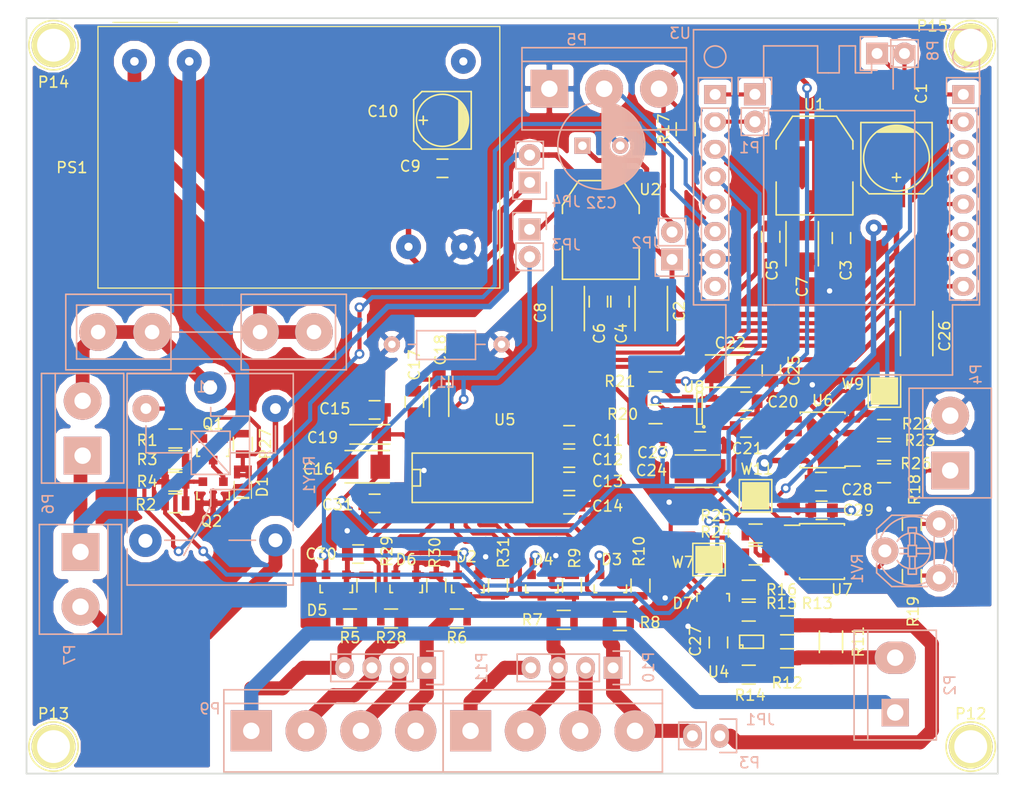
<source format=kicad_pcb>
(kicad_pcb (version 4) (host pcbnew 4.0.2+dfsg1-stable)
  (layers (0 F.Cu signal) (31 B.Cu signal) (34 B.Paste user) (35 F.Paste user) (36 B.SilkS user) (37 F.SilkS user) (38 B.Mask user hide) (39 F.Mask user) (44 Edge.Cuts user))
  (net 0 "")
  (net 1 GND)
  (net 2 +12V)
  (net 3 GNDA)
  (net 4 +3V3)
  (net 5 +3.3VADC)
  (net 6 ADC_LED1+)
  (net 7 ADC_LED_Current)
  (net 8 DAC_OUT)
  (net 9 "Net-(F1-Pad2)")
  (net 10 AC_L)
  (net 11 LED_Current_meas_in)
  (net 12 "Net-(P1-Pad1)")
  (net 13 "Net-(P1-Pad2)")
  (net 14 LED2-)
  (net 15 LED1+)
  (net 16 Led_dimm)
  (net 17 DS18B20)
  (net 18 AC_N)
  (net 19 AC_L_MEANWELL)
  (net 20 "Net-(P8-Pad1)")
  (net 21 "Net-(P8-Pad2)")
  (net 22 "Net-(Q1-Pad1)")
  (net 23 "Net-(Q1-Pad2)")
  (net 24 "Net-(Q1-Pad3)")
  (net 25 "Net-(Q2-Pad2)")
  (net 26 LED_ON)
  (net 27 COMP_OUT)
  (net 28 "Net-(R12-Pad1)")
  (net 29 "Net-(R13-Pad1)")
  (net 30 LED_current)
  (net 31 "Net-(R18-Pad2)")
  (net 32 "Net-(R19-Pad1)")
  (net 33 DAC_SCL)
  (net 34 DAC_SDA)
  (net 35 "Net-(R22-Pad2)")
  (net 36 "Net-(R23-Pad2)")
  (net 37 "Net-(R24-Pad1)")
  (net 38 LED_DIMM_threshold)
  (net 39 ADC_CLK)
  (net 40 ADC_MISO)
  (net 41 ADC_MOSI)
  (net 42 ADC_CS)
  (net 43 "Net-(D1-PadA)")
  (net 44 "Net-(C6-Pad1)")
  (net 45 "Net-(C10-Pad1)")
  (net 46 ADC_LED3+)
  (net 47 ADC_LED2+)
  (net 48 ADC_LED4-)
  (net 49 ADC_LED4+)
  (net 50 LED4-)
  (net 51 LED2+)
  (net 52 LED1-)
  (net 53 LED4+)
  (net 54 LED3-)
  (net 55 LED3+)
  (net 56 "Net-(C32-Pad1)")
  (net 57 "Net-(JP1-Pad1)")
  (module Capacitors_SMD:c_elec_6.3x5.3 (layer F.Cu) (at 183.55 70.6 270)
    (fp_text reference C1 (at -5.988 -2.306 270) (layer F.SilkS))
    (fp_text value 100u)
    (pad 1 smd rect (at 2.75082 0 270) (size 3.59918 1.6002) (layers F.Cu F.Paste F.Mask) (net 2 +12V))
    (pad 2 smd rect (at -2.75082 0 270) (size 3.59918 1.6002) (layers F.Cu F.Paste F.Mask) (net 1 GND))
  )
  (module Connect:bornier3 (layer B.Cu) (at 156.4605 64.1705)
    (fp_text reference P5 (at -2.5305 -4.5405) (layer B.SilkS) (effects (justify mirror)))
    (fp_text value CON_DS18B20)
    (pad 1 thru_hole rect (at -5.08 0) (size 3.5 3.5) (drill 1.524) (layers *.Cu *.Mask B.SilkS) (net 1 GND))
    (pad 2 thru_hole circle (at 0 0) (size 3.5 3.5) (drill 1.524) (layers *.Cu *.Mask B.SilkS) (net 17 DS18B20))
    (pad 3 thru_hole circle (at 5.08 0) (size 3.5 3.5) (drill 1.524) (layers *.Cu *.Mask B.SilkS) (net 4 +3V3))
  )
  (module nodemcu:Mini_ESP8266 (layer B.Cu) (at 178.241 65.6945 180)
    (fp_text reference U3 (at 14.737 6.6705 180) (layer B.SilkS) (effects (justify mirror)))
    (fp_text value mini_ESP8266)
    (pad 9 thru_hole oval (at 11.5 -16.78 180) (size 2.032 1.7272) (drill 1.016) (layers *.Cu *.Mask B.SilkS))
    (pad 10 thru_hole oval (at 11.5 -14.24 180) (size 2.032 1.7272) (drill 1.016) (layers *.Cu *.Mask B.SilkS) (net 1 GND))
    (pad 11 thru_hole oval (at 11.5 -11.7 180) (size 2.032 1.7272) (drill 1.016) (layers *.Cu *.Mask B.SilkS) (net 26 LED_ON))
    (pad 12 thru_hole oval (at 11.5 -9.16 180) (size 2.032 1.7272) (drill 1.016) (layers *.Cu *.Mask B.SilkS) (net 17 DS18B20))
    (pad 13 thru_hole oval (at 11.5 -6.62 180) (size 2.032 1.7272) (drill 1.016) (layers *.Cu *.Mask B.SilkS) (net 34 DAC_SDA))
    (pad 14 thru_hole oval (at 11.5 -4.08 180) (size 2.032 1.7272) (drill 1.016) (layers *.Cu *.Mask B.SilkS) (net 33 DAC_SCL))
    (pad 15 thru_hole oval (at 11.5 -1.54 180) (size 2.032 1.7272) (drill 1.016) (layers *.Cu *.Mask B.SilkS) (net 13 "Net-(P1-Pad2)"))
    (pad 16 thru_hole rect (at 11.5 1 180) (size 2.032 1.7272) (drill 1.016) (layers *.Cu *.Mask B.SilkS) (net 12 "Net-(P1-Pad1)"))
    (pad 1 thru_hole rect (at -11.5 1 180) (size 2.032 1.7272) (drill 1.016) (layers *.Cu *.Mask B.SilkS) (net 21 "Net-(P8-Pad2)"))
    (pad 2 thru_hole oval (at -11.5 -1.54 180) (size 2.032 1.7272) (drill 1.016) (layers *.Cu *.Mask B.SilkS) (net 20 "Net-(P8-Pad1)"))
    (pad 3 thru_hole oval (at -11.5 -4.08 180) (size 2.032 1.7272) (drill 1.016) (layers *.Cu *.Mask B.SilkS) (net 27 COMP_OUT))
    (pad 4 thru_hole oval (at -11.5 -6.62 180) (size 2.032 1.7272) (drill 1.016) (layers *.Cu *.Mask B.SilkS) (net 39 ADC_CLK))
    (pad 5 thru_hole oval (at -11.5 -9.16 180) (size 2.032 1.7272) (drill 1.016) (layers *.Cu *.Mask B.SilkS) (net 40 ADC_MISO))
    (pad 6 thru_hole oval (at -11.5 -11.7 180) (size 2.032 1.7272) (drill 1.016) (layers *.Cu *.Mask B.SilkS) (net 41 ADC_MOSI))
    (pad 7 thru_hole oval (at -11.5 -14.24 180) (size 2.032 1.7272) (drill 1.016) (layers *.Cu *.Mask B.SilkS) (net 42 ADC_CS))
    (pad 8 thru_hole oval (at -11.5 -16.78 180) (size 2.032 1.7272) (drill 1.016) (layers *.Cu *.Mask B.SilkS) (net 4 +3V3))
  )
  (module Converter_ACDC:Converter_ACDC_MeanWell_IRM-03-xx_THT (layer F.Cu) (at 112.93 61.63)
    (fp_text reference PS1 (at -5.795 9.844) (layer F.SilkS))
    (fp_text value IRM-03-12S)
    (pad 5 thru_hole circle (at 30.48 0) (size 2.3 2.3) (drill 0.76) (layers *.Cu *.Mask))
    (pad 1 thru_hole circle (at 0 0) (size 2.3 2.3) (drill 0.8) (layers *.Cu *.Mask) (net 9 "Net-(F1-Pad2)"))
    (pad 3 thru_hole circle (at 5.08 0) (size 2.3 2.3) (drill 0.8) (layers *.Cu *.Mask) (net 18 AC_N))
    (pad 14 thru_hole circle (at 30.48 17.18) (size 2.3 2.3) (drill 0.76) (layers *.Cu *.Mask) (net 1 GND))
    (pad 16 thru_hole circle (at 25.4 17.18) (size 2.3 2.3) (drill 0.76) (layers *.Cu *.Mask) (net 45 "Net-(C10-Pad1)"))
  )
  (module Pin_Headers:Pin_Header_Straight_1x02 (layer B.Cu) (at 167.18 124.13 90)
    (fp_text reference JP1 (at 1.5 3.75 180) (layer B.SilkS) (effects (justify mirror)))
    (fp_text value JUMPER)
    (pad 1 thru_hole oval (at 0 0 90) (size 2.2 1.7) (drill 1.016) (layers *.Cu *.Mask B.SilkS) (net 57 "Net-(JP1-Pad1)"))
    (pad 2 thru_hole oval (at 0 -2.54 90) (size 2.2 1.72) (drill 1.016) (layers *.Cu *.Mask B.SilkS) (net 15 LED1+))
  )
  (module Connect:bornier2 (layer B.Cu) (at 108.13 95.63 90)
    (fp_text reference P6 (at -7 -3.2 90) (layer B.SilkS) (effects (justify mirror)))
    (fp_text value CON_230V)
    (pad 1 thru_hole rect (at -2.54 0 90) (size 3.5 3.5) (drill 1.524) (layers *.Cu *.Mask B.SilkS) (net 18 AC_N))
    (pad 2 thru_hole circle (at 2.54 0 90) (size 3.5 3.5) (drill 1.524) (layers *.Cu *.Mask B.SilkS) (net 10 AC_L))
  )
  (module Connect:bornier2 (layer B.Cu) (at 107.93 109.63 270)
    (fp_text reference P7 (at 7 1 270) (layer B.SilkS) (effects (justify mirror)))
    (fp_text value CON_MEANWELL)
    (pad 1 thru_hole rect (at -2.54 0 270) (size 3.5 3.5) (drill 1.524) (layers *.Cu *.Mask B.SilkS) (net 18 AC_N))
    (pad 2 thru_hole circle (at 2.54 0 270) (size 3.5 3.5) (drill 1.524) (layers *.Cu *.Mask B.SilkS) (net 19 AC_L_MEANWELL))
  )
  (module SMD_Packages:1Pin (layer F.Cu) (at 170.494 101.8895)
    (fp_text reference W11 (at 0.122 -2.4795) (layer F.SilkS))
    (fp_text value TEST_1P)
    (pad 1 smd rect (at 0 0) (size 2.54 2.54) (layers F.Cu F.Paste F.SilkS F.Mask) (net 27 COMP_OUT))
  )
  (module SMD_Packages:1Pin (layer F.Cu) (at 182.432 92.174)
    (fp_text reference W9 (at -2.926 -0.638) (layer F.SilkS))
    (fp_text value TEST_1P)
    (pad 1 smd rect (at 0 0) (size 2.54 2.54) (layers F.Cu F.Paste F.SilkS F.Mask) (net 8 DAC_OUT))
  )
  (module SMD_Packages:1Pin (layer F.Cu) (at 166.176 107.795)
    (fp_text reference W7 (at -2.418 0.251) (layer F.SilkS))
    (fp_text value TEST_1P)
    (pad 1 smd rect (at 0 0) (size 2.54 2.54) (layers F.Cu F.Paste F.SilkS F.Mask) (net 30 LED_current))
  )
  (module Capacitors_Tantalum_SMD:TantalC_SizeB_EIA-3528_Reflow (layer F.Cu) (at 160.825 84.788 270)
    (fp_text reference C2 (at 0 -2.6 270) (layer F.SilkS))
    (fp_text value 10u)
    (pad 2 smd rect (at 1.46 0 270) (size 1.8 2.23) (layers F.Cu F.Paste F.Mask) (net 3 GNDA))
    (pad 1 smd rect (at -1.46 0 270) (size 1.8 2.23) (layers F.Cu F.Paste F.Mask) (net 2 +12V))
  )
  (module Capacitors_SMD:C_0805 (layer F.Cu) (at 178.45 78 270)
    (fp_text reference C3 (at 2.998 -0.426 270) (layer F.SilkS))
    (fp_text value 100n)
    (pad 1 smd rect (at -1 0 270) (size 1 1.25) (layers F.Cu F.Paste F.Mask) (net 2 +12V))
    (pad 2 smd rect (at 1 0 270) (size 1 1.25) (layers F.Cu F.Paste F.Mask) (net 1 GND))
  )
  (module Capacitors_SMD:C_0805 (layer F.Cu) (at 157.925 83.888 270)
    (fp_text reference C4 (at 2.952 -0.123 270) (layer F.SilkS))
    (fp_text value 100n)
    (pad 1 smd rect (at -1 0 270) (size 1 1.25) (layers F.Cu F.Paste F.Mask) (net 2 +12V))
    (pad 2 smd rect (at 1 0 270) (size 1 1.25) (layers F.Cu F.Paste F.Mask) (net 3 GNDA))
  )
  (module Capacitors_SMD:C_0805 (layer F.Cu) (at 171.891 77.8865 270)
    (fp_text reference C5 (at 3.1115 -0.127 270) (layer F.SilkS))
    (fp_text value 100n)
    (pad 1 smd rect (at -1 0 270) (size 1 1.25) (layers F.Cu F.Paste F.Mask) (net 56 "Net-(C32-Pad1)"))
    (pad 2 smd rect (at 1 0 270) (size 1 1.25) (layers F.Cu F.Paste F.Mask) (net 1 GND))
  )
  (module Capacitors_SMD:C_0805 (layer F.Cu) (at 155.925 83.888 270)
    (fp_text reference C6 (at 2.952 -0.091 270) (layer F.SilkS))
    (fp_text value 100n)
    (pad 1 smd rect (at -1 0 270) (size 1 1.25) (layers F.Cu F.Paste F.Mask) (net 44 "Net-(C6-Pad1)"))
    (pad 2 smd rect (at 1 0 270) (size 1 1.25) (layers F.Cu F.Paste F.Mask) (net 3 GNDA))
  )
  (module Capacitors_Tantalum_SMD:TantalC_SizeB_EIA-3528_Reflow (layer F.Cu) (at 174.812 78.7755 270)
    (fp_text reference C7 (at 3.7465 0 270) (layer F.SilkS))
    (fp_text value 10u)
    (pad 2 smd rect (at 1.46 0 270) (size 1.8 2.23) (layers F.Cu F.Paste F.Mask) (net 1 GND))
    (pad 1 smd rect (at -1.46 0 270) (size 1.8 2.23) (layers F.Cu F.Paste F.Mask) (net 56 "Net-(C32-Pad1)"))
  )
  (module Capacitors_Tantalum_SMD:TantalC_SizeB_EIA-3528_Reflow (layer F.Cu) (at 153.125 84.788 270)
    (fp_text reference C8 (at 0.144 2.575 270) (layer F.SilkS))
    (fp_text value 10u)
    (pad 2 smd rect (at 1.46 0 270) (size 1.8 2.23) (layers F.Cu F.Paste F.Mask) (net 3 GNDA))
    (pad 1 smd rect (at -1.46 0 270) (size 1.8 2.23) (layers F.Cu F.Paste F.Mask) (net 44 "Net-(C6-Pad1)"))
  )
  (module Capacitors_SMD:C_0805 (layer F.Cu) (at 141.4745 71.5365)
    (fp_text reference C9 (at -2.9845 -0.1905) (layer F.SilkS))
    (fp_text value 100n)
    (pad 1 smd rect (at -1 0) (size 1 1.25) (layers F.Cu F.Paste F.Mask) (net 45 "Net-(C10-Pad1)"))
    (pad 2 smd rect (at 1 0) (size 1 1.25) (layers F.Cu F.Paste F.Mask) (net 1 GND))
  )
  (module Capacitors_SMD:c_elec_5x5.3 (layer F.Cu) (at 141.4745 67.0915 180)
    (fp_text reference C10 (at 5.5245 0.8255 180) (layer F.SilkS))
    (fp_text value 47u)
    (pad 1 smd rect (at 2.19964 0 180) (size 2.99974 1.6002) (layers F.Cu F.Paste F.Mask) (net 45 "Net-(C10-Pad1)"))
    (pad 2 smd rect (at -2.19964 0 180) (size 2.99974 1.6002) (layers F.Cu F.Paste F.Mask) (net 1 GND))
  )
  (module Capacitors_SMD:C_0805 (layer F.Cu) (at 153.222 96.238)
    (fp_text reference C11 (at 3.556 0.508) (layer F.SilkS))
    (fp_text value 10n)
    (pad 1 smd rect (at -1 0) (size 1 1.25) (layers F.Cu F.Paste F.Mask) (net 46 ADC_LED3+))
    (pad 2 smd rect (at 1 0) (size 1 1.25) (layers F.Cu F.Paste F.Mask) (net 3 GNDA))
  )
  (module Capacitors_SMD:C_0805 (layer F.Cu) (at 153.222 98.397)
    (fp_text reference C12 (at 3.556 0.127) (layer F.SilkS))
    (fp_text value 10n)
    (pad 1 smd rect (at -1 0) (size 1 1.25) (layers F.Cu F.Paste F.Mask) (net 47 ADC_LED2+))
    (pad 2 smd rect (at 1 0) (size 1 1.25) (layers F.Cu F.Paste F.Mask) (net 3 GNDA))
  )
  (module Capacitors_SMD:C_0805 (layer F.Cu) (at 153.222 100.556)
    (fp_text reference C13 (at 3.556 0) (layer F.SilkS))
    (fp_text value 10n)
    (pad 1 smd rect (at -1 0) (size 1 1.25) (layers F.Cu F.Paste F.Mask) (net 6 ADC_LED1+))
    (pad 2 smd rect (at 1 0) (size 1 1.25) (layers F.Cu F.Paste F.Mask) (net 3 GNDA))
  )
  (module Capacitors_SMD:C_0805 (layer F.Cu) (at 153.222 102.715)
    (fp_text reference C14 (at 3.556 0.127) (layer F.SilkS))
    (fp_text value 10n)
    (pad 1 smd rect (at -1 0) (size 1 1.25) (layers F.Cu F.Paste F.Mask) (net 7 ADC_LED_Current))
    (pad 2 smd rect (at 1 0) (size 1 1.25) (layers F.Cu F.Paste F.Mask) (net 3 GNDA))
  )
  (module Capacitors_SMD:C_0805 (layer F.Cu) (at 135.188 93.9266)
    (fp_text reference C15 (at -3.688 -0.1046) (layer F.SilkS))
    (fp_text value 100n)
    (pad 1 smd rect (at -1 0) (size 1 1.25) (layers F.Cu F.Paste F.Mask) (net 1 GND))
    (pad 2 smd rect (at 1 0) (size 1 1.25) (layers F.Cu F.Paste F.Mask) (net 4 +3V3))
  )
  (module Capacitors_Tantalum_SMD:TantalC_SizeB_EIA-3528_Reflow (layer F.Cu) (at 134.248 99.196 180)
    (fp_text reference C16 (at 4.272 -0.214 180) (layer F.SilkS))
    (fp_text value 10u)
    (pad 2 smd rect (at 1.46 0 180) (size 1.8 2.23) (layers F.Cu F.Paste F.Mask) (net 1 GND))
    (pad 1 smd rect (at -1.46 0 180) (size 1.8 2.23) (layers F.Cu F.Paste F.Mask) (net 4 +3V3))
  )
  (module Capacitors_SMD:C_0805 (layer F.Cu) (at 138.871 93.19 270)
    (fp_text reference C17 (at -3.432 0.005 270) (layer F.SilkS))
    (fp_text value 100n)
    (pad 1 smd rect (at -1 0 270) (size 1 1.25) (layers F.Cu F.Paste F.Mask) (net 3 GNDA))
    (pad 2 smd rect (at 1 0 270) (size 1 1.25) (layers F.Cu F.Paste F.Mask) (net 5 +3.3VADC))
  )
  (module Capacitors_Tantalum_SMD:TantalC_SizeA_EIA-3216_Reflow (layer F.Cu) (at 141.157 92.428 90)
    (fp_text reference C18 (at 4.064 0.127 90) (layer F.SilkS))
    (fp_text value 1u)
    (pad 2 smd rect (at 1.31 0 90) (size 1.8 1.23) (layers F.Cu F.Paste F.Mask) (net 3 GNDA))
    (pad 1 smd rect (at -1.31 0 90) (size 1.8 1.23) (layers F.Cu F.Paste F.Mask) (net 5 +3.3VADC))
  )
  (module Capacitors_Tantalum_SMD:TantalC_SizeA_EIA-3216_Reflow (layer F.Cu) (at 134.498 96.196 180)
    (fp_text reference C19 (at 4.136 -0.296 180) (layer F.SilkS))
    (fp_text value 1u)
    (pad 2 smd rect (at 1.31 0 180) (size 1.8 1.23) (layers F.Cu F.Paste F.Mask) (net 1 GND))
    (pad 1 smd rect (at -1.31 0 180) (size 1.8 1.23) (layers F.Cu F.Paste F.Mask) (net 4 +3V3))
  )
  (module Capacitors_SMD:C_0805 (layer F.Cu) (at 169.6325 93.1235)
    (fp_text reference C20 (at 3.4015 0.0665) (layer F.SilkS))
    (fp_text value 100n)
    (pad 1 smd rect (at -1 0) (size 1 1.25) (layers F.Cu F.Paste F.Mask) (net 4 +3V3))
    (pad 2 smd rect (at 1 0) (size 1 1.25) (layers F.Cu F.Paste F.Mask) (net 1 GND))
  )
  (module Capacitors_SMD:C_0805 (layer F.Cu) (at 169.605 95.603)
    (fp_text reference C21 (at 0.127 1.905) (layer F.SilkS))
    (fp_text value 100n)
    (pad 1 smd rect (at -1 0) (size 1 1.25) (layers F.Cu F.Paste F.Mask) (net 8 DAC_OUT))
    (pad 2 smd rect (at 1 0) (size 1 1.25) (layers F.Cu F.Paste F.Mask) (net 1 GND))
  )
  (module Capacitors_Tantalum_SMD:TantalC_SizeB_EIA-3528_Reflow (layer F.Cu) (at 168.1445 90.3325)
    (fp_text reference C22 (at 0 -2.6) (layer F.SilkS))
    (fp_text value 10u)
    (pad 2 smd rect (at 1.46 0) (size 1.8 2.23) (layers F.Cu F.Paste F.Mask) (net 1 GND))
    (pad 1 smd rect (at -1.46 0) (size 1.8 2.23) (layers F.Cu F.Paste F.Mask) (net 4 +3V3))
  )
  (module Capacitors_SMD:C_0805 (layer F.Cu) (at 165.3505 96.8095)
    (fp_text reference C23 (at -4.3865 1.0765) (layer F.SilkS))
    (fp_text value 100n)
    (pad 1 smd rect (at -1 0) (size 1 1.25) (layers F.Cu F.Paste F.Mask) (net 4 +3V3))
    (pad 2 smd rect (at 1 0) (size 1 1.25) (layers F.Cu F.Paste F.Mask) (net 1 GND))
  )
  (module Capacitors_Tantalum_SMD:TantalC_SizeB_EIA-3528_Reflow (layer F.Cu) (at 165.3505 99.6035)
    (fp_text reference C24 (at -4.5085 -0.0635) (layer F.SilkS))
    (fp_text value 10u)
    (pad 2 smd rect (at 1.46 0) (size 1.8 2.23) (layers F.Cu F.Paste F.Mask) (net 1 GND))
    (pad 1 smd rect (at -1.46 0) (size 1.8 2.23) (layers F.Cu F.Paste F.Mask) (net 4 +3V3))
  )
  (module Capacitors_SMD:C_0805 (layer F.Cu) (at 171.9545 90.269 270)
    (fp_text reference C25 (at 0 -2.1 270) (layer F.SilkS))
    (fp_text value 100n)
    (pad 1 smd rect (at -1 0 270) (size 1 1.25) (layers F.Cu F.Paste F.Mask) (net 4 +3V3))
    (pad 2 smd rect (at 1 0 270) (size 1 1.25) (layers F.Cu F.Paste F.Mask) (net 1 GND))
  )
  (module Capacitors_Tantalum_SMD:TantalC_SizeB_EIA-3528_Reflow (layer F.Cu) (at 185.4165 87.094 270)
    (fp_text reference C26 (at 0 -2.6 270) (layer F.SilkS))
    (fp_text value 10u)
    (pad 2 smd rect (at 1.46 0 270) (size 1.8 2.23) (layers F.Cu F.Paste F.Mask) (net 1 GND))
    (pad 1 smd rect (at -1.46 0 270) (size 1.8 2.23) (layers F.Cu F.Paste F.Mask) (net 4 +3V3))
  )
  (module Capacitors_SMD:C_0805 (layer F.Cu) (at 167.051 115.479 270)
    (fp_text reference C27 (at -0.13 2.14 270) (layer F.SilkS))
    (fp_text value 100n)
    (pad 1 smd rect (at -1 0 270) (size 1 1.25) (layers F.Cu F.Paste F.Mask) (net 5 +3.3VADC))
    (pad 2 smd rect (at 1 0 270) (size 1 1.25) (layers F.Cu F.Paste F.Mask) (net 3 GNDA))
  )
  (module Capacitors_SMD:C_0805 (layer F.Cu) (at 176.549 100.572)
    (fp_text reference C28 (at 3.343 0.746) (layer F.SilkS))
    (fp_text value 100n)
    (pad 1 smd rect (at -1 0) (size 1 1.25) (layers F.Cu F.Paste F.Mask) (net 2 +12V))
    (pad 2 smd rect (at 1 0) (size 1 1.25) (layers F.Cu F.Paste F.Mask) (net 1 GND))
  )
  (module Capacitors_SMD:C_0805 (layer F.Cu) (at 176.608 103.23 180)
    (fp_text reference C29 (at -3.406 0.01 180) (layer F.SilkS))
    (fp_text value 100n)
    (pad 1 smd rect (at -1 0 180) (size 1 1.25) (layers F.Cu F.Paste F.Mask) (net 4 +3V3))
    (pad 2 smd rect (at 1 0 180) (size 1 1.25) (layers F.Cu F.Paste F.Mask) (net 1 GND))
  )
  (module digi-key:SOD-80 (layer F.Cu) (at 122.974 101.33 90)
    (fp_text reference D1 (at 0.266 1.8 90) (layer F.SilkS))
    (fp_text value D)
    (pad A smd rect (at 1.35 0.5375 90) (size 0.6 0.575) (layers F.Cu F.Paste F.Mask) (net 43 "Net-(D1-PadA)"))
    (pad A smd rect (at 1.35 -0.5375 90) (size 0.6 0.575) (layers F.Cu F.Paste F.Mask) (net 43 "Net-(D1-PadA)"))
    (pad K smd rect (at -1.35 0.5375 90) (size 0.6 0.575) (layers F.Cu F.Paste F.Mask) (net 2 +12V))
    (pad K smd rect (at -1.95 0 90) (size 0.6 1.65) (layers F.Cu F.Paste F.Mask) (net 2 +12V))
    (pad A smd rect (at 1.95 0 90) (size 0.6 1.65) (layers F.Cu F.Paste F.Mask) (net 43 "Net-(D1-PadA)"))
    (pad K smd rect (at -1.35 -0.5375 90) (size 0.6 0.575) (layers F.Cu F.Paste F.Mask) (net 2 +12V))
  )
  (module Fuse_Holders_and_Fuses:Fuseholder5x20_horiz_open_inline_Type-I (layer B.Cu) (at 119.567 86.713)
    (fp_text reference F1 (at 0 5.08) (layer B.SilkS) (effects (justify mirror)))
    (fp_text value FUSE)
    (pad 2 thru_hole circle (at 5.00126 0) (size 3.5 3.5) (drill 1.34874) (layers *.Cu *.Mask B.SilkS) (net 9 "Net-(F1-Pad2)"))
    (pad 2 thru_hole circle (at 9.99998 0) (size 3.5 3.5) (drill 1.34874) (layers *.Cu *.Mask B.SilkS) (net 9 "Net-(F1-Pad2)"))
    (pad 1 thru_hole circle (at -5.00126 0) (size 3.5 3.5) (drill 1.34874) (layers *.Cu *.Mask B.SilkS) (net 10 AC_L))
    (pad 1 thru_hole circle (at -9.99998 0) (size 3.5 3.5) (drill 1.34874) (layers *.Cu *.Mask B.SilkS) (net 10 AC_L))
  )
  (module Choke_Axial_ThroughHole:Choke_Horizontal_RM10mm (layer B.Cu) (at 141.792 87.856)
    (fp_text reference L1 (at 0 3.50012) (layer B.SilkS) (effects (justify mirror)))
    (fp_text value 10u)
    (pad 1 thru_hole circle (at -5.00126 0) (size 1.5 1.5) (drill 0.7) (layers *.Cu *.Mask B.SilkS) (net 1 GND))
    (pad 2 thru_hole circle (at 5.15874 0) (size 1.5 1.5) (drill 0.7) (layers *.Cu *.Mask B.SilkS) (net 3 GNDA))
  )
  (module Pin_Headers:Pin_Header_Straight_1x02 (layer B.Cu) (at 170.4305 64.6785 180)
    (fp_text reference P1 (at 0.5005 -4.9515 180) (layer B.SilkS) (effects (justify mirror)))
    (fp_text value ESP_RX_TX)
    (pad 1 thru_hole rect (at 0 0 180) (size 2.032 2.032) (drill 1.016) (layers *.Cu *.Mask B.SilkS) (net 12 "Net-(P1-Pad1)"))
    (pad 2 thru_hole oval (at 0 -2.54 180) (size 2.032 2.032) (drill 1.016) (layers *.Cu *.Mask B.SilkS) (net 13 "Net-(P1-Pad2)"))
  )
  (module Connect:bornier2 (layer B.Cu) (at 183.43 119.43 90)
    (fp_text reference P2 (at 0 5.08 90) (layer B.SilkS) (effects (justify mirror)))
    (fp_text value CON_MEANWELL_VDC)
    (pad 1 thru_hole rect (at -2.54 0 90) (size 2.54 2.54) (drill 1.524) (layers *.Cu *.Mask B.SilkS) (net 50 LED4-))
    (pad 2 thru_hole oval (at 2.54 0 90) (size 3 3.8) (drill 1.524) (layers *.Cu *.Mask B.SilkS) (net 11 LED_Current_meas_in))
  )
  (module Connect:bornier4 (layer B.Cu) (at 151.698 123.67)
    (fp_text reference P3 (at 18.232 2.96) (layer B.SilkS) (effects (justify mirror)))
    (fp_text value CON_LED1)
    (pad 2 thru_hole circle (at -2.54 0) (size 3.81 3.81) (drill 1.524) (layers *.Cu *.Mask B.SilkS) (net 51 LED2+))
    (pad 3 thru_hole circle (at 2.54 0) (size 3.81 3.81) (drill 1.524) (layers *.Cu *.Mask B.SilkS) (net 52 LED1-))
    (pad 1 thru_hole rect (at -7.62 0) (size 3.81 3.81) (drill 1.524) (layers *.Cu *.Mask B.SilkS) (net 14 LED2-))
    (pad 4 thru_hole circle (at 7.62 0) (size 3.81 3.81) (drill 1.524) (layers *.Cu *.Mask B.SilkS) (net 15 LED1+))
  )
  (module Connect:bornier2 (layer B.Cu) (at 188.528 97 90)
    (fp_text reference P4 (at 6.37 2.402 90) (layer B.SilkS) (effects (justify mirror)))
    (fp_text value CON_DIM)
    (pad 1 thru_hole rect (at -2.54 0 90) (size 3.5 3.5) (drill 1.524) (layers *.Cu *.Mask B.SilkS) (net 16 Led_dimm))
    (pad 2 thru_hole circle (at 2.54 0 90) (size 3.5 3.5) (drill 1.524) (layers *.Cu *.Mask B.SilkS) (net 1 GND))
  )
  (module Pin_Headers:Pin_Header_Straight_1x02 (layer B.Cu) (at 181.75 60.9 270)
    (fp_text reference P8 (at -0.27 -5.18 270) (layer B.SilkS) (effects (justify mirror)))
    (fp_text value CONN_01X02)
    (pad 1 thru_hole rect (at 0 0 270) (size 2.032 2.032) (drill 1.016) (layers *.Cu *.Mask B.SilkS) (net 20 "Net-(P8-Pad1)"))
    (pad 2 thru_hole oval (at 0 -2.54 270) (size 2.032 2.032) (drill 1.016) (layers *.Cu *.Mask B.SilkS) (net 21 "Net-(P8-Pad2)"))
  )
  (module TO_SOT_Packages_SMD:SOT-23 (layer F.Cu) (at 120.224 97.58 180)
    (fp_text reference Q1 (at 0.022 2.358 180) (layer F.SilkS))
    (fp_text value bc847)
    (pad 1 smd rect (at -0.95 1.00076 180) (size 0.8001 0.8001) (layers F.Cu F.Paste F.Mask) (net 22 "Net-(Q1-Pad1)"))
    (pad 2 smd rect (at 0.95 1.00076 180) (size 0.8001 0.8001) (layers F.Cu F.Paste F.Mask) (net 23 "Net-(Q1-Pad2)"))
    (pad 3 smd rect (at 0 -0.99822 180) (size 0.8001 0.8001) (layers F.Cu F.Paste F.Mask) (net 24 "Net-(Q1-Pad3)"))
  )
  (module TO_SOT_Packages_SMD:SOT-23 (layer F.Cu) (at 120.224 101.58 180)
    (fp_text reference Q2 (at 0.154 -2.656 180) (layer F.SilkS))
    (fp_text value bc847)
    (pad 1 smd rect (at -0.95 1.00076 180) (size 0.8001 0.8001) (layers F.Cu F.Paste F.Mask) (net 24 "Net-(Q1-Pad3)"))
    (pad 2 smd rect (at 0.95 1.00076 180) (size 0.8001 0.8001) (layers F.Cu F.Paste F.Mask) (net 25 "Net-(Q2-Pad2)"))
    (pad 3 smd rect (at 0 -0.99822 180) (size 0.8001 0.8001) (layers F.Cu F.Paste F.Mask) (net 1 GND))
  )
  (module Resistors_SMD:R_0805 (layer F.Cu) (at 116.724 96.58 180)
    (fp_text reference R1 (at 2.618 -0.166 180) (layer F.SilkS))
    (fp_text value 1k)
    (pad 1 smd rect (at -0.95 0 180) (size 0.7 1.3) (layers F.Cu F.Paste F.Mask) (net 23 "Net-(Q1-Pad2)"))
    (pad 2 smd rect (at 0.95 0 180) (size 0.7 1.3) (layers F.Cu F.Paste F.Mask) (net 26 LED_ON))
  )
  (module Resistors_SMD:R_0805 (layer F.Cu) (at 116.724 102.58 180)
    (fp_text reference R2 (at 2.75 -0.132 180) (layer F.SilkS))
    (fp_text value 1k)
    (pad 1 smd rect (at -0.95 0 180) (size 0.7 1.3) (layers F.Cu F.Paste F.Mask) (net 25 "Net-(Q2-Pad2)"))
    (pad 2 smd rect (at 0.95 0 180) (size 0.7 1.3) (layers F.Cu F.Paste F.Mask) (net 27 COMP_OUT))
  )
  (module Resistors_SMD:R_0805 (layer F.Cu) (at 116.724 98.58)
    (fp_text reference R3 (at -2.618 -0.056) (layer F.SilkS))
    (fp_text value 10k)
    (pad 1 smd rect (at -0.95 0) (size 0.7 1.3) (layers F.Cu F.Paste F.Mask) (net 1 GND))
    (pad 2 smd rect (at 0.95 0) (size 0.7 1.3) (layers F.Cu F.Paste F.Mask) (net 23 "Net-(Q1-Pad2)"))
  )
  (module Resistors_SMD:R_0805 (layer F.Cu) (at 116.724 100.58)
    (fp_text reference R4 (at -2.618 -0.024) (layer F.SilkS))
    (fp_text value 10k)
    (pad 1 smd rect (at -0.95 0) (size 0.7 1.3) (layers F.Cu F.Paste F.Mask) (net 1 GND))
    (pad 2 smd rect (at 0.95 0) (size 0.7 1.3) (layers F.Cu F.Paste F.Mask) (net 25 "Net-(Q2-Pad2)"))
  )
  (module Resistors_SMD:R_0805 (layer F.Cu) (at 142.808 113.256 180)
    (fp_text reference R6 (at 0 -1.778 180) (layer F.SilkS))
    (fp_text value NC)
    (pad 1 smd rect (at -0.95 0 180) (size 0.7 1.3) (layers F.Cu F.Paste F.Mask) (net 46 ADC_LED3+))
    (pad 2 smd rect (at 0.95 0 180) (size 0.7 1.3) (layers F.Cu F.Paste F.Mask) (net 55 LED3+))
  )
  (module Resistors_SMD:R_0805 (layer F.Cu) (at 152.714 113.383 180)
    (fp_text reference R7 (at 2.926 0.003 180) (layer F.SilkS))
    (fp_text value 100k)
    (pad 1 smd rect (at -0.95 0 180) (size 0.7 1.3) (layers F.Cu F.Paste F.Mask) (net 47 ADC_LED2+))
    (pad 2 smd rect (at 0.95 0 180) (size 0.7 1.3) (layers F.Cu F.Paste F.Mask) (net 51 LED2+))
  )
  (module Resistors_SMD:R_0805 (layer F.Cu) (at 157.921 113.51 180)
    (fp_text reference R8 (at -2.789 -0.124 180) (layer F.SilkS))
    (fp_text value 100k)
    (pad 1 smd rect (at -0.95 0 180) (size 0.7 1.3) (layers F.Cu F.Paste F.Mask) (net 6 ADC_LED1+))
    (pad 2 smd rect (at 0.95 0 180) (size 0.7 1.3) (layers F.Cu F.Paste F.Mask) (net 15 LED1+))
  )
  (module Resistors_SMD:R_0805 (layer F.Cu) (at 153.476 110.208 90)
    (fp_text reference R9 (at 2.54 0.254 90) (layer F.SilkS))
    (fp_text value 8k2)
    (pad 1 smd rect (at -0.95 0 90) (size 0.7 1.3) (layers F.Cu F.Paste F.Mask) (net 47 ADC_LED2+))
    (pad 2 smd rect (at 0.95 0 90) (size 0.7 1.3) (layers F.Cu F.Paste F.Mask) (net 3 GNDA))
  )
  (module Resistors_SMD:R_0805 (layer F.Cu) (at 159.826 110.208 90)
    (fp_text reference R10 (at 3.178 -0.132 90) (layer F.SilkS))
    (fp_text value 3k9)
    (pad 1 smd rect (at -0.95 0 90) (size 0.7 1.3) (layers F.Cu F.Paste F.Mask) (net 6 ADC_LED1+))
    (pad 2 smd rect (at 0.95 0 90) (size 0.7 1.3) (layers F.Cu F.Paste F.Mask) (net 3 GNDA))
  )
  (module Resistors_SMD:R_1206 (layer F.Cu) (at 177.479 115.415 90)
    (fp_text reference R11 (at 0.003 2.535 90) (layer F.SilkS))
    (fp_text value 0.1)
    (pad 1 smd rect (at -1.45 0 90) (size 0.9 1.7) (layers F.Cu F.Paste F.Mask) (net 11 LED_Current_meas_in))
    (pad 2 smd rect (at 1.45 0 90) (size 0.9 1.7) (layers F.Cu F.Paste F.Mask) (net 57 "Net-(JP1-Pad1)"))
  )
  (module Resistors_SMD:R_0805 (layer F.Cu) (at 173.415 116.939)
    (fp_text reference R12 (at -0.005 2.283) (layer F.SilkS))
    (fp_text value 3k9)
    (pad 1 smd rect (at -0.95 0) (size 0.7 1.3) (layers F.Cu F.Paste F.Mask) (net 28 "Net-(R12-Pad1)"))
    (pad 2 smd rect (at 0.95 0) (size 0.7 1.3) (layers F.Cu F.Paste F.Mask) (net 11 LED_Current_meas_in))
  )
  (module Resistors_SMD:R_0805 (layer F.Cu) (at 173.415 113.891)
    (fp_text reference R13 (at 2.789 -2.035) (layer F.SilkS))
    (fp_text value 3k9)
    (pad 1 smd rect (at -0.95 0) (size 0.7 1.3) (layers F.Cu F.Paste F.Mask) (net 29 "Net-(R13-Pad1)"))
    (pad 2 smd rect (at 0.95 0) (size 0.7 1.3) (layers F.Cu F.Paste F.Mask) (net 57 "Net-(JP1-Pad1)"))
  )
  (module Resistors_SMD:R_0805 (layer F.Cu) (at 169.859 118.463)
    (fp_text reference R14 (at 0.127 1.905) (layer F.SilkS))
    (fp_text value 120k)
    (pad 1 smd rect (at -0.95 0) (size 0.7 1.3) (layers F.Cu F.Paste F.Mask) (net 3 GNDA))
    (pad 2 smd rect (at 0.95 0) (size 0.7 1.3) (layers F.Cu F.Paste F.Mask) (net 28 "Net-(R12-Pad1)"))
  )
  (module Resistors_SMD:R_0805 (layer F.Cu) (at 169.859 112.621)
    (fp_text reference R15 (at 3.043 -0.765) (layer F.SilkS))
    (fp_text value 120k)
    (pad 1 smd rect (at -0.95 0) (size 0.7 1.3) (layers F.Cu F.Paste F.Mask) (net 30 LED_current))
    (pad 2 smd rect (at 0.95 0) (size 0.7 1.3) (layers F.Cu F.Paste F.Mask) (net 29 "Net-(R13-Pad1)"))
  )
  (module Resistors_SMD:R_0805 (layer F.Cu) (at 169.859 110.589)
    (fp_text reference R16 (at 3.043 -0.003) (layer F.SilkS))
    (fp_text value 1k)
    (pad 1 smd rect (at -0.95 0) (size 0.7 1.3) (layers F.Cu F.Paste F.Mask) (net 7 ADC_LED_Current))
    (pad 2 smd rect (at 0.95 0) (size 0.7 1.3) (layers F.Cu F.Paste F.Mask) (net 30 LED_current))
  )
  (module Resistors_SMD:R_0805 (layer F.Cu) (at 164.012 67.914 270)
    (fp_text reference R17 (at 0 2.032 270) (layer F.SilkS))
    (fp_text value 4k7)
    (pad 1 smd rect (at -0.95 0 270) (size 0.7 1.3) (layers F.Cu F.Paste F.Mask) (net 4 +3V3))
    (pad 2 smd rect (at 0.95 0 270) (size 0.7 1.3) (layers F.Cu F.Paste F.Mask) (net 17 DS18B20))
  )
  (module Resistors_SMD:R_0805 (layer F.Cu) (at 184.972 104.493 90)
    (fp_text reference R18 (at 3.175 0.254 90) (layer F.SilkS))
    (fp_text value 4k7)
    (pad 1 smd rect (at -0.95 0 90) (size 0.7 1.3) (layers F.Cu F.Paste F.Mask) (net 4 +3V3))
    (pad 2 smd rect (at 0.95 0 90) (size 0.7 1.3) (layers F.Cu F.Paste F.Mask) (net 31 "Net-(R18-Pad2)"))
  )
  (module Resistors_SMD:R_0805 (layer F.Cu) (at 184.972 109.319 270)
    (fp_text reference R19 (at 3.299 -0.122 270) (layer F.SilkS))
    (fp_text value 4k7)
    (pad 1 smd rect (at -0.95 0 270) (size 0.7 1.3) (layers F.Cu F.Paste F.Mask) (net 32 "Net-(R19-Pad1)"))
    (pad 2 smd rect (at 0.95 0 270) (size 0.7 1.3) (layers F.Cu F.Paste F.Mask) (net 1 GND))
  )
  (module Resistors_SMD:R_0805 (layer F.Cu) (at 161.218 94.33)
    (fp_text reference R20 (at -3.048 0) (layer F.SilkS))
    (fp_text value 4k7)
    (pad 1 smd rect (at -0.95 0) (size 0.7 1.3) (layers F.Cu F.Paste F.Mask) (net 4 +3V3))
    (pad 2 smd rect (at 0.95 0) (size 0.7 1.3) (layers F.Cu F.Paste F.Mask) (net 33 DAC_SCL))
  )
  (module Resistors_SMD:R_0805 (layer F.Cu) (at 161.218 91.282)
    (fp_text reference R21 (at -3.302 0) (layer F.SilkS))
    (fp_text value 4k7)
    (pad 1 smd rect (at -0.95 0) (size 0.7 1.3) (layers F.Cu F.Paste F.Mask) (net 4 +3V3))
    (pad 2 smd rect (at 0.95 0) (size 0.7 1.3) (layers F.Cu F.Paste F.Mask) (net 34 DAC_SDA))
  )
  (module Resistors_SMD:R_0805 (layer F.Cu) (at 182.4 95.7 180)
    (fp_text reference R22 (at -3.08 0.478 180) (layer F.SilkS))
    (fp_text value 3k9)
    (pad 1 smd rect (at -0.95 0 180) (size 0.7 1.3) (layers F.Cu F.Paste F.Mask) (net 1 GND))
    (pad 2 smd rect (at 0.95 0 180) (size 0.7 1.3) (layers F.Cu F.Paste F.Mask) (net 35 "Net-(R22-Pad2)"))
  )
  (module Resistors_SMD:R_0805 (layer F.Cu) (at 182.399 97.747)
    (fp_text reference R23 (at 3.335 -1.001) (layer F.SilkS))
    (fp_text value 3k9)
    (pad 1 smd rect (at -0.95 0) (size 0.7 1.3) (layers F.Cu F.Paste F.Mask) (net 35 "Net-(R22-Pad2)"))
    (pad 2 smd rect (at 0.95 0) (size 0.7 1.3) (layers F.Cu F.Paste F.Mask) (net 36 "Net-(R23-Pad2)"))
  )
  (module Resistors_SMD:R_0805 (layer F.Cu) (at 170.494 107.414 180)
    (fp_text reference R24 (at 3.688 2.162 180) (layer F.SilkS))
    (fp_text value 1k)
    (pad 1 smd rect (at -0.95 0 180) (size 0.7 1.3) (layers F.Cu F.Paste F.Mask) (net 37 "Net-(R24-Pad1)"))
    (pad 2 smd rect (at 0.95 0 180) (size 0.7 1.3) (layers F.Cu F.Paste F.Mask) (net 8 DAC_OUT))
  )
  (module Resistors_SMD:R_0805 (layer F.Cu) (at 170.494 105.382 180)
    (fp_text reference R25 (at 3.688 1.654 180) (layer F.SilkS))
    (fp_text value 100k)
    (pad 1 smd rect (at -0.95 0 180) (size 0.7 1.3) (layers F.Cu F.Paste F.Mask) (net 27 COMP_OUT))
    (pad 2 smd rect (at 0.95 0 180) (size 0.7 1.3) (layers F.Cu F.Paste F.Mask) (net 37 "Net-(R24-Pad1)"))
  )
  (module Resistors_SMD:R_0805 (layer F.Cu) (at 182.4 99.8 180)
    (fp_text reference R26 (at -2.948 0.898 180) (layer F.SilkS))
    (fp_text value 3k9)
    (pad 1 smd rect (at -0.95 0 180) (size 0.7 1.3) (layers F.Cu F.Paste F.Mask) (net 36 "Net-(R23-Pad2)"))
    (pad 2 smd rect (at 0.95 0 180) (size 0.7 1.3) (layers F.Cu F.Paste F.Mask) (net 16 Led_dimm))
  )
  (module Resistors_SMD:R_0805 (layer F.Cu) (at 122.974 97.08 270)
    (fp_text reference R27 (at 0 -2.1 270) (layer F.SilkS))
    (fp_text value 1k)
    (pad 1 smd rect (at -0.95 0 270) (size 0.7 1.3) (layers F.Cu F.Paste F.Mask) (net 22 "Net-(Q1-Pad1)"))
    (pad 2 smd rect (at 0.95 0 270) (size 0.7 1.3) (layers F.Cu F.Paste F.Mask) (net 43 "Net-(D1-PadA)"))
  )
  (module Relays_ThroughHole:Relay_SANYOU_SRD_Series_Form_C (layer B.Cu) (at 119.948 91.8565 270)
    (fp_text reference RLY1 (at 8.1 -9.2 270) (layer B.SilkS) (effects (justify mirror)))
    (fp_text value RELAY)
    (pad 2 thru_hole circle (at 1.95 -6.05 180) (size 2.5 2.5) (drill 1) (layers *.Cu *.Mask) (net 2 +12V))
    (pad 4 thru_hole circle (at 14.15 -6.05 180) (size 3 3) (drill 1.3) (layers *.Cu *.Mask) (net 19 AC_L_MEANWELL))
    (pad 5 thru_hole circle (at 14.2 6 180) (size 3 3) (drill 1.3) (layers *.Cu *.Mask))
    (pad 1 thru_hole circle (at 1.95 5.95 180) (size 2.5 2.5) (drill 1) (layers *.Cu *.Mask B.SilkS) (net 43 "Net-(D1-PadA)"))
    (pad 3 thru_hole circle (at 0 0 180) (size 3 3) (drill 1.3) (layers *.Cu *.Mask) (net 10 AC_L))
  )
  (module Potentiometers:Potentiometer_Triwood_RM-065 (layer B.Cu) (at 187.512 104.493 270)
    (fp_text reference RV1 (at 4.137 7.582 270) (layer B.SilkS) (effects (justify mirror)))
    (fp_text value POT)
    (pad 2 thru_hole circle (at 2.49936 5.03936 270) (size 2.49936 2.49936) (drill 1.19888) (layers *.Cu *.Mask B.SilkS) (net 38 LED_DIMM_threshold))
    (pad 3 thru_hole circle (at 4.99872 0 270) (size 2.49936 2.49936) (drill 1.19888) (layers *.Cu *.Mask B.SilkS) (net 32 "Net-(R19-Pad1)"))
    (pad 1 thru_hole circle (at 0 0 270) (size 2.49936 2.49936) (drill 1.19888) (layers *.Cu *.Mask B.SilkS) (net 31 "Net-(R18-Pad2)"))
  )
  (module TO_SOT_Packages_SMD:SOT-223 (layer F.Cu) (at 175.955 71.2825)
    (fp_text reference U1 (at -0.005 -5.6545) (layer F.SilkS))
    (fp_text value LD1117S33TR)
    (pad 4 smd rect (at 0 -3.302) (size 3.6576 2.032) (layers F.Cu F.Paste F.Mask) (net 56 "Net-(C32-Pad1)"))
    (pad 2 smd rect (at 0 3.302) (size 1.016 2.032) (layers F.Cu F.Paste F.Mask) (net 56 "Net-(C32-Pad1)"))
    (pad 3 smd rect (at 2.286 3.302) (size 1.016 2.032) (layers F.Cu F.Paste F.Mask) (net 2 +12V))
    (pad 1 smd rect (at -2.286 3.302) (size 1.016 2.032) (layers F.Cu F.Paste F.Mask) (net 1 GND))
  )
  (module TO_SOT_Packages_SMD:SOT-223 (layer F.Cu) (at 156.15 77.25)
    (fp_text reference U2 (at 4.56 -3.748) (layer F.SilkS))
    (fp_text value LD1117S33TR)
    (pad 4 smd rect (at 0 -3.302) (size 3.6576 2.032) (layers F.Cu F.Paste F.Mask) (net 44 "Net-(C6-Pad1)"))
    (pad 2 smd rect (at 0 3.302) (size 1.016 2.032) (layers F.Cu F.Paste F.Mask) (net 44 "Net-(C6-Pad1)"))
    (pad 3 smd rect (at 2.286 3.302) (size 1.016 2.032) (layers F.Cu F.Paste F.Mask) (net 2 +12V))
    (pad 1 smd rect (at -2.286 3.302) (size 1.016 2.032) (layers F.Cu F.Paste F.Mask) (net 3 GNDA))
  )
  (module TO_SOT_Packages_SMD:SC-70-5 (layer F.Cu) (at 170.113 115.415)
    (fp_text reference U4 (at -3.053 2.791) (layer F.SilkS))
    (fp_text value MCP6V31)
    (pad 1 smd rect (at -0.6604 1.016) (size 0.4064 0.6604) (layers F.Cu F.Paste F.Mask) (net 30 LED_current))
    (pad 3 smd rect (at 0.6604 1.016) (size 0.4064 0.6604) (layers F.Cu F.Paste F.Mask) (net 28 "Net-(R12-Pad1)"))
    (pad 2 smd rect (at 0 1.016) (size 0.4064 0.6604) (layers F.Cu F.Paste F.Mask) (net 3 GNDA))
    (pad 4 smd rect (at 0.6604 -1.016) (size 0.4064 0.6604) (layers F.Cu F.Paste F.Mask) (net 29 "Net-(R13-Pad1)"))
    (pad 5 smd rect (at -0.6604 -1.016) (size 0.4064 0.6604) (layers F.Cu F.Paste F.Mask) (net 5 +3.3VADC))
  )
  (module SMD_Packages:SO-16-N (layer F.Cu) (at 144.256 100.216)
    (fp_text reference U5 (at 2.992 -5.378) (layer F.SilkS))
    (fp_text value MCP3208)
    (pad 16 smd rect (at -4.445 -3.175) (size 0.508 1.143) (layers F.Cu F.Paste F.Mask) (net 4 +3V3))
    (pad 14 smd rect (at -1.905 -3.175) (size 0.508 1.143) (layers F.Cu F.Paste F.Mask) (net 3 GNDA))
    (pad 13 smd rect (at -0.635 -3.175) (size 0.508 1.143) (layers F.Cu F.Paste F.Mask) (net 39 ADC_CLK))
    (pad 12 smd rect (at 0.635 -3.175) (size 0.508 1.143) (layers F.Cu F.Paste F.Mask) (net 40 ADC_MISO))
    (pad 11 smd rect (at 1.905 -3.175) (size 0.508 1.143) (layers F.Cu F.Paste F.Mask) (net 41 ADC_MOSI))
    (pad 10 smd rect (at 3.175 -3.175) (size 0.508 1.143) (layers F.Cu F.Paste F.Mask) (net 42 ADC_CS))
    (pad 9 smd rect (at 4.445 -3.175) (size 0.508 1.143) (layers F.Cu F.Paste F.Mask) (net 1 GND))
    (pad 8 smd rect (at 4.445 3.175) (size 0.508 1.143) (layers F.Cu F.Paste F.Mask) (net 8 DAC_OUT))
    (pad 7 smd rect (at 3.175 3.175) (size 0.508 1.143) (layers F.Cu F.Paste F.Mask) (net 7 ADC_LED_Current))
    (pad 6 smd rect (at 1.905 3.175) (size 0.508 1.143) (layers F.Cu F.Paste F.Mask))
    (pad 5 smd rect (at 0.635 3.175) (size 0.508 1.143) (layers F.Cu F.Paste F.Mask) (net 6 ADC_LED1+))
    (pad 4 smd rect (at -0.635 3.175) (size 0.508 1.143) (layers F.Cu F.Paste F.Mask) (net 47 ADC_LED2+))
    (pad 3 smd rect (at -1.905 3.175) (size 0.508 1.143) (layers F.Cu F.Paste F.Mask) (net 46 ADC_LED3+))
    (pad 2 smd rect (at -3.175 3.175) (size 0.508 1.143) (layers F.Cu F.Paste F.Mask) (net 49 ADC_LED4+))
    (pad 1 smd rect (at -4.445 3.175) (size 0.508 1.143) (layers F.Cu F.Paste F.Mask) (net 48 ADC_LED4-))
    (pad 15 smd rect (at -3.175 -3.175) (size 0.508 1.143) (layers F.Cu F.Paste F.Mask) (net 5 +3.3VADC))
  )
  (module Housings_SOIC:SOIC-8_3.9x4.9mm_Pitch1.27mm (layer F.Cu) (at 176.704 96.712 180)
    (fp_text reference U6 (at -0.008 3.652 180) (layer F.SilkS))
    (fp_text value LM358)
    (pad 1 smd rect (at -2.7 -1.905 180) (size 1.55 0.6) (layers F.Cu F.Paste F.Mask) (net 16 Led_dimm))
    (pad 2 smd rect (at -2.7 -0.635 180) (size 1.55 0.6) (layers F.Cu F.Paste F.Mask) (net 35 "Net-(R22-Pad2)"))
    (pad 3 smd rect (at -2.7 0.635 180) (size 1.55 0.6) (layers F.Cu F.Paste F.Mask) (net 8 DAC_OUT))
    (pad 4 smd rect (at -2.7 1.905 180) (size 1.55 0.6) (layers F.Cu F.Paste F.Mask) (net 1 GND))
    (pad 5 smd rect (at 2.7 1.905 180) (size 1.55 0.6) (layers F.Cu F.Paste F.Mask))
    (pad 6 smd rect (at 2.7 0.635 180) (size 1.55 0.6) (layers F.Cu F.Paste F.Mask))
    (pad 7 smd rect (at 2.7 -0.635 180) (size 1.55 0.6) (layers F.Cu F.Paste F.Mask))
    (pad 8 smd rect (at 2.7 -1.905 180) (size 1.55 0.6) (layers F.Cu F.Paste F.Mask) (net 2 +12V))
  )
  (module Housings_SOIC:SOIC-8_3.9x4.9mm_Pitch1.27mm (layer F.Cu) (at 176.648 107.05)
    (fp_text reference U7 (at 1.842 3.536) (layer F.SilkS))
    (fp_text value LM393)
    (pad 1 smd rect (at -2.7 -1.905) (size 1.55 0.6) (layers F.Cu F.Paste F.Mask) (net 27 COMP_OUT))
    (pad 2 smd rect (at -2.7 -0.635) (size 1.55 0.6) (layers F.Cu F.Paste F.Mask) (net 38 LED_DIMM_threshold))
    (pad 3 smd rect (at -2.7 0.635) (size 1.55 0.6) (layers F.Cu F.Paste F.Mask) (net 37 "Net-(R24-Pad1)"))
    (pad 4 smd rect (at -2.7 1.905) (size 1.55 0.6) (layers F.Cu F.Paste F.Mask) (net 1 GND))
    (pad 5 smd rect (at 2.7 1.905) (size 1.55 0.6) (layers F.Cu F.Paste F.Mask))
    (pad 6 smd rect (at 2.7 0.635) (size 1.55 0.6) (layers F.Cu F.Paste F.Mask))
    (pad 7 smd rect (at 2.7 -0.635) (size 1.55 0.6) (layers F.Cu F.Paste F.Mask))
    (pad 8 smd rect (at 2.7 -1.905) (size 1.55 0.6) (layers F.Cu F.Paste F.Mask) (net 4 +3V3))
  )
  (module TO_SOT_Packages_SMD:SOT-23-6 (layer F.Cu) (at 165.2925 93.7935 180)
    (fp_text reference U8 (at 0.5185 2.0035 180) (layer F.SilkS))
    (fp_text value MCP47X6)
    (pad 1 smd rect (at -1.1 -0.95 180) (size 1.06 0.65) (layers F.Cu F.Paste F.Mask) (net 8 DAC_OUT))
    (pad 2 smd rect (at -1.1 0 180) (size 1.06 0.65) (layers F.Cu F.Paste F.Mask) (net 1 GND))
    (pad 3 smd rect (at -1.1 0.95 180) (size 1.06 0.65) (layers F.Cu F.Paste F.Mask) (net 4 +3V3))
    (pad 4 smd rect (at 1.1 0.95 180) (size 1.06 0.65) (layers F.Cu F.Paste F.Mask) (net 34 DAC_SDA))
    (pad 6 smd rect (at 1.1 -0.95 180) (size 1.06 0.65) (layers F.Cu F.Paste F.Mask) (net 4 +3V3))
    (pad 5 smd rect (at 1.1 0 180) (size 1.06 0.65) (layers F.Cu F.Paste F.Mask) (net 33 DAC_SCL))
  )
  (module TO_SOT_Packages_SMD:SOT-23 (layer F.Cu) (at 143.824 110.208 180)
    (fp_text reference D2 (at 0.132 2.67 180) (layer F.SilkS))
    (fp_text value BAT54-04)
    (pad 1 smd rect (at -0.95 1.00076 180) (size 0.8001 0.8001) (layers F.Cu F.Paste F.Mask) (net 3 GNDA))
    (pad 2 smd rect (at 0.95 1.00076 180) (size 0.8001 0.8001) (layers F.Cu F.Paste F.Mask) (net 5 +3.3VADC))
    (pad 3 smd rect (at 0 -0.99822 180) (size 0.8001 0.8001) (layers F.Cu F.Paste F.Mask) (net 46 ADC_LED3+))
  )
  (module TO_SOT_Packages_SMD:SOT-23 (layer F.Cu) (at 157.032 110.208 180)
    (fp_text reference D3 (at -0.122 2.416 180) (layer F.SilkS))
    (fp_text value BAT54-04)
    (pad 1 smd rect (at -0.95 1.00076 180) (size 0.8001 0.8001) (layers F.Cu F.Paste F.Mask) (net 3 GNDA))
    (pad 2 smd rect (at 0.95 1.00076 180) (size 0.8001 0.8001) (layers F.Cu F.Paste F.Mask) (net 5 +3.3VADC))
    (pad 3 smd rect (at 0 -0.99822 180) (size 0.8001 0.8001) (layers F.Cu F.Paste F.Mask) (net 6 ADC_LED1+))
  )
  (module TO_SOT_Packages_SMD:SOT-23 (layer F.Cu) (at 150.682 110.208 180)
    (fp_text reference D4 (at -0.122 2.416 180) (layer F.SilkS))
    (fp_text value BAT54-04)
    (pad 1 smd rect (at -0.95 1.00076 180) (size 0.8001 0.8001) (layers F.Cu F.Paste F.Mask) (net 3 GNDA))
    (pad 2 smd rect (at 0.95 1.00076 180) (size 0.8001 0.8001) (layers F.Cu F.Paste F.Mask) (net 5 +3.3VADC))
    (pad 3 smd rect (at 0 -0.99822 180) (size 0.8001 0.8001) (layers F.Cu F.Paste F.Mask) (net 47 ADC_LED2+))
  )
  (module TO_SOT_Packages_SMD:SOT-23 (layer F.Cu) (at 166.557 111.605)
    (fp_text reference D7 (at -2.799 0.251) (layer F.SilkS))
    (fp_text value BAT54-04)
    (pad 1 smd rect (at -0.95 1.00076) (size 0.8001 0.8001) (layers F.Cu F.Paste F.Mask) (net 3 GNDA))
    (pad 2 smd rect (at 0.95 1.00076) (size 0.8001 0.8001) (layers F.Cu F.Paste F.Mask) (net 5 +3.3VADC))
    (pad 3 smd rect (at 0 -0.99822) (size 0.8001 0.8001) (layers F.Cu F.Paste F.Mask) (net 7 ADC_LED_Current))
  )
  (module Pin_Headers:Pin_Header_Straight_1x02 (layer B.Cu) (at 149.55 72.85)
    (fp_text reference JP4 (at 3.38 1.78) (layer B.SilkS) (effects (justify mirror)))
    (fp_text value JUMPER)
    (pad 1 thru_hole rect (at 0 0) (size 2.032 2.032) (drill 1.016) (layers *.Cu *.Mask B.SilkS) (net 45 "Net-(C10-Pad1)"))
    (pad 2 thru_hole oval (at 0 -2.54) (size 2.032 2.032) (drill 1.016) (layers *.Cu *.Mask B.SilkS) (net 2 +12V))
  )
  (module Pin_Headers:Pin_Header_Straight_1x02 (layer B.Cu) (at 162.747 79.982)
    (fp_text reference JP2 (at -2.413 -1.524) (layer B.SilkS) (effects (justify mirror)))
    (fp_text value JUMPER)
    (pad 1 thru_hole rect (at 0 0) (size 2.032 2.032) (drill 1.016) (layers *.Cu *.Mask B.SilkS) (net 56 "Net-(C32-Pad1)"))
    (pad 2 thru_hole oval (at 0 -2.54) (size 2.032 2.032) (drill 1.016) (layers *.Cu *.Mask B.SilkS) (net 4 +3V3))
  )
  (module Pin_Headers:Pin_Header_Straight_1x02 (layer B.Cu) (at 149.55 77.2 180)
    (fp_text reference JP3 (at -3.38 -1.43 180) (layer B.SilkS) (effects (justify mirror)))
    (fp_text value JUMPER)
    (pad 1 thru_hole rect (at 0 0 180) (size 2.032 2.032) (drill 1.016) (layers *.Cu *.Mask B.SilkS) (net 44 "Net-(C6-Pad1)"))
    (pad 2 thru_hole oval (at 0 -2.54 180) (size 2.032 2.032) (drill 1.016) (layers *.Cu *.Mask B.SilkS) (net 5 +3.3VADC))
  )
  (module Capacitors_SMD:C_0805 (layer F.Cu) (at 133.664 107.287 180)
    (fp_text reference C30 (at 3.434 0.003 180) (layer F.SilkS))
    (fp_text value 10n)
    (pad 1 smd rect (at -1 0 180) (size 1 1.25) (layers F.Cu F.Paste F.Mask) (net 48 ADC_LED4-))
    (pad 2 smd rect (at 1 0 180) (size 1 1.25) (layers F.Cu F.Paste F.Mask) (net 3 GNDA))
  )
  (module Capacitors_SMD:C_0805 (layer F.Cu) (at 135.188 102.588 180)
    (fp_text reference C31 (at 3.434 -0.124 180) (layer F.SilkS))
    (fp_text value 10n)
    (pad 1 smd rect (at -1 0 180) (size 1 1.25) (layers F.Cu F.Paste F.Mask) (net 49 ADC_LED4+))
    (pad 2 smd rect (at 1 0 180) (size 1 1.25) (layers F.Cu F.Paste F.Mask) (net 3 GNDA))
  )
  (module TO_SOT_Packages_SMD:SOT-23 (layer F.Cu) (at 131.632 110.208 180)
    (fp_text reference D5 (at 1.778 -2.286 180) (layer F.SilkS))
    (fp_text value BAT54-04)
    (pad 1 smd rect (at -0.95 1.00076 180) (size 0.8001 0.8001) (layers F.Cu F.Paste F.Mask) (net 3 GNDA))
    (pad 2 smd rect (at 0.95 1.00076 180) (size 0.8001 0.8001) (layers F.Cu F.Paste F.Mask) (net 5 +3.3VADC))
    (pad 3 smd rect (at 0 -0.99822 180) (size 0.8001 0.8001) (layers F.Cu F.Paste F.Mask) (net 48 ADC_LED4-))
  )
  (module TO_SOT_Packages_SMD:SOT-23 (layer F.Cu) (at 138.109 110.208 180)
    (fp_text reference D6 (at 0.005 2.416 180) (layer F.SilkS))
    (fp_text value BAT54-04)
    (pad 1 smd rect (at -0.95 1.00076 180) (size 0.8001 0.8001) (layers F.Cu F.Paste F.Mask) (net 3 GNDA))
    (pad 2 smd rect (at 0.95 1.00076 180) (size 0.8001 0.8001) (layers F.Cu F.Paste F.Mask) (net 5 +3.3VADC))
    (pad 3 smd rect (at 0 -0.99822 180) (size 0.8001 0.8001) (layers F.Cu F.Paste F.Mask) (net 49 ADC_LED4+))
  )
  (module Connect:bornier4 (layer B.Cu) (at 131.378 123.67)
    (fp_text reference P9 (at -11.448 -2.04) (layer B.SilkS) (effects (justify mirror)))
    (fp_text value CON_LED2)
    (pad 2 thru_hole circle (at -2.54 0) (size 3.81 3.81) (drill 1.524) (layers *.Cu *.Mask B.SilkS) (net 53 LED4+))
    (pad 3 thru_hole circle (at 2.54 0) (size 3.81 3.81) (drill 1.524) (layers *.Cu *.Mask B.SilkS) (net 54 LED3-))
    (pad 1 thru_hole rect (at -7.62 0) (size 3.81 3.81) (drill 1.524) (layers *.Cu *.Mask B.SilkS) (net 50 LED4-))
    (pad 4 thru_hole circle (at 7.62 0) (size 3.81 3.81) (drill 1.524) (layers *.Cu *.Mask B.SilkS) (net 55 LED3+))
  )
  (module Pin_Headers:Pin_Header_Straight_1x04 (layer B.Cu) (at 157.286 117.828 90)
    (fp_text reference P10 (at 0.05 3.29 90) (layer B.SilkS) (effects (justify mirror)))
    (fp_text value LED_conf1)
    (pad 1 thru_hole rect (at 0 0 90) (size 2.032 1.7272) (drill 1.016) (layers *.Cu *.Mask B.SilkS) (net 15 LED1+))
    (pad 2 thru_hole oval (at 0 -2.54 90) (size 2.032 1.7272) (drill 1.016) (layers *.Cu *.Mask B.SilkS) (net 52 LED1-))
    (pad 3 thru_hole oval (at 0 -5.08 90) (size 2.032 1.7272) (drill 1.016) (layers *.Cu *.Mask B.SilkS) (net 51 LED2+))
    (pad 4 thru_hole oval (at 0 -7.62 90) (size 2.032 1.7272) (drill 1.016) (layers *.Cu *.Mask B.SilkS) (net 14 LED2-))
  )
  (module Pin_Headers:Pin_Header_Straight_1x04 (layer B.Cu) (at 140.014 117.828 90)
    (fp_text reference P11 (at 0 5.1 90) (layer B.SilkS) (effects (justify mirror)))
    (fp_text value LED_conf2)
    (pad 1 thru_hole rect (at 0 0 90) (size 2.032 1.7272) (drill 1.016) (layers *.Cu *.Mask B.SilkS) (net 55 LED3+))
    (pad 2 thru_hole oval (at 0 -2.54 90) (size 2.032 1.7272) (drill 1.016) (layers *.Cu *.Mask B.SilkS) (net 54 LED3-))
    (pad 3 thru_hole oval (at 0 -5.08 90) (size 2.032 1.7272) (drill 1.016) (layers *.Cu *.Mask B.SilkS) (net 53 LED4+))
    (pad 4 thru_hole oval (at 0 -7.62 90) (size 2.032 1.7272) (drill 1.016) (layers *.Cu *.Mask B.SilkS) (net 50 LED4-))
  )
  (module Resistors_SMD:R_0805 (layer F.Cu) (at 132.902 113.256)
    (fp_text reference R5 (at 0 1.778) (layer F.SilkS))
    (fp_text value 1k)
    (pad 1 smd rect (at -0.95 0) (size 0.7 1.3) (layers F.Cu F.Paste F.Mask) (net 48 ADC_LED4-))
    (pad 2 smd rect (at 0.95 0) (size 0.7 1.3) (layers F.Cu F.Paste F.Mask) (net 50 LED4-))
  )
  (module Resistors_SMD:R_0805 (layer F.Cu) (at 136.712 113.256)
    (fp_text reference R28 (at 0 1.778) (layer F.SilkS))
    (fp_text value NC)
    (pad 1 smd rect (at -0.95 0) (size 0.7 1.3) (layers F.Cu F.Paste F.Mask) (net 49 ADC_LED4+))
    (pad 2 smd rect (at 0.95 0) (size 0.7 1.3) (layers F.Cu F.Paste F.Mask) (net 53 LED4+))
  )
  (module Resistors_SMD:R_0805 (layer F.Cu) (at 134.426 110.208 90)
    (fp_text reference R29 (at 3.178 1.9 90) (layer F.SilkS))
    (fp_text value NC)
    (pad 1 smd rect (at -0.95 0 90) (size 0.7 1.3) (layers F.Cu F.Paste F.Mask) (net 48 ADC_LED4-))
    (pad 2 smd rect (at 0.95 0 90) (size 0.7 1.3) (layers F.Cu F.Paste F.Mask) (net 3 GNDA))
  )
  (module Resistors_SMD:R_0805 (layer F.Cu) (at 140.903 110.208 90)
    (fp_text reference R30 (at 3.048 -0.127 90) (layer F.SilkS))
    (fp_text value NC)
    (pad 1 smd rect (at -0.95 0 90) (size 0.7 1.3) (layers F.Cu F.Paste F.Mask) (net 49 ADC_LED4+))
    (pad 2 smd rect (at 0.95 0 90) (size 0.7 1.3) (layers F.Cu F.Paste F.Mask) (net 3 GNDA))
  )
  (module Resistors_SMD:R_0805 (layer F.Cu) (at 146.618 110.208 90)
    (fp_text reference R31 (at 3.048 0.508 90) (layer F.SilkS))
    (fp_text value NC)
    (pad 1 smd rect (at -0.95 0 90) (size 0.7 1.3) (layers F.Cu F.Paste F.Mask) (net 46 ADC_LED3+))
    (pad 2 smd rect (at 0.95 0 90) (size 0.7 1.3) (layers F.Cu F.Paste F.Mask) (net 3 GNDA))
  )
  (module Connect:1pin (layer F.Cu) (at 190.43 125.13)
    (fp_text reference P12 (at 0 -3.048) (layer F.SilkS))
    (fp_text value CONN_01X01)
    (pad 1 thru_hole circle (at 0 0) (size 4.064 4.064) (drill 3.048) (layers *.Cu *.Mask F.SilkS))
  )
  (module Connect:1pin (layer F.Cu) (at 105.43 125.13)
    (fp_text reference P13 (at 0 -3.048) (layer F.SilkS))
    (fp_text value CONN_01X01)
    (pad 1 thru_hole circle (at 0 0) (size 4.064 4.064) (drill 3.048) (layers *.Cu *.Mask F.SilkS))
  )
  (module Connect:1pin (layer F.Cu) (at 105.43 60.13)
    (fp_text reference P14 (at -0.005 3.426) (layer F.SilkS))
    (fp_text value CONN_01X01)
    (pad 1 thru_hole circle (at 0 0) (size 4.064 4.064) (drill 3.048) (layers *.Cu *.Mask F.SilkS))
  )
  (module Connect:1pin (layer F.Cu) (at 190.43 60.13)
    (fp_text reference P15 (at -3.561 -1.781) (layer F.SilkS))
    (fp_text value CONN_01X01)
    (pad 1 thru_hole circle (at 0 0) (size 4.064 4.064) (drill 3.048) (layers *.Cu *.Mask F.SilkS))
  )
  (module Capacitors_ThroughHole:C_Radial_D8_L11.5_P3.5 (layer B.Cu) (at 154.45 69.45)
    (fp_text reference C32 (at 1.75 5.3) (layer B.SilkS) (effects (justify mirror)))
    (fp_text value 470u)
    (pad 2 thru_hole circle (at 3.5 0) (size 1.5 1.5) (drill 0.8) (layers *.Cu *.Mask B.SilkS) (net 1 GND))
    (pad 1 thru_hole rect (at 0 0) (size 1.5 1.5) (drill 0.8) (layers *.Cu *.Mask B.SilkS) (net 56 "Net-(C32-Pad1)"))
  )
  (gr_line (start 102.93 57.63) (end 192.93 57.63) (angle 90) (layer Edge.Cuts) (width 0.15))
  (gr_line (start 102.93 127.63) (end 102.93 57.63) (angle 90) (layer Edge.Cuts) (width 0.15))
  (gr_line (start 192.93 127.63) (end 102.93 127.63) (angle 90) (layer Edge.Cuts) (width 0.15))
  (gr_line (start 192.93 57.63) (end 192.93 127.63) (angle 90) (layer Edge.Cuts) (width 0.15))
  (segment (start 163.23 101.95) (end 163.01 101.95) (width 0.4064) (layer F.Cu) (net 1))
  (segment (start 162.53 102.43) (end 166.83 102.43) (width 0.4064) (layer B.Cu) (net 1))
  (segment (start 162.48 102.48) (end 162.53 102.43) (width 0.4064) (layer B.Cu) (net 1))
  (via (at 162.48 102.48) (size 0.9) (drill 0.5) (layers F.Cu B.Cu) (net 1))
  (segment (start 163.01 101.95) (end 162.48 102.48) (width 0.4064) (layer F.Cu) (net 1))
  (segment (start 161.1 100.08) (end 161.1 100.1) (width 0.4064) (layer F.Cu) (net 1))
  (segment (start 161.1 100.1) (end 162.95 101.95) (width 0.4064) (layer F.Cu) (net 1))
  (segment (start 143.67414 67.0915) (end 146.1415 67.0915) (width 0.4064) (layer F.Cu) (net 1))
  (segment (start 147.13 64.1705) (end 147.13 63.98) (width 0.4064) (layer F.Cu) (net 1))
  (segment (start 147.13 66.103) (end 147.13 64.1705) (width 0.4064) (layer F.Cu) (net 1))
  (segment (start 146.1415 67.0915) (end 147.13 66.103) (width 0.4064) (layer F.Cu) (net 1))
  (segment (start 143.41 78.81) (end 143.36 78.81) (width 0.4064) (layer F.Cu) (net 1))
  (segment (start 143.36 78.81) (end 141.83 77.28) (width 0.4064) (layer F.Cu) (net 1))
  (segment (start 141.83 76.13) (end 143.41 74.55) (width 0.4064) (layer F.Cu) (net 1))
  (segment (start 141.83 77.28) (end 141.83 76.13) (width 0.4064) (layer F.Cu) (net 1))
  (segment (start 143.67414 67.0915) (end 144.0185 67.0915) (width 0.4064) (layer F.Cu) (net 1))
  (segment (start 147.13 63.98) (end 146.9395 64.1705) (width 0.4064) (layer F.Cu) (net 1))
  (segment (start 146.9395 64.1705) (end 151.3805 64.1705) (width 0.4064) (layer F.Cu) (net 1))
  (segment (start 143.41 74.55) (end 143.41 72.472) (width 0.4064) (layer F.Cu) (net 1))
  (segment (start 143.41 72.472) (end 142.4745 71.5365) (width 0.4064) (layer F.Cu) (net 1))
  (segment (start 154.678 67.85) (end 156.35 67.85) (width 0.4064) (layer F.Cu) (net 1))
  (segment (start 156.35 67.85) (end 157.95 69.45) (width 0.4064) (layer F.Cu) (net 1))
  (segment (start 158.25 69.45) (end 158.182 69.45) (width 0.4064) (layer F.Cu) (net 1))
  (segment (start 136.79074 87.856) (end 136.704 87.856) (width 0.4064) (layer F.Cu) (net 1))
  (segment (start 136.704 87.856) (end 134.188 90.372) (width 0.4064) (layer F.Cu) (net 1))
  (segment (start 134.188 90.372) (end 134.188 93.9266) (width 0.4064) (layer F.Cu) (net 1))
  (segment (start 136.79074 87.856) (end 136.71 87.856) (width 0.4064) (layer F.Cu) (net 1))
  (segment (start 151.3805 64.1705) (end 151.3805 61.1245) (width 0.4064) (layer F.Cu) (net 1))
  (segment (start 152.075 60.43) (end 155.53 60.43) (width 0.4064) (layer F.Cu) (net 1))
  (segment (start 151.3805 61.1245) (end 152.075 60.43) (width 0.4064) (layer F.Cu) (net 1))
  (segment (start 184.84 94.4) (end 184.84 93.568) (width 0.4064) (layer F.Cu) (net 1))
  (segment (start 184.84 93.568) (end 186.238 92.17) (width 0.4064) (layer F.Cu) (net 1))
  (segment (start 190.941 103.728) (end 190.941 102.707) (width 0.4064) (layer F.Cu) (net 1))
  (segment (start 191.444 97.376) (end 188.528 94.46) (width 0.4064) (layer F.Cu) (net 1))
  (segment (start 191.444 102.204) (end 191.444 97.376) (width 0.4064) (layer F.Cu) (net 1))
  (segment (start 190.941 102.707) (end 191.444 102.204) (width 0.4064) (layer F.Cu) (net 1))
  (segment (start 184.972 110.269) (end 184.972 111.226) (width 0.4064) (layer F.Cu) (net 1))
  (segment (start 190.941 109.819) (end 190.941 108.557) (width 0.4064) (layer F.Cu) (net 1))
  (segment (start 189.158 111.602) (end 190.941 109.819) (width 0.4064) (layer F.Cu) (net 1))
  (segment (start 185.348 111.602) (end 189.158 111.602) (width 0.4064) (layer F.Cu) (net 1))
  (segment (start 184.972 111.226) (end 185.348 111.602) (width 0.4064) (layer F.Cu) (net 1))
  (segment (start 162.95 101.95) (end 163.23 101.95) (width 0.4064) (layer F.Cu) (net 1))
  (segment (start 163.23 101.95) (end 165.79 101.95) (width 0.4064) (layer F.Cu) (net 1))
  (segment (start 165.79 101.95) (end 166.8105 100.9295) (width 0.4064) (layer F.Cu) (net 1))
  (segment (start 166.8105 100.9295) (end 166.8105 99.6035) (width 0.4064) (layer F.Cu) (net 1))
  (segment (start 151.3805 64.1705) (end 151.7895 64.1705) (width 0.4064) (layer F.Cu) (net 1))
  (segment (start 162.605 60.43) (end 163.575 61.4) (width 0.4064) (layer F.Cu) (net 1))
  (segment (start 164.13 61.4) (end 175.375 61.4) (width 0.4572) (layer F.Cu) (net 1))
  (segment (start 163.575 61.4) (end 164.13 61.4) (width 0.4572) (layer F.Cu) (net 1))
  (segment (start 175.375 61.4) (end 177.4155 63.4405) (width 0.4572) (layer F.Cu) (net 1))
  (segment (start 177.4155 63.4405) (end 177.4155 65.758) (width 0.4572) (layer F.Cu) (net 1))
  (segment (start 155.53 60.43) (end 162.605 60.43) (width 0.4064) (layer F.Cu) (net 1))
  (segment (start 169.757 105.357) (end 179.743 105.357) (width 0.4064) (layer B.Cu) (net 1))
  (segment (start 166.83 102.43) (end 169.757 105.357) (width 0.381) (layer B.Cu) (net 1))
  (via (at 182.85 103.125) (size 0.9) (drill 0.5) (layers F.Cu B.Cu) (net 1))
  (segment (start 181.55 103.5) (end 181.55 103.55) (width 0.4064) (layer B.Cu) (net 1))
  (segment (start 181.925 103.125) (end 181.55 103.5) (width 0.4064) (layer B.Cu) (net 1))
  (segment (start 182.85 103.125) (end 181.925 103.125) (width 0.4064) (layer B.Cu) (net 1))
  (segment (start 179.743 105.357) (end 181.55 103.55) (width 0.4064) (layer B.Cu) (net 1))
  (segment (start 173.948 108.955) (end 175.845 108.955) (width 0.4064) (layer F.Cu) (net 1))
  (segment (start 183.641 110.269) (end 184.972 110.269) (width 0.4064) (layer F.Cu) (net 1))
  (segment (start 183.448 110.462) (end 183.641 110.269) (width 0.4064) (layer F.Cu) (net 1))
  (segment (start 177.352 110.462) (end 183.448 110.462) (width 0.4064) (layer F.Cu) (net 1))
  (segment (start 175.845 108.955) (end 177.352 110.462) (width 0.4064) (layer F.Cu) (net 1))
  (segment (start 142.4745 71.5365) (end 142.4745 70.0655) (width 0.4064) (layer F.Cu) (net 1))
  (segment (start 143.67414 68.86586) (end 143.67414 67.0915) (width 0.4064) (layer F.Cu) (net 1))
  (segment (start 142.4745 70.0655) (end 143.67414 68.86586) (width 0.4064) (layer F.Cu) (net 1))
  (segment (start 182.85 103.125) (end 183.038 103.125) (width 0.4064) (layer F.Cu) (net 1))
  (segment (start 190.052 102.207) (end 190.941 103.096) (width 0.4064) (layer F.Cu) (net 1))
  (segment (start 183.956 102.207) (end 190.052 102.207) (width 0.4064) (layer F.Cu) (net 1))
  (segment (start 183.038 103.125) (end 183.956 102.207) (width 0.4064) (layer F.Cu) (net 1))
  (segment (start 190.941 108.557) (end 190.941 103.728) (width 0.4064) (layer F.Cu) (net 1))
  (segment (start 190.941 103.728) (end 190.941 103.096) (width 0.4064) (layer F.Cu) (net 1))
  (segment (start 182.85 103.125) (end 181.572 103.125) (width 0.4064) (layer F.Cu) (net 1))
  (segment (start 181.572 103.125) (end 179.019 100.572) (width 0.4064) (layer F.Cu) (net 1))
  (segment (start 134.188 93.9266) (end 134.188 94.4694) (width 0.4064) (layer F.Cu) (net 1))
  (segment (start 134.188 94.4694) (end 133.188 95.4694) (width 0.4064) (layer F.Cu) (net 1))
  (segment (start 133.188 95.4694) (end 133.188 96.196) (width 0.4064) (layer F.Cu) (net 1))
  (segment (start 148.701 97.041) (end 148.701 95.670688) (width 0.4064) (layer F.Cu) (net 1))
  (segment (start 148.701 95.670688) (end 153.721688 90.65) (width 0.4064) (layer F.Cu) (net 1))
  (segment (start 153.721688 90.65) (end 156.27 90.65) (width 0.4064) (layer F.Cu) (net 1))
  (segment (start 156.27 90.65) (end 158.81 93.19) (width 0.4064) (layer F.Cu) (net 1))
  (segment (start 158.81 93.19) (end 158.81 97) (width 0.4064) (layer F.Cu) (net 1))
  (segment (start 158.81 97) (end 161.1 99.29) (width 0.4064) (layer F.Cu) (net 1))
  (segment (start 161.1 99.29) (end 161.1 100.08) (width 0.4064) (layer F.Cu) (net 1))
  (segment (start 175.75 91.6) (end 176.2 91.6) (width 0.4064) (layer F.Cu) (net 1))
  (segment (start 181.871 88.554) (end 185.4165 88.554) (width 0.4064) (layer F.Cu) (net 1))
  (segment (start 180.225 90.2) (end 181.871 88.554) (width 0.4064) (layer F.Cu) (net 1))
  (segment (start 177.6 90.2) (end 180.225 90.2) (width 0.4064) (layer F.Cu) (net 1))
  (segment (start 176.2 91.6) (end 177.6 90.2) (width 0.4064) (layer F.Cu) (net 1))
  (segment (start 120.224 102.57822) (end 120.224 103.576) (width 0.4064) (layer F.Cu) (net 1))
  (segment (start 116.28 100.58) (end 115.774 100.58) (width 0.4064) (layer F.Cu) (net 1))
  (segment (start 116.725 101.025) (end 116.28 100.58) (width 0.4064) (layer F.Cu) (net 1))
  (segment (start 116.725 103.467378) (end 116.725 101.025) (width 0.4064) (layer F.Cu) (net 1))
  (segment (start 117.357622 104.1) (end 116.725 103.467378) (width 0.4064) (layer F.Cu) (net 1))
  (segment (start 119.7 104.1) (end 117.357622 104.1) (width 0.4064) (layer F.Cu) (net 1))
  (segment (start 120.224 103.576) (end 119.7 104.1) (width 0.4064) (layer F.Cu) (net 1))
  (segment (start 183.35 95.7) (end 183.35 94.675) (width 0.4064) (layer F.Cu) (net 1))
  (segment (start 183.35 94.675) (end 183.075 94.4) (width 0.4064) (layer F.Cu) (net 1))
  (segment (start 179.404 94.807) (end 180.068 94.807) (width 0.4064) (layer F.Cu) (net 1))
  (segment (start 180.068 94.807) (end 180.475 94.4) (width 0.4064) (layer F.Cu) (net 1))
  (segment (start 180.475 94.4) (end 183.075 94.4) (width 0.4064) (layer F.Cu) (net 1))
  (segment (start 183.075 94.4) (end 184.84 94.4) (width 0.4064) (layer F.Cu) (net 1))
  (segment (start 188.468 94.4) (end 188.528 94.46) (width 0.4064) (layer F.Cu) (net 1))
  (segment (start 151.3805 64.1705) (end 151.4795 64.1705) (width 0.4572) (layer F.Cu) (net 1))
  (segment (start 179.45 68.35) (end 183.04918 68.35) (width 0.4572) (layer F.Cu) (net 1))
  (segment (start 183.04918 68.35) (end 183.55 67.84918) (width 0.4572) (layer F.Cu) (net 1))
  (segment (start 173.669 74.5845) (end 173.669 71.644) (width 0.4572) (layer F.Cu) (net 1))
  (segment (start 173.669 71.644) (end 173.161 71.136) (width 0.4572) (layer F.Cu) (net 1))
  (segment (start 188.785 94.46) (end 188.528 94.46) (width 0.4572) (layer F.Cu) (net 1))
  (segment (start 177.549 100.572) (end 179.019 100.572) (width 0.4572) (layer F.Cu) (net 1))
  (segment (start 120.224 102.57822) (end 120.224 103.449) (width 0.4572) (layer F.Cu) (net 1))
  (segment (start 129.279 99.196) (end 132.788 99.196) (width 0.4572) (layer F.Cu) (net 1))
  (segment (start 124.275 104.2) (end 129.279 99.196) (width 0.4572) (layer F.Cu) (net 1))
  (segment (start 120.975 104.2) (end 124.275 104.2) (width 0.4572) (layer F.Cu) (net 1))
  (segment (start 120.224 103.449) (end 120.975 104.2) (width 0.4572) (layer F.Cu) (net 1))
  (segment (start 177.35 82.9) (end 175.525 82.9) (width 0.508) (layer F.Cu) (net 1))
  (segment (start 174.812 82.187) (end 174.812 80.2355) (width 0.508) (layer F.Cu) (net 1))
  (segment (start 175.525 82.9) (end 174.812 82.187) (width 0.508) (layer F.Cu) (net 1))
  (segment (start 174.812 80.2355) (end 176.3895 80.2355) (width 0.4572) (layer F.Cu) (net 1))
  (segment (start 176.3895 80.2355) (end 177.1 79.525) (width 0.4572) (layer F.Cu) (net 1))
  (segment (start 177.1 79.525) (end 177.1 72.425) (width 0.4572) (layer F.Cu) (net 1))
  (segment (start 177.1 72.425) (end 179.45 70.075) (width 0.4572) (layer F.Cu) (net 1))
  (segment (start 179.45 70.075) (end 179.45 68.35) (width 0.4572) (layer F.Cu) (net 1))
  (segment (start 179.45 68.35) (end 179.45 66.9) (width 0.4572) (layer F.Cu) (net 1))
  (segment (start 174.812 80.2355) (end 173.1605 80.2355) (width 0.508) (layer F.Cu) (net 1))
  (segment (start 171.891 78.8865) (end 171.891 78.966) (width 0.508) (layer F.Cu) (net 1))
  (segment (start 171.891 78.966) (end 173.1605 80.2355) (width 0.508) (layer F.Cu) (net 1))
  (segment (start 177.35 82.9) (end 177.35 82.15) (width 0.508) (layer F.Cu) (net 1))
  (via (at 177.35 82.9) (size 0.9) (drill 0.5) (layers F.Cu B.Cu) (net 1))
  (segment (start 177.35 82.9) (end 176.9 83.35) (width 0.381) (layer B.Cu) (net 1))
  (segment (start 176.9 83.35) (end 176.9 90.45) (width 0.381) (layer B.Cu) (net 1))
  (segment (start 176.9 90.45) (end 175.75 91.6) (width 0.381) (layer B.Cu) (net 1))
  (via (at 175.75 91.6) (size 0.9) (drill 0.5) (layers F.Cu B.Cu) (net 1))
  (segment (start 175.75 91.6) (end 175.419 91.269) (width 0.381) (layer F.Cu) (net 1))
  (segment (start 175.419 91.269) (end 171.9545 91.269) (width 0.381) (layer F.Cu) (net 1))
  (segment (start 177.35 82.15) (end 178.45 81.05) (width 0.508) (layer F.Cu) (net 1))
  (segment (start 178.45 81.05) (end 178.45 79) (width 0.4064) (layer F.Cu) (net 1))
  (segment (start 166.3505 96.8095) (end 166.3505 97.7505) (width 0.4572) (layer F.Cu) (net 1))
  (segment (start 166.3505 97.7505) (end 166.8105 98.2105) (width 0.4572) (layer F.Cu) (net 1))
  (segment (start 166.8105 98.2105) (end 166.8105 99.6035) (width 0.4572) (layer F.Cu) (net 1))
  (segment (start 151.3805 67.0805) (end 151.3805 64.1705) (width 0.4572) (layer F.Cu) (net 1))
  (segment (start 154.678 67.85) (end 152.15 67.85) (width 0.4572) (layer F.Cu) (net 1))
  (segment (start 152.15 67.85) (end 151.3805 67.0805) (width 0.4572) (layer F.Cu) (net 1))
  (segment (start 178.45 65.9) (end 178.45 65.9035) (width 0.381) (layer F.Cu) (net 1))
  (segment (start 178.45 65.9035) (end 178.3045 65.758) (width 0.381) (layer F.Cu) (net 1))
  (segment (start 178.3045 65.758) (end 177.4155 65.758) (width 0.4572) (layer F.Cu) (net 1))
  (segment (start 179.45 66.9) (end 178.45 65.9) (width 0.4572) (layer F.Cu) (net 1))
  (segment (start 173.161 66.7105) (end 173.161 71.136) (width 0.4572) (layer F.Cu) (net 1))
  (segment (start 174.1135 65.758) (end 173.161 66.7105) (width 0.4572) (layer F.Cu) (net 1))
  (segment (start 177.4155 65.758) (end 174.1135 65.758) (width 0.4572) (layer F.Cu) (net 1))
  (segment (start 166.741 79.9345) (end 168.2555 79.9345) (width 0.4572) (layer F.Cu) (net 1))
  (segment (start 171.256 74.5845) (end 173.669 74.5845) (width 0.4572) (layer F.Cu) (net 1))
  (segment (start 169.1605 76.68) (end 171.256 74.5845) (width 0.4572) (layer F.Cu) (net 1))
  (segment (start 169.1605 79.0295) (end 169.1605 76.68) (width 0.4572) (layer F.Cu) (net 1))
  (segment (start 168.2555 79.9345) (end 169.1605 79.0295) (width 0.4572) (layer F.Cu) (net 1))
  (segment (start 188.528 94.46) (end 189.3535 94.46) (width 0.381) (layer F.Cu) (net 1))
  (segment (start 185.4165 88.554) (end 185.4165 91.3485) (width 0.381) (layer F.Cu) (net 1))
  (segment (start 185.4165 91.3485) (end 186.238 92.17) (width 0.381) (layer F.Cu) (net 1))
  (segment (start 186.238 92.17) (end 188.528 94.46) (width 0.381) (layer F.Cu) (net 1))
  (segment (start 169.6045 90.3325) (end 171.018 90.3325) (width 0.381) (layer F.Cu) (net 1))
  (segment (start 171.018 90.3325) (end 171.9545 91.269) (width 0.381) (layer F.Cu) (net 1))
  (segment (start 170.6325 93.1235) (end 170.878 93.1235) (width 0.381) (layer F.Cu) (net 1))
  (segment (start 170.878 93.1235) (end 171.9545 92.047) (width 0.381) (layer F.Cu) (net 1))
  (segment (start 171.9545 92.047) (end 171.9545 91.269) (width 0.381) (layer F.Cu) (net 1))
  (segment (start 170.605 95.603) (end 170.605 93.151) (width 0.381) (layer F.Cu) (net 1))
  (segment (start 170.605 93.151) (end 170.6325 93.1235) (width 0.381) (layer F.Cu) (net 1))
  (segment (start 171.891 78.966) (end 173.1605 80.2355) (width 0.381) (layer F.Cu) (net 1))
  (segment (start 144.205 66.56064) (end 143.67414 67.0915) (width 0.381) (layer F.Cu) (net 1))
  (segment (start 166.3925 93.7935) (end 167.0335 93.7935) (width 0.381) (layer F.Cu) (net 1))
  (segment (start 170.576623 94.504377) (end 170.576623 94.504378) (width 0.381) (layer F.Cu) (net 1))
  (segment (start 170.405246 94.333) (end 170.576623 94.504377) (width 0.381) (layer F.Cu) (net 1))
  (segment (start 167.573 94.333) (end 170.405246 94.333) (width 0.381) (layer F.Cu) (net 1))
  (segment (start 167.0335 93.7935) (end 167.573 94.333) (width 0.381) (layer F.Cu) (net 1))
  (segment (start 170.576623 94.504378) (end 170.535 95.533) (width 0.381) (layer F.Cu) (net 1))
  (segment (start 170.535 95.533) (end 170.605 95.603) (width 0.381) (layer F.Cu) (net 1))
  (segment (start 175.608 103.23) (end 175.608 102.808) (width 0.381) (layer F.Cu) (net 1))
  (segment (start 175.608 102.808) (end 176.463 101.953) (width 0.381) (layer F.Cu) (net 1))
  (segment (start 176.463 101.953) (end 176.971 101.953) (width 0.381) (layer F.Cu) (net 1))
  (segment (start 176.971 101.953) (end 177.549 101.375) (width 0.381) (layer F.Cu) (net 1))
  (segment (start 177.549 101.375) (end 177.549 100.572) (width 0.381) (layer F.Cu) (net 1))
  (segment (start 115.774 98.58) (end 115.774 100.58) (width 0.381) (layer F.Cu) (net 1))
  (segment (start 120.0127 102.5782) (end 120.1191 102.5782) (width 0.381) (layer F.Cu) (net 1))
  (segment (start 120.224 102.5782) (end 120.1191 102.5782) (width 0.381) (layer F.Cu) (net 1))
  (segment (start 132.8076 97.6362) (end 132.788 97.6362) (width 0.381) (layer F.Cu) (net 1))
  (segment (start 133.188 97.2558) (end 132.8076 97.6362) (width 0.4572) (layer F.Cu) (net 1))
  (segment (start 132.788 99.196) (end 132.788 97.6362) (width 0.4572) (layer F.Cu) (net 1))
  (segment (start 170.6325 93.1235) (end 170.357 93.1235) (width 0.381) (layer F.Cu) (net 1))
  (segment (start 133.188 96.7259) (end 133.188 97.2558) (width 0.4572) (layer F.Cu) (net 1))
  (segment (start 133.188 96.7259) (end 133.188 96.196) (width 0.381) (layer F.Cu) (net 1))
  (segment (start 174.4785 108.955) (end 173.948 108.955) (width 0.381) (layer F.Cu) (net 1))
  (segment (start 166.3505 96.8095) (end 166.3505 97.3444) (width 0.381) (layer F.Cu) (net 1))
  (segment (start 148.701 97.3159) (end 148.701 97.041) (width 0.381) (layer F.Cu) (net 1))
  (segment (start 188.2328 94.1648) (end 188.528 94.46) (width 0.381) (layer B.Cu) (net 1))
  (segment (start 147.392 72.48) (end 147.392 71.218) (width 0.508) (layer B.Cu) (net 2))
  (segment (start 148.3 70.31) (end 149.55 70.31) (width 0.508) (layer B.Cu) (net 2))
  (segment (start 147.392 71.218) (end 148.3 70.31) (width 0.508) (layer B.Cu) (net 2))
  (segment (start 136.4 84.35) (end 145.86 84.35) (width 0.508) (layer B.Cu) (net 2))
  (segment (start 147.392 82.818) (end 147.392 72.48) (width 0.508) (layer B.Cu) (net 2))
  (segment (start 145.86 84.35) (end 147.392 82.818) (width 0.508) (layer B.Cu) (net 2))
  (segment (start 174.004 98.617) (end 175.2238 98.617) (width 0.508) (layer F.Cu) (net 2))
  (segment (start 175.549 100.572) (end 175.549 98.9422) (width 0.508) (layer F.Cu) (net 2))
  (segment (start 175.549 98.9422) (end 175.5088 98.902) (width 0.508) (layer F.Cu) (net 2))
  (segment (start 175.5088 98.902) (end 175.2238 98.617) (width 0.508) (layer F.Cu) (net 2))
  (segment (start 174.004 98.617) (end 171.544 98.617) (width 0.508) (layer F.Cu) (net 2))
  (segment (start 171.544 98.617) (end 171.3195 98.8415) (width 0.508) (layer F.Cu) (net 2))
  (segment (start 125.998 93.8065) (end 126.9435 93.8065) (width 0.508) (layer B.Cu) (net 2))
  (segment (start 126.9435 93.8065) (end 136.4 84.35) (width 0.508) (layer B.Cu) (net 2))
  (segment (start 125.998 93.8065) (end 126.9515 93.8065) (width 0.4064) (layer F.Cu) (net 2))
  (segment (start 183.55 77.05) (end 181.45 77.05) (width 0.508) (layer F.Cu) (net 2))
  (segment (start 181.08 81.92) (end 181.08 81.9) (width 0.4064) (layer F.Cu) (net 2))
  (segment (start 183.55 79.43) (end 183.55 77.05) (width 0.508) (layer F.Cu) (net 2))
  (segment (start 183.55 77.05) (end 183.55 73.35082) (width 0.508) (layer F.Cu) (net 2))
  (segment (start 181.08 81.9) (end 183.55 79.43) (width 0.508) (layer F.Cu) (net 2))
  (segment (start 178.241 74.5845) (end 180.5455 74.5845) (width 0.508) (layer F.Cu) (net 2))
  (segment (start 180.5455 74.5845) (end 181.77918 73.35082) (width 0.508) (layer F.Cu) (net 2))
  (segment (start 181.77918 73.35082) (end 183.55 73.35082) (width 0.508) (layer F.Cu) (net 2))
  (segment (start 158.436 80.552) (end 158.436 76.514) (width 0.508) (layer F.Cu) (net 2))
  (segment (start 151.325 70.31) (end 149.55 70.31) (width 0.508) (layer F.Cu) (net 2))
  (segment (start 152.035 70.31) (end 151.325 70.31) (width 0.508) (layer F.Cu) (net 2))
  (segment (start 153.85 72.125) (end 152.035 70.31) (width 0.508) (layer F.Cu) (net 2))
  (segment (start 158.25 72.125) (end 153.85 72.125) (width 0.508) (layer F.Cu) (net 2))
  (segment (start 158.775 72.65) (end 158.25 72.125) (width 0.508) (layer F.Cu) (net 2))
  (segment (start 158.775 76.175) (end 158.775 72.65) (width 0.508) (layer F.Cu) (net 2))
  (segment (start 158.436 76.514) (end 158.775 76.175) (width 0.508) (layer F.Cu) (net 2))
  (segment (start 157.925 82.888) (end 157.925 82.425) (width 0.4572) (layer F.Cu) (net 2))
  (segment (start 157.925 82.425) (end 158.436 81.914) (width 0.508) (layer F.Cu) (net 2))
  (segment (start 158.436 81.914) (end 158.436 80.552) (width 0.508) (layer F.Cu) (net 2))
  (segment (start 158.436 80.552) (end 158.436 81.343) (width 0.4572) (layer F.Cu) (net 2))
  (segment (start 160.825 83.328) (end 159.553 83.328) (width 0.508) (layer F.Cu) (net 2))
  (segment (start 159.113 82.888) (end 157.925 82.888) (width 0.508) (layer F.Cu) (net 2))
  (segment (start 159.553 83.328) (end 159.113 82.888) (width 0.508) (layer F.Cu) (net 2))
  (segment (start 160.825 83.328) (end 161.528 83.328) (width 0.4572) (layer F.Cu) (net 2))
  (segment (start 161.528 83.328) (end 163.287398 85.087398) (width 0.508) (layer F.Cu) (net 2))
  (segment (start 177.912602 85.087398) (end 181.08 81.92) (width 0.508) (layer F.Cu) (net 2))
  (segment (start 163.287398 85.087398) (end 177.912602 85.087398) (width 0.508) (layer F.Cu) (net 2))
  (segment (start 178.45 77) (end 178.45 74.7935) (width 0.508) (layer F.Cu) (net 2))
  (segment (start 178.45 74.7935) (end 178.241 74.5845) (width 0.508) (layer F.Cu) (net 2))
  (via (at 181.45 77.05) (size 1.5) (drill 0.7) (layers F.Cu B.Cu) (net 2))
  (segment (start 181.45 77.05) (end 181.416 77.05) (width 0.381) (layer B.Cu) (net 2))
  (segment (start 181.416 77.05) (end 181.45 77.05) (width 0.381) (layer B.Cu) (net 2))
  (segment (start 181.45 77.05) (end 181.416 77.05) (width 0.381) (layer B.Cu) (net 2))
  (segment (start 178.45 74.7935) (end 178.241 74.5845) (width 0.381) (layer F.Cu) (net 2))
  (segment (start 181.416 88.745) (end 181.416 77.05) (width 0.508) (layer B.Cu) (net 2))
  (segment (start 171.3195 98.8415) (end 181.416 88.745) (width 0.508) (layer B.Cu) (net 2))
  (via (at 171.3195 98.8415) (size 1.5) (drill 0.7) (layers F.Cu B.Cu) (net 2))
  (segment (start 171.544 98.617) (end 171.3195 98.8415) (width 0.381) (layer F.Cu) (net 2))
  (segment (start 160.825 83.328) (end 161.013 83.328) (width 0.381) (layer F.Cu) (net 2))
  (segment (start 148.8196 70.31) (end 149.55 70.31) (width 0.381) (layer B.Cu) (net 2))
  (segment (start 122.974 102.9055) (end 123.5675 102.9055) (width 0.381) (layer F.Cu) (net 2))
  (segment (start 123.5675 102.9055) (end 125.998 100.475) (width 0.508) (layer F.Cu) (net 2))
  (segment (start 125.998 100.475) (end 125.998 93.8065) (width 0.508) (layer F.Cu) (net 2))
  (segment (start 149.55 70.31) (end 150.185 70.31) (width 0.381) (layer F.Cu) (net 2))
  (segment (start 122.974 103.28) (end 122.974 103.245) (width 0.381) (layer F.Cu) (net 2))
  (segment (start 122.974 103.28) (end 122.974 102.9055) (width 0.381) (layer F.Cu) (net 2))
  (segment (start 122.974 102.9055) (end 122.974 102.68) (width 0.381) (layer F.Cu) (net 2))
  (segment (start 122.4365 102.68) (end 122.974 102.68) (width 0.381) (layer F.Cu) (net 2))
  (segment (start 122.974 102.68) (end 123.5115 102.68) (width 0.381) (layer F.Cu) (net 2))
  (segment (start 174.4551 98.617) (end 174.934 98.617) (width 0.381) (layer F.Cu) (net 2))
  (segment (start 174.934 98.617) (end 175.2238 98.617) (width 0.381) (layer F.Cu) (net 2))
  (segment (start 174.4551 98.617) (end 174.004 98.617) (width 0.381) (layer F.Cu) (net 2))
  (segment (start 175.549 98.9422) (end 175.2238 98.617) (width 0.381) (layer F.Cu) (net 2))
  (segment (start 125.916 93.79) (end 125.916 94.8893) (width 0.381) (layer F.Cu) (net 2))
  (segment (start 165.607 114.03) (end 164.28 114.03) (width 0.4064) (layer F.Cu) (net 3))
  (via (at 164.23 113.98) (size 0.9) (drill 0.5) (layers F.Cu B.Cu) (net 3))
  (segment (start 164.28 114.03) (end 164.23 113.98) (width 0.4064) (layer F.Cu) (net 3))
  (segment (start 162.112 111.351) (end 162.112 111.348) (width 0.4064) (layer F.Cu) (net 3))
  (segment (start 162.112 111.348) (end 162.73 110.73) (width 0.4064) (layer F.Cu) (net 3))
  (segment (start 161.23 109.258) (end 161.258 109.258) (width 0.4064) (layer F.Cu) (net 3))
  (segment (start 159.826 109.258) (end 161.23 109.258) (width 0.381) (layer F.Cu) (net 3))
  (segment (start 161.258 109.258) (end 162.73 110.73) (width 0.4064) (layer F.Cu) (net 3))
  (segment (start 164.60576 112.60576) (end 165.607 112.60576) (width 0.4064) (layer F.Cu) (net 3))
  (segment (start 162.73 110.73) (end 164.60576 112.60576) (width 0.4064) (layer F.Cu) (net 3))
  (segment (start 145.48 105.89) (end 145.48 107.536) (width 0.4064) (layer B.Cu) (net 3))
  (segment (start 145.48 107.536) (end 145.475 107.541) (width 0.4064) (layer B.Cu) (net 3))
  (segment (start 152.03 105.89) (end 152.03 107.38) (width 0.4064) (layer B.Cu) (net 3))
  (segment (start 152.03 107.38) (end 151.98 107.43) (width 0.4064) (layer B.Cu) (net 3))
  (segment (start 150.43 105.89) (end 152.03 105.89) (width 0.4064) (layer B.Cu) (net 3))
  (segment (start 152.03 105.89) (end 157.69 105.89) (width 0.4064) (layer B.Cu) (net 3))
  (segment (start 158.68 106.88) (end 158.68 106.903) (width 0.4064) (layer B.Cu) (net 3))
  (segment (start 157.69 105.89) (end 158.68 106.88) (width 0.4064) (layer B.Cu) (net 3))
  (segment (start 143.438 91.282) (end 146.95074 91.282) (width 0.4064) (layer F.Cu) (net 3))
  (segment (start 146.95074 91.282) (end 146.994 91.282) (width 0.4064) (layer F.Cu) (net 3))
  (segment (start 146.994 91.282) (end 146.95074 91.282) (width 0.4064) (layer F.Cu) (net 3))
  (segment (start 146.95074 87.856) (end 146.864 87.856) (width 0.4064) (layer F.Cu) (net 3))
  (segment (start 146.864 87.856) (end 143.438 91.282) (width 0.4064) (layer F.Cu) (net 3))
  (segment (start 143.438 91.282) (end 143.602 91.118) (width 0.4064) (layer F.Cu) (net 3))
  (segment (start 141.284 99.794) (end 140.014 99.794) (width 0.4064) (layer F.Cu) (net 3))
  (via (at 139.76 99.54) (size 0.9) (drill 0.5) (layers F.Cu B.Cu) (net 3))
  (segment (start 140.014 99.794) (end 139.76 99.54) (width 0.381) (layer F.Cu) (net 3))
  (segment (start 167.051 116.479) (end 167.051 116.2428) (width 0.4064) (layer F.Cu) (net 3))
  (segment (start 167.051 116.2428) (end 166.3424 115.5342) (width 0.4064) (layer F.Cu) (net 3))
  (segment (start 165.607 114.7988) (end 165.607 114.03) (width 0.381) (layer F.Cu) (net 3))
  (segment (start 166.3424 115.5342) (end 165.607 114.7988) (width 0.381) (layer F.Cu) (net 3))
  (segment (start 141.157 91.118) (end 143.602 91.118) (width 0.4064) (layer F.Cu) (net 3))
  (segment (start 138.871 92.19) (end 138.871 91.539) (width 0.4064) (layer F.Cu) (net 3))
  (segment (start 138.871 91.539) (end 139.292 91.118) (width 0.4064) (layer F.Cu) (net 3))
  (segment (start 139.292 91.118) (end 141.157 91.118) (width 0.4064) (layer F.Cu) (net 3))
  (segment (start 142.351 97.041) (end 142.351 96.488406) (width 0.4064) (layer F.Cu) (net 3))
  (segment (start 142.351 96.488406) (end 144.863703 93.975703) (width 0.4064) (layer F.Cu) (net 3))
  (segment (start 144.863703 93.975703) (end 145.017006 93.8224) (width 0.4064) (layer F.Cu) (net 3))
  (segment (start 145.017006 93.8224) (end 146.95074 91.888666) (width 0.4064) (layer F.Cu) (net 3))
  (segment (start 146.95074 91.888666) (end 146.95074 91.282) (width 0.4064) (layer F.Cu) (net 3))
  (segment (start 140.903 109.258) (end 140.903 109.328) (width 0.4064) (layer F.Cu) (net 3))
  (segment (start 140.903 109.328) (end 141.775 110.2) (width 0.4064) (layer F.Cu) (net 3))
  (segment (start 144.774 109.801) (end 144.774 109.20724) (width 0.4064) (layer F.Cu) (net 3))
  (segment (start 144.375 110.2) (end 144.774 109.801) (width 0.4064) (layer F.Cu) (net 3))
  (segment (start 141.775 110.2) (end 144.375 110.2) (width 0.4064) (layer F.Cu) (net 3))
  (segment (start 153.864 80.552) (end 152.598 80.552) (width 0.4572) (layer F.Cu) (net 3))
  (segment (start 151.35 81.8) (end 151.35 86.248) (width 0.4572) (layer F.Cu) (net 3))
  (segment (start 152.598 80.552) (end 151.35 81.8) (width 0.4572) (layer F.Cu) (net 3))
  (segment (start 153.864 80.552) (end 153.864 80.973) (width 0.4572) (layer F.Cu) (net 3))
  (segment (start 153.125 86.248) (end 155.552 86.248) (width 0.4572) (layer F.Cu) (net 3))
  (segment (start 155.925 85.875) (end 155.925 84.888) (width 0.4572) (layer F.Cu) (net 3))
  (segment (start 155.552 86.248) (end 155.925 85.875) (width 0.4572) (layer F.Cu) (net 3))
  (segment (start 157.925 84.888) (end 157.925 85.25) (width 0.4572) (layer F.Cu) (net 3))
  (segment (start 157.925 85.25) (end 158.923 86.248) (width 0.4572) (layer F.Cu) (net 3))
  (segment (start 158.923 86.248) (end 160.825 86.248) (width 0.4572) (layer F.Cu) (net 3))
  (segment (start 134.188 102.588) (end 134.807 102.588) (width 0.381) (layer F.Cu) (net 3))
  (segment (start 135.1245 101.7625) (end 135.696 101.191) (width 0.381) (layer F.Cu) (net 3))
  (segment (start 135.1245 102.2705) (end 135.1245 101.7625) (width 0.381) (layer F.Cu) (net 3))
  (segment (start 134.807 102.588) (end 135.1245 102.2705) (width 0.381) (layer F.Cu) (net 3))
  (segment (start 142.351 98.651) (end 142.935 98.651) (width 0.381) (layer F.Cu) (net 3))
  (segment (start 154.222 95.333) (end 154.222 96.238) (width 0.381) (layer F.Cu) (net 3))
  (segment (start 153.476 94.587) (end 154.222 95.333) (width 0.381) (layer F.Cu) (net 3))
  (segment (start 151.317 94.587) (end 153.476 94.587) (width 0.381) (layer F.Cu) (net 3))
  (segment (start 149.92 95.984) (end 151.317 94.587) (width 0.381) (layer F.Cu) (net 3))
  (segment (start 149.92 97.635) (end 149.92 95.984) (width 0.381) (layer F.Cu) (net 3))
  (segment (start 149.285 98.27) (end 149.92 97.635) (width 0.381) (layer F.Cu) (net 3))
  (segment (start 143.316 98.27) (end 149.285 98.27) (width 0.381) (layer F.Cu) (net 3))
  (segment (start 142.935 98.651) (end 143.316 98.27) (width 0.381) (layer F.Cu) (net 3))
  (segment (start 142.351 98.727) (end 142.351 98.651) (width 0.381) (layer F.Cu) (net 3))
  (segment (start 142.351 98.651) (end 142.351 97.041) (width 0.381) (layer F.Cu) (net 3))
  (segment (start 139.887 101.191) (end 141.284 99.794) (width 0.381) (layer F.Cu) (net 3))
  (segment (start 141.284 99.794) (end 142.351 98.727) (width 0.381) (layer F.Cu) (net 3))
  (segment (start 135.696 101.191) (end 139.887 101.191) (width 0.381) (layer F.Cu) (net 3))
  (segment (start 134.188 102.588) (end 134.188 103.588) (width 0.381) (layer F.Cu) (net 3))
  (segment (start 134.188 103.588) (end 132.648 105.128) (width 0.381) (layer F.Cu) (net 3))
  (segment (start 157.982 109.20724) (end 159.77524 109.20724) (width 0.381) (layer F.Cu) (net 3))
  (segment (start 159.77524 109.20724) (end 159.826 109.258) (width 0.381) (layer F.Cu) (net 3))
  (segment (start 153.476 109.258) (end 151.68276 109.258) (width 0.4064) (layer F.Cu) (net 3))
  (segment (start 151.68276 109.258) (end 151.632 109.20724) (width 0.381) (layer F.Cu) (net 3))
  (via (at 162.112 111.351) (size 0.9) (drill 0.5) (layers F.Cu B.Cu) (net 3))
  (segment (start 158.68 106.903) (end 162.112 110.335) (width 0.381) (layer B.Cu) (net 3))
  (segment (start 162.112 110.335) (end 162.112 111.351) (width 0.381) (layer B.Cu) (net 3))
  (segment (start 142.351 97.041) (end 142.351 96.685972) (width 0.381) (layer F.Cu) (net 3))
  (segment (start 146.872 87.93474) (end 146.95074 87.856) (width 0.381) (layer F.Cu) (net 3))
  (segment (start 153.125 86.248) (end 151.35 86.248) (width 0.4572) (layer F.Cu) (net 3))
  (segment (start 151.35 86.248) (end 148.55874 86.248) (width 0.4572) (layer F.Cu) (net 3))
  (segment (start 148.55874 86.248) (end 146.95074 87.856) (width 0.381) (layer F.Cu) (net 3))
  (segment (start 167.051 116.479) (end 167.051 117.941) (width 0.381) (layer F.Cu) (net 3))
  (segment (start 167.573 118.463) (end 168.909 118.463) (width 0.381) (layer F.Cu) (net 3))
  (segment (start 167.051 117.941) (end 167.573 118.463) (width 0.381) (layer F.Cu) (net 3))
  (segment (start 170.113 116.431) (end 170.113 117.193) (width 0.381) (layer F.Cu) (net 3))
  (segment (start 170.113 117.193) (end 168.909 118.397) (width 0.381) (layer F.Cu) (net 3))
  (segment (start 168.909 118.397) (end 168.909 118.463) (width 0.381) (layer F.Cu) (net 3))
  (segment (start 159.77524 109.20724) (end 159.826 109.258) (width 0.381) (layer F.Cu) (net 3))
  (segment (start 154.222 98.397) (end 154.222 100.556) (width 0.4572) (layer F.Cu) (net 3))
  (segment (start 154.222 96.238) (end 154.222 98.397) (width 0.4572) (layer F.Cu) (net 3))
  (segment (start 154.222 102.715) (end 154.222 100.556) (width 0.4572) (layer F.Cu) (net 3))
  (segment (start 151.632 109.20724) (end 151.66 107.75) (width 0.4064) (layer F.Cu) (net 3))
  (segment (start 151.66 107.75) (end 151.98 107.43) (width 0.381) (layer F.Cu) (net 3))
  (via (at 151.98 107.43) (size 0.9) (drill 0.5) (layers F.Cu B.Cu) (net 3))
  (segment (start 150.43 105.89) (end 145.48 105.89) (width 0.381) (layer B.Cu) (net 3))
  (segment (start 145.48 105.89) (end 143.824 105.89) (width 0.381) (layer B.Cu) (net 3))
  (segment (start 151.632 109.20724) (end 153.42524 109.20724) (width 0.381) (layer F.Cu) (net 3))
  (segment (start 153.42524 109.20724) (end 153.476 109.258) (width 0.381) (layer F.Cu) (net 3))
  (segment (start 145.856 109.258) (end 145.856 107.922) (width 0.4064) (layer F.Cu) (net 3))
  (via (at 145.475 107.541) (size 0.9) (drill 0.5) (layers F.Cu B.Cu) (net 3))
  (segment (start 145.856 107.922) (end 145.475 107.541) (width 0.381) (layer F.Cu) (net 3))
  (segment (start 132.664 105.144) (end 132.664 107.287) (width 0.4572) (layer F.Cu) (net 3))
  (segment (start 143.824 105.89) (end 133.41 105.89) (width 0.381) (layer B.Cu) (net 3))
  (segment (start 133.41 105.89) (end 132.648 105.128) (width 0.381) (layer B.Cu) (net 3))
  (via (at 132.648 105.128) (size 0.9) (drill 0.5) (layers F.Cu B.Cu) (net 3))
  (segment (start 132.648 105.128) (end 132.664 105.144) (width 0.381) (layer F.Cu) (net 3))
  (segment (start 146.618 109.258) (end 145.856 109.258) (width 0.381) (layer F.Cu) (net 3))
  (segment (start 145.856 109.258) (end 144.82476 109.258) (width 0.4064) (layer F.Cu) (net 3))
  (segment (start 144.82476 109.258) (end 144.774 109.20724) (width 0.381) (layer F.Cu) (net 3))
  (segment (start 132.664 107.287) (end 132.664 109.12524) (width 0.4572) (layer F.Cu) (net 3))
  (segment (start 132.664 109.12524) (end 132.582 109.20724) (width 0.381) (layer F.Cu) (net 3))
  (segment (start 134.426 109.258) (end 132.63276 109.258) (width 0.4572) (layer F.Cu) (net 3))
  (segment (start 132.63276 109.258) (end 132.582 109.20724) (width 0.381) (layer F.Cu) (net 3))
  (segment (start 140.903 109.258) (end 139.10976 109.258) (width 0.4572) (layer F.Cu) (net 3))
  (segment (start 139.10976 109.258) (end 139.059 109.20724) (width 0.381) (layer F.Cu) (net 3))
  (segment (start 155.925 84.888) (end 157.925 84.888) (width 0.381) (layer F.Cu) (net 3))
  (segment (start 153.125 86.248) (end 153.125 85.5756) (width 0.381) (layer F.Cu) (net 3))
  (segment (start 165.607 114.03) (end 165.607 112.6058) (width 0.381) (layer F.Cu) (net 3))
  (segment (start 167.994 95.944) (end 167.994 99.566) (width 0.4064) (layer B.Cu) (net 4))
  (segment (start 167.994 99.566) (end 166.57825 100.98175) (width 0.4064) (layer B.Cu) (net 4))
  (segment (start 161.88 96.8095) (end 161.88 97.83) (width 0.4064) (layer F.Cu) (net 4))
  (segment (start 161.88 97.83) (end 161.88 100.98175) (width 0.4064) (layer B.Cu) (net 4))
  (via (at 161.88 97.83) (size 0.9) (drill 0.5) (layers F.Cu B.Cu) (net 4))
  (segment (start 161.88 100.98175) (end 161.88 100.98) (width 0.4064) (layer B.Cu) (net 4))
  (segment (start 161.88 100.98) (end 161.88 100.98175) (width 0.4064) (layer B.Cu) (net 4))
  (segment (start 157.43175 100.98175) (end 161.88 100.98175) (width 0.4064) (layer B.Cu) (net 4))
  (segment (start 135.708 99.8455) (end 134.426 101.1275) (width 0.381) (layer F.Cu) (net 4))
  (segment (start 134.426 101.1275) (end 133.3465 101.1275) (width 0.381) (layer F.Cu) (net 4))
  (segment (start 133.3465 101.1275) (end 132.14 102.334) (width 0.381) (layer F.Cu) (net 4))
  (via (at 132.14 102.334) (size 0.9) (drill 0.5) (layers F.Cu B.Cu) (net 4))
  (segment (start 132.14 102.334) (end 134.934 105.128) (width 0.381) (layer B.Cu) (net 4))
  (segment (start 134.934 105.128) (end 153.2855 105.128) (width 0.381) (layer B.Cu) (net 4))
  (segment (start 153.2855 105.128) (end 157.43175 100.98175) (width 0.381) (layer B.Cu) (net 4))
  (segment (start 161.88 100.98175) (end 166.57825 100.98175) (width 0.4064) (layer B.Cu) (net 4))
  (segment (start 166.57825 100.98175) (end 166.73175 100.98175) (width 0.4064) (layer B.Cu) (net 4))
  (via (at 179.3615 103.23) (size 0.9) (drill 0.5) (layers F.Cu B.Cu) (net 4))
  (segment (start 179.3615 103.23) (end 177.608 103.23) (width 0.4572) (layer F.Cu) (net 4))
  (segment (start 179.3615 103.23) (end 168.98 103.23) (width 0.381) (layer B.Cu) (net 4))
  (segment (start 166.73175 100.98175) (end 168.98 103.23) (width 0.4064) (layer B.Cu) (net 4))
  (segment (start 163.28 96.8095) (end 161.88 96.8095) (width 0.4064) (layer F.Cu) (net 4))
  (segment (start 161.88 96.8095) (end 161.6655 96.8095) (width 0.4064) (layer F.Cu) (net 4))
  (segment (start 161.6655 96.8095) (end 160.268 95.412) (width 0.4064) (layer F.Cu) (net 4))
  (segment (start 164.012 66.964) (end 164.012 66.642) (width 0.4064) (layer F.Cu) (net 4))
  (segment (start 164.012 66.642) (end 161.5405 64.1705) (width 0.4064) (layer F.Cu) (net 4))
  (segment (start 160.268 95.412) (end 160.268 94.33) (width 0.4064) (layer F.Cu) (net 4))
  (segment (start 160.268 91.282) (end 160.268 94.33) (width 0.4064) (layer F.Cu) (net 4))
  (segment (start 161.9625 73.03) (end 161.9625 64.5925) (width 0.4064) (layer F.Cu) (net 4))
  (segment (start 161.9625 64.5925) (end 161.5405 64.1705) (width 0.4064) (layer F.Cu) (net 4))
  (segment (start 185.4165 85.634) (end 185.4165 83.8235) (width 0.4064) (layer F.Cu) (net 4))
  (segment (start 186.7655 82.4745) (end 189.741 82.4745) (width 0.4064) (layer F.Cu) (net 4))
  (segment (start 185.4165 83.8235) (end 186.7655 82.4745) (width 0.4064) (layer F.Cu) (net 4))
  (segment (start 184.972 105.443) (end 184.013 105.443) (width 0.4064) (layer F.Cu) (net 4))
  (segment (start 184.013 105.443) (end 183.317 104.747) (width 0.4064) (layer F.Cu) (net 4))
  (segment (start 179.348 105.145) (end 181.018 105.145) (width 0.4064) (layer F.Cu) (net 4))
  (segment (start 181.018 105.145) (end 181.416 104.747) (width 0.4064) (layer F.Cu) (net 4))
  (segment (start 181.416 104.747) (end 183.317 104.747) (width 0.4064) (layer F.Cu) (net 4))
  (segment (start 137.813 96.196) (end 135.808 96.196) (width 0.4064) (layer F.Cu) (net 4))
  (segment (start 135.808 96.196) (end 135.808 95.8212) (width 0.4064) (layer F.Cu) (net 4))
  (segment (start 135.808 95.8212) (end 136.188 95.4412) (width 0.4064) (layer F.Cu) (net 4))
  (segment (start 136.188 95.4412) (end 136.188 93.9266) (width 0.4064) (layer F.Cu) (net 4))
  (segment (start 161.1705 64.1705) (end 161.5405 64.1705) (width 0.4572) (layer F.Cu) (net 4))
  (segment (start 161.9625 73.2125) (end 161.9625 73.03) (width 0.4572) (layer F.Cu) (net 4))
  (segment (start 162.747 77.442) (end 162.747 76.622) (width 0.4572) (layer F.Cu) (net 4))
  (segment (start 162.747 76.622) (end 161.925 75.8) (width 0.4572) (layer F.Cu) (net 4))
  (segment (start 161.925 73.25) (end 161.9625 73.2125) (width 0.4572) (layer F.Cu) (net 4))
  (segment (start 161.925 75.8) (end 161.925 73.25) (width 0.4572) (layer F.Cu) (net 4))
  (segment (start 175.2565 64.107) (end 175.2565 63.7315) (width 0.381) (layer F.Cu) (net 4))
  (segment (start 163.386 62.325) (end 161.5405 64.1705) (width 0.4572) (layer F.Cu) (net 4))
  (segment (start 173.85 62.325) (end 163.386 62.325) (width 0.4572) (layer F.Cu) (net 4))
  (segment (start 175.2565 63.7315) (end 173.85 62.325) (width 0.4572) (layer F.Cu) (net 4))
  (via (at 175.2565 64.107) (size 0.9) (drill 0.5) (layers F.Cu B.Cu) (net 4))
  (segment (start 175.2565 88.6815) (end 175.2565 64.107) (width 0.381) (layer B.Cu) (net 4))
  (segment (start 167.994 95.944) (end 175.2565 88.6815) (width 0.381) (layer B.Cu) (net 4))
  (segment (start 164.1925 94.7435) (end 164.1925 95.4175) (width 0.4572) (layer F.Cu) (net 4))
  (segment (start 164.3505 95.5755) (end 164.3505 96.8095) (width 0.4572) (layer F.Cu) (net 4))
  (segment (start 164.1925 95.4175) (end 164.3505 95.5755) (width 0.4572) (layer F.Cu) (net 4))
  (segment (start 166.3925 92.8435) (end 166.3925 90.6245) (width 0.381) (layer F.Cu) (net 4))
  (segment (start 166.3925 90.6245) (end 166.6845 90.3325) (width 0.381) (layer F.Cu) (net 4))
  (segment (start 164.1925 94.7435) (end 165.1065 94.7435) (width 0.381) (layer F.Cu) (net 4))
  (segment (start 165.5065 92.8435) (end 166.3925 92.8435) (width 0.381) (layer F.Cu) (net 4))
  (segment (start 165.3 93.05) (end 165.5065 92.8435) (width 0.381) (layer F.Cu) (net 4))
  (segment (start 165.3 94.55) (end 165.3 93.05) (width 0.381) (layer F.Cu) (net 4))
  (segment (start 165.1065 94.7435) (end 165.3 94.55) (width 0.381) (layer F.Cu) (net 4))
  (segment (start 163.8905 99.6035) (end 163.8905 98.3595) (width 0.4572) (layer F.Cu) (net 4))
  (segment (start 163.8905 98.3595) (end 164.3505 97.8995) (width 0.4572) (layer F.Cu) (net 4))
  (segment (start 164.3505 97.8995) (end 164.3505 96.8095) (width 0.4572) (layer F.Cu) (net 4))
  (segment (start 162.747 77.442) (end 162.442 77.442) (width 0.381) (layer F.Cu) (net 4))
  (segment (start 162.747 77.442) (end 162.747 76.997) (width 0.381) (layer F.Cu) (net 4))
  (segment (start 135.708 99.196) (end 135.708 99.8455) (width 0.381) (layer F.Cu) (net 4))
  (segment (start 164.3505 96.8095) (end 163.28 96.8095) (width 0.381) (layer F.Cu) (net 4))
  (segment (start 171.9545 89.269) (end 179.622 89.269) (width 0.4572) (layer F.Cu) (net 4))
  (segment (start 183.257 85.634) (end 185.4165 85.634) (width 0.4572) (layer F.Cu) (net 4))
  (segment (start 179.622 89.269) (end 183.257 85.634) (width 0.4572) (layer F.Cu) (net 4))
  (segment (start 166.6845 90.3325) (end 166.6845 89.316002) (width 0.381) (layer F.Cu) (net 4))
  (segment (start 166.6845 89.316002) (end 167.319002 88.6815) (width 0.381) (layer F.Cu) (net 4))
  (segment (start 167.319002 88.6815) (end 171.367 88.6815) (width 0.381) (layer F.Cu) (net 4))
  (segment (start 171.367 88.6815) (end 171.9545 89.269) (width 0.381) (layer F.Cu) (net 4))
  (segment (start 162.747 77.442) (end 162.3025 77.442) (width 0.381) (layer F.Cu) (net 4))
  (segment (start 161.5405 64.1705) (end 162.1755 64.1705) (width 0.381) (layer F.Cu) (net 4))
  (segment (start 177.608 103.23) (end 177.608 104.749) (width 0.4572) (layer F.Cu) (net 4))
  (segment (start 177.608 104.749) (end 178.004 105.145) (width 0.4572) (layer F.Cu) (net 4))
  (segment (start 178.004 105.145) (end 179.348 105.145) (width 0.4572) (layer F.Cu) (net 4))
  (segment (start 135.708 99.196) (end 135.708 96.296) (width 0.4572) (layer F.Cu) (net 4))
  (segment (start 135.708 96.296) (end 135.808 96.196) (width 0.381) (layer F.Cu) (net 4))
  (segment (start 135.808 96.196) (end 136.4804 96.196) (width 0.381) (layer F.Cu) (net 4))
  (segment (start 168.6325 93.1235) (end 167.6877 93.1235) (width 0.381) (layer F.Cu) (net 4))
  (segment (start 164.1925 94.7435) (end 164.2766 94.7435) (width 0.381) (layer F.Cu) (net 4))
  (segment (start 166.3925 92.8435) (end 166.6845 92.8435) (width 0.381) (layer F.Cu) (net 4))
  (segment (start 167.4077 92.8435) (end 167.6877 93.1235) (width 0.381) (layer F.Cu) (net 4))
  (segment (start 166.6845 92.8435) (end 167.4077 92.8435) (width 0.381) (layer F.Cu) (net 4))
  (segment (start 164.3505 96.7036) (end 164.3505 96.8095) (width 0.381) (layer F.Cu) (net 4))
  (segment (start 178.7381 105.145) (end 179.348 105.145) (width 0.381) (layer F.Cu) (net 4))
  (segment (start 136.3804 99.196) (end 135.708 99.196) (width 0.381) (layer F.Cu) (net 4))
  (segment (start 139.811 97.041) (end 138.658 97.041) (width 0.4064) (layer F.Cu) (net 4))
  (segment (start 138.658 97.041) (end 137.813 96.196) (width 0.4064) (layer F.Cu) (net 4))
  (segment (start 143.43 90.957) (end 143.43 92.923) (width 0.4064) (layer B.Cu) (net 5))
  (segment (start 143.43 92.923) (end 143.443 92.936) (width 0.4064) (layer B.Cu) (net 5))
  (segment (start 146.557 90.957) (end 143.803 90.957) (width 0.4064) (layer B.Cu) (net 5))
  (segment (start 143.803 90.957) (end 143.43 90.957) (width 0.4064) (layer B.Cu) (net 5))
  (segment (start 143.43 90.957) (end 140.977 90.957) (width 0.4064) (layer B.Cu) (net 5))
  (segment (start 130.489 106.13) (end 130.489 101.445) (width 0.381) (layer B.Cu) (net 5))
  (segment (start 140.977 90.957) (end 130.489 101.445) (width 0.4064) (layer B.Cu) (net 5))
  (segment (start 156.082 108.73) (end 156.082 108.228) (width 0.4064) (layer F.Cu) (net 5))
  (segment (start 156.082 108.228) (end 156.896 107.414) (width 0.4064) (layer F.Cu) (net 5))
  (segment (start 143.48 107.13) (end 143.48 108.24) (width 0.4064) (layer B.Cu) (net 5))
  (segment (start 143.48 108.24) (end 143.43 108.29) (width 0.4064) (layer B.Cu) (net 5))
  (segment (start 143.45 107.16) (end 142.3 107.16) (width 0.4064) (layer F.Cu) (net 5))
  (segment (start 143.48 107.13) (end 143.45 107.16) (width 0.4064) (layer F.Cu) (net 5))
  (via (at 143.48 107.13) (size 0.9) (drill 0.5) (layers F.Cu B.Cu) (net 5))
  (segment (start 141.68 107.668) (end 142.768 107.668) (width 0.4064) (layer B.Cu) (net 5))
  (segment (start 143.43 108.33) (end 143.43 108.29) (width 0.4064) (layer B.Cu) (net 5))
  (segment (start 143.13 108.03) (end 143.43 108.33) (width 0.4064) (layer B.Cu) (net 5))
  (segment (start 142.768 107.668) (end 143.13 108.03) (width 0.4064) (layer B.Cu) (net 5))
  (segment (start 137.159 108.491) (end 137.159 108.451) (width 0.4064) (layer F.Cu) (net 5))
  (segment (start 137.159 109.20724) (end 137.159 108.491) (width 0.4572) (layer F.Cu) (net 5))
  (segment (start 139.43 107.16) (end 142.3 107.16) (width 0.4572) (layer F.Cu) (net 5))
  (segment (start 137.159 108.451) (end 138.43 107.18) (width 0.4064) (layer F.Cu) (net 5))
  (segment (start 138.43 107.18) (end 139.43 107.18) (width 0.4064) (layer F.Cu) (net 5))
  (segment (start 139.43 107.18) (end 139.43 107.16) (width 0.4064) (layer F.Cu) (net 5))
  (segment (start 130.489 106.13) (end 130.489 106.239) (width 0.4064) (layer B.Cu) (net 5))
  (segment (start 137.982 107.668) (end 137.728 107.414) (width 0.381) (layer B.Cu) (net 5))
  (segment (start 137.728 107.414) (end 131.664 107.414) (width 0.381) (layer B.Cu) (net 5))
  (segment (start 137.982 107.668) (end 141.68 107.668) (width 0.4064) (layer B.Cu) (net 5))
  (segment (start 130.489 106.239) (end 131.664 107.414) (width 0.4064) (layer B.Cu) (net 5))
  (segment (start 149.55 87.964) (end 149.55 79.74) (width 0.4064) (layer B.Cu) (net 5))
  (segment (start 146.557 90.957) (end 149.55 87.964) (width 0.4064) (layer B.Cu) (net 5))
  (segment (start 141.157 93.738) (end 142.641 93.738) (width 0.4064) (layer F.Cu) (net 5))
  (segment (start 142.641 93.738) (end 143.443 92.936) (width 0.4064) (layer F.Cu) (net 5))
  (via (at 143.443 92.936) (size 0.9) (drill 0.5) (layers F.Cu B.Cu) (net 5))
  (segment (start 138.871 94.19) (end 140.705 94.19) (width 0.4064) (layer F.Cu) (net 5))
  (segment (start 140.705 94.19) (end 141.157 93.738) (width 0.4064) (layer F.Cu) (net 5))
  (segment (start 141.081 97.041) (end 141.081 93.814) (width 0.4064) (layer F.Cu) (net 5))
  (segment (start 141.081 93.814) (end 141.157 93.738) (width 0.4064) (layer F.Cu) (net 5))
  (segment (start 130.489 107.414) (end 130.489 106.13) (width 0.381) (layer B.Cu) (net 5))
  (segment (start 149.9835 80.1735) (end 149.55 79.74) (width 0.4572) (layer F.Cu) (net 5))
  (segment (start 167.051 114.479) (end 169.359498 114.479) (width 0.381) (layer F.Cu) (net 5))
  (segment (start 169.359498 114.479) (end 169.439498 114.399) (width 0.381) (layer F.Cu) (net 5))
  (segment (start 169.439498 114.399) (end 169.4526 114.399) (width 0.381) (layer F.Cu) (net 5))
  (segment (start 167.051 114.479) (end 167.051 113.999) (width 0.381) (layer F.Cu) (net 5))
  (segment (start 167.051 113.999) (end 167.507 113.543) (width 0.381) (layer F.Cu) (net 5))
  (segment (start 167.507 113.543) (end 167.507 112.60576) (width 0.381) (layer F.Cu) (net 5))
  (segment (start 167.507 112.60576) (end 167.507 112.174) (width 0.381) (layer F.Cu) (net 5))
  (segment (start 167.507 112.174) (end 166.938 111.605) (width 0.381) (layer F.Cu) (net 5))
  (segment (start 166.938 111.605) (end 165.668 111.605) (width 0.381) (layer F.Cu) (net 5))
  (segment (start 165.668 111.605) (end 161.477 107.414) (width 0.381) (layer F.Cu) (net 5))
  (segment (start 161.477 107.414) (end 156.896 107.414) (width 0.381) (layer F.Cu) (net 5))
  (segment (start 156.082 109.20724) (end 156.082 108.73) (width 0.4064) (layer F.Cu) (net 5))
  (segment (start 156.082 108.73) (end 156.082 107.48) (width 0.4064) (layer F.Cu) (net 5))
  (segment (start 148.269 110.081) (end 148.142 110.208) (width 0.381) (layer B.Cu) (net 5))
  (segment (start 155 110.081) (end 148.269 110.081) (width 0.381) (layer B.Cu) (net 5))
  (segment (start 156.27 108.811) (end 155 110.081) (width 0.381) (layer B.Cu) (net 5))
  (segment (start 156.27 107.668) (end 156.27 108.811) (width 0.381) (layer B.Cu) (net 5))
  (segment (start 156.016 107.414) (end 156.27 107.668) (width 0.381) (layer B.Cu) (net 5))
  (via (at 156.016 107.414) (size 0.9) (drill 0.5) (layers F.Cu B.Cu) (net 5))
  (segment (start 156.082 107.48) (end 156.016 107.414) (width 0.381) (layer F.Cu) (net 5))
  (segment (start 149.732 107.729) (end 149.732 109.20724) (width 0.381) (layer F.Cu) (net 5))
  (segment (start 150.047 107.414) (end 149.732 107.729) (width 0.381) (layer F.Cu) (net 5))
  (via (at 150.047 107.414) (size 0.9) (drill 0.5) (layers F.Cu B.Cu) (net 5))
  (segment (start 150.047 108.303) (end 150.047 107.414) (width 0.381) (layer B.Cu) (net 5))
  (segment (start 148.142 110.208) (end 150.047 108.303) (width 0.381) (layer B.Cu) (net 5))
  (segment (start 145.348 110.208) (end 148.142 110.208) (width 0.381) (layer B.Cu) (net 5))
  (segment (start 143.43 108.29) (end 145.348 110.208) (width 0.381) (layer B.Cu) (net 5))
  (segment (start 142.874 107.734) (end 142.874 108.049) (width 0.381) (layer F.Cu) (net 5))
  (segment (start 142.3 107.16) (end 142.874 107.734) (width 0.381) (layer F.Cu) (net 5))
  (segment (start 142.874 108.049) (end 142.874 109.20724) (width 0.381) (layer F.Cu) (net 5))
  (segment (start 130.682 107.607) (end 130.682 109.20724) (width 0.4572) (layer F.Cu) (net 5))
  (segment (start 130.489 107.414) (end 130.682 107.607) (width 0.381) (layer F.Cu) (net 5))
  (via (at 130.489 107.414) (size 0.9) (drill 0.5) (layers F.Cu B.Cu) (net 5))
  (segment (start 141.081 96.7858) (end 141.081 97.041) (width 0.381) (layer F.Cu) (net 5))
  (segment (start 167.507 112.8693) (end 167.507 112.6058) (width 0.381) (layer F.Cu) (net 5))
  (segment (start 148.65 100.683) (end 152.095 100.683) (width 0.381) (layer F.Cu) (net 6))
  (segment (start 152.095 100.683) (end 152.222 100.556) (width 0.381) (layer F.Cu) (net 6))
  (segment (start 152.095 100.683) (end 152.222 100.556) (width 0.381) (layer F.Cu) (net 6))
  (segment (start 144.891 101.775) (end 144.891 103.391) (width 0.381) (layer F.Cu) (net 6))
  (segment (start 145.983 100.683) (end 144.891 101.775) (width 0.381) (layer F.Cu) (net 6))
  (segment (start 148.65 100.683) (end 145.983 100.683) (width 0.381) (layer F.Cu) (net 6))
  (segment (start 157.032 111.20622) (end 155.49022 111.20622) (width 0.381) (layer F.Cu) (net 6))
  (segment (start 144.891 104.544) (end 144.891 103.391) (width 0.381) (layer F.Cu) (net 6))
  (segment (start 144.967 104.62) (end 144.891 104.544) (width 0.381) (layer F.Cu) (net 6))
  (segment (start 146.491 104.62) (end 144.967 104.62) (width 0.381) (layer F.Cu) (net 6))
  (segment (start 148.015 106.144) (end 146.491 104.62) (width 0.381) (layer F.Cu) (net 6))
  (segment (start 152.714 106.144) (end 148.015 106.144) (width 0.381) (layer F.Cu) (net 6))
  (segment (start 154.873 108.303) (end 152.714 106.144) (width 0.381) (layer F.Cu) (net 6))
  (segment (start 154.873 110.589) (end 154.873 108.303) (width 0.381) (layer F.Cu) (net 6))
  (segment (start 155.49022 111.20622) (end 154.873 110.589) (width 0.381) (layer F.Cu) (net 6))
  (segment (start 157.032 111.20622) (end 159.77778 111.20622) (width 0.381) (layer F.Cu) (net 6))
  (segment (start 159.77778 111.20622) (end 159.826 111.158) (width 0.381) (layer F.Cu) (net 6))
  (segment (start 158.871 113.51) (end 158.871 112.113) (width 0.381) (layer F.Cu) (net 6))
  (segment (start 158.871 112.113) (end 159.826 111.158) (width 0.381) (layer F.Cu) (net 6))
  (segment (start 147.431 103.391) (end 147.431 102.469) (width 0.381) (layer F.Cu) (net 7))
  (segment (start 148.201 101.699) (end 149.92 101.699) (width 0.381) (layer F.Cu) (net 7))
  (segment (start 147.431 102.469) (end 148.201 101.699) (width 0.381) (layer F.Cu) (net 7))
  (segment (start 166.557 110.60678) (end 165.68578 110.60678) (width 0.381) (layer F.Cu) (net 7))
  (segment (start 147.431 104.544) (end 147.431 103.391) (width 0.381) (layer F.Cu) (net 7))
  (segment (start 148.269 105.382) (end 147.431 104.544) (width 0.381) (layer F.Cu) (net 7))
  (segment (start 152.968 105.382) (end 148.269 105.382) (width 0.381) (layer F.Cu) (net 7))
  (segment (start 153.603002 106.017002) (end 152.968 105.382) (width 0.381) (layer F.Cu) (net 7))
  (segment (start 161.096002 106.017002) (end 153.603002 106.017002) (width 0.381) (layer F.Cu) (net 7))
  (segment (start 165.68578 110.60678) (end 161.096002 106.017002) (width 0.381) (layer F.Cu) (net 7))
  (segment (start 166.557 110.60678) (end 168.89122 110.60678) (width 0.381) (layer F.Cu) (net 7))
  (segment (start 168.89122 110.60678) (end 168.909 110.589) (width 0.381) (layer F.Cu) (net 7))
  (segment (start 149.92 101.699) (end 150.936 102.715) (width 0.381) (layer F.Cu) (net 7))
  (segment (start 150.936 102.715) (end 152.222 102.715) (width 0.381) (layer F.Cu) (net 7))
  (segment (start 168.438 101.088) (end 168.437 101.088) (width 0.381) (layer F.Cu) (net 8))
  (segment (start 162.625 104.05) (end 162.625 105.382) (width 0.381) (layer F.Cu) (net 8))
  (segment (start 163.675 103) (end 162.625 104.05) (width 0.381) (layer F.Cu) (net 8))
  (segment (start 166.525 103) (end 163.675 103) (width 0.381) (layer F.Cu) (net 8))
  (segment (start 168.437 101.088) (end 166.525 103) (width 0.381) (layer F.Cu) (net 8))
  (segment (start 161.4 105.382) (end 162.625 105.382) (width 0.381) (layer F.Cu) (net 8))
  (segment (start 160.842 105.382) (end 161.4 105.382) (width 0.381) (layer F.Cu) (net 8))
  (segment (start 162.625 105.382) (end 164.782 105.382) (width 0.381) (layer F.Cu) (net 8))
  (segment (start 165.163 105.763) (end 167.573 105.763) (width 0.381) (layer F.Cu) (net 8))
  (segment (start 167.573 105.763) (end 169.224 107.414) (width 0.381) (layer F.Cu) (net 8))
  (segment (start 164.782 105.382) (end 165.163 105.763) (width 0.381) (layer F.Cu) (net 8))
  (segment (start 169.224 107.414) (end 169.544 107.414) (width 0.381) (layer F.Cu) (net 8))
  (segment (start 169.4145 96.9365) (end 169.4145 97.4445) (width 0.381) (layer F.Cu) (net 8))
  (segment (start 168.462 101.064) (end 168.438 101.088) (width 0.381) (layer F.Cu) (net 8))
  (segment (start 168.462 98.397) (end 168.462 101.064) (width 0.381) (layer F.Cu) (net 8))
  (segment (start 169.4145 97.4445) (end 168.462 98.397) (width 0.381) (layer F.Cu) (net 8))
  (segment (start 182.432 92.174) (end 178.495 92.174) (width 0.381) (layer F.Cu) (net 8))
  (segment (start 178.495 92.174) (end 176.3995 94.2695) (width 0.381) (layer F.Cu) (net 8))
  (segment (start 168.605 95.603) (end 168.605 96.127) (width 0.381) (layer F.Cu) (net 8))
  (segment (start 168.605 96.127) (end 169.4145 96.9365) (width 0.381) (layer F.Cu) (net 8))
  (segment (start 169.4145 96.9365) (end 169.605 97.127) (width 0.381) (layer F.Cu) (net 8))
  (segment (start 178.207 96.077) (end 179.404 96.077) (width 0.381) (layer F.Cu) (net 8))
  (segment (start 175.447 93.317) (end 176.3995 94.2695) (width 0.381) (layer F.Cu) (net 8))
  (segment (start 176.3995 94.2695) (end 178.207 96.077) (width 0.381) (layer F.Cu) (net 8))
  (segment (start 172.78 93.317) (end 175.447 93.317) (width 0.381) (layer F.Cu) (net 8))
  (segment (start 172.272 93.825) (end 172.78 93.317) (width 0.381) (layer F.Cu) (net 8))
  (segment (start 172.272 96.111) (end 172.272 93.825) (width 0.381) (layer F.Cu) (net 8))
  (segment (start 171.256 97.127) (end 172.272 96.111) (width 0.381) (layer F.Cu) (net 8))
  (segment (start 169.605 97.127) (end 170.494 97.127) (width 0.381) (layer F.Cu) (net 8))
  (segment (start 170.494 97.127) (end 171.256 97.127) (width 0.381) (layer F.Cu) (net 8))
  (segment (start 166.3925 94.7435) (end 166.5865 94.7435) (width 0.381) (layer F.Cu) (net 8))
  (segment (start 166.5865 94.7435) (end 167.446 95.603) (width 0.381) (layer F.Cu) (net 8))
  (segment (start 167.446 95.603) (end 168.605 95.603) (width 0.381) (layer F.Cu) (net 8))
  (segment (start 158.81 105.382) (end 160.842 105.382) (width 0.381) (layer F.Cu) (net 8))
  (segment (start 154.365 105.382) (end 158.81 105.382) (width 0.381) (layer F.Cu) (net 8))
  (segment (start 153.603 104.62) (end 154.365 105.382) (width 0.381) (layer F.Cu) (net 8))
  (segment (start 149.539 104.62) (end 153.603 104.62) (width 0.381) (layer F.Cu) (net 8))
  (segment (start 148.701 103.782) (end 149.539 104.62) (width 0.381) (layer F.Cu) (net 8))
  (segment (start 148.701 103.391) (end 148.701 103.782) (width 0.381) (layer F.Cu) (net 8))
  (segment (start 166.685 94.7435) (end 166.6598 94.7435) (width 0.381) (layer F.Cu) (net 8))
  (segment (start 166.3925 94.7435) (end 166.6598 94.7435) (width 0.381) (layer F.Cu) (net 8))
  (segment (start 124.56826 86.713) (end 124.56826 79.71826) (width 1.27) (layer F.Cu) (net 9))
  (segment (start 112.93 68.08) (end 112.93 61.63) (width 1.27) (layer F.Cu) (net 9))
  (segment (start 124.56826 79.71826) (end 112.93 68.08) (width 1.27) (layer F.Cu) (net 9))
  (segment (start 123.885 86.713) (end 124.56826 86.713) (width 1.27) (layer F.Cu) (net 9))
  (segment (start 124.56826 86.713) (end 129.56698 86.713) (width 1.27) (layer F.Cu) (net 9))
  (segment (start 108.13 93.09) (end 108.13 88.15002) (width 1.27) (layer F.Cu) (net 10))
  (segment (start 108.13 88.15002) (end 109.56702 86.713) (width 1.27) (layer F.Cu) (net 10))
  (segment (start 114.56574 86.713) (end 114.8045 86.713) (width 1.27) (layer F.Cu) (net 10))
  (segment (start 114.8045 86.713) (end 119.948 91.8565) (width 1.27) (layer F.Cu) (net 10))
  (segment (start 114.56574 86.713) (end 109.56702 86.713) (width 1.27) (layer F.Cu) (net 10))
  (segment (start 177.479 116.865) (end 183.405 116.865) (width 1.3) (layer F.Cu) (net 11))
  (segment (start 183.405 116.865) (end 183.43 116.89) (width 1.3) (layer F.Cu) (net 11))
  (segment (start 177.479 116.865) (end 174.439 116.865) (width 1.3) (layer F.Cu) (net 11))
  (segment (start 174.439 116.865) (end 174.365 116.939) (width 1.3) (layer F.Cu) (net 11))
  (segment (start 166.741 64.6945) (end 170.4145 64.6945) (width 0.381) (layer F.Cu) (net 12))
  (segment (start 170.4145 64.6945) (end 170.4305 64.6785) (width 0.381) (layer F.Cu) (net 12))
  (segment (start 170.4305 67.2185) (end 166.757 67.2185) (width 0.381) (layer F.Cu) (net 13))
  (segment (start 166.757 67.2185) (end 166.741 67.2345) (width 0.381) (layer F.Cu) (net 13))
  (segment (start 149.666 117.828) (end 147.253 117.828) (width 1.3) (layer F.Cu) (net 14))
  (segment (start 144.078 121.003) (end 144.078 123.67) (width 1.3) (layer F.Cu) (net 14))
  (segment (start 147.253 117.828) (end 144.078 121.003) (width 1.3) (layer F.Cu) (net 14))
  (segment (start 159.318 123.67) (end 164.18 123.67) (width 1.3) (layer F.Cu) (net 15))
  (segment (start 164.18 123.67) (end 164.64 124.13) (width 1.3) (layer F.Cu) (net 15))
  (segment (start 157.286 117.828) (end 157.286 115.796) (width 1.3) (layer F.Cu) (net 15))
  (segment (start 156.971 115.481) (end 156.971 113.51) (width 1.3) (layer F.Cu) (net 15))
  (segment (start 157.286 115.796) (end 156.971 115.481) (width 1.3) (layer F.Cu) (net 15))
  (segment (start 159.318 123.67) (end 159.318 122.146) (width 1.3) (layer F.Cu) (net 15))
  (segment (start 159.318 122.146) (end 157.286 120.114) (width 1.3) (layer F.Cu) (net 15))
  (segment (start 157.286 120.114) (end 157.286 117.828) (width 1.3) (layer F.Cu) (net 15))
  (segment (start 181.45 99.8) (end 181.45 100.65) (width 0.381) (layer F.Cu) (net 16))
  (segment (start 184.7482 101.125) (end 186.3332 99.54) (width 0.381) (layer F.Cu) (net 16))
  (segment (start 181.925 101.125) (end 184.7482 101.125) (width 0.381) (layer F.Cu) (net 16))
  (segment (start 181.45 100.65) (end 181.925 101.125) (width 0.381) (layer F.Cu) (net 16))
  (segment (start 179.404 98.617) (end 179.404 99.229) (width 0.381) (layer F.Cu) (net 16))
  (segment (start 179.969 99.794) (end 181.45 99.8) (width 0.381) (layer F.Cu) (net 16))
  (segment (start 179.404 99.229) (end 179.969 99.794) (width 0.381) (layer F.Cu) (net 16))
  (segment (start 188.528 99.54) (end 186.3332 99.54) (width 0.381) (layer F.Cu) (net 16))
  (segment (start 156.4605 64.1705) (end 157.4745 64.1705) (width 0.381) (layer B.Cu) (net 17))
  (segment (start 157.4745 64.1705) (end 164.012 70.708) (width 0.381) (layer B.Cu) (net 17))
  (segment (start 164.012 72.994) (end 165.8725 74.8545) (width 0.381) (layer B.Cu) (net 17))
  (segment (start 164.012 70.708) (end 164.012 72.994) (width 0.381) (layer B.Cu) (net 17))
  (segment (start 165.8725 74.8545) (end 166.741 74.8545) (width 0.381) (layer B.Cu) (net 17))
  (segment (start 166.741 74.8545) (end 166.3805 74.8545) (width 0.381) (layer F.Cu) (net 17))
  (segment (start 166.3805 74.8545) (end 164.774 73.248) (width 0.381) (layer F.Cu) (net 17))
  (segment (start 164.012 69.438) (end 164.012 68.864) (width 0.381) (layer F.Cu) (net 17))
  (segment (start 164.774 70.2) (end 164.012 69.438) (width 0.381) (layer F.Cu) (net 17))
  (segment (start 164.774 73.248) (end 164.774 70.2) (width 0.381) (layer F.Cu) (net 17))
  (segment (start 156.4605 64.1705) (end 156.9665 64.1705) (width 0.381) (layer B.Cu) (net 17))
  (segment (start 156.4605 64.1705) (end 156.4705 64.1705) (width 0.381) (layer F.Cu) (net 17))
  (segment (start 156.4605 64.1705) (end 156.5895 64.1705) (width 0.381) (layer F.Cu) (net 17))
  (segment (start 156.4605 64.1705) (end 156.4605 64.0395) (width 0.381) (layer F.Cu) (net 17))
  (segment (start 156.4605 64.1705) (end 157.8205 64.1705) (width 0.381) (layer F.Cu) (net 17))
  (segment (start 156.4605 64.1705) (end 156.4605 64.3605) (width 0.381) (layer F.Cu) (net 17))
  (segment (start 156.4605 64.1705) (end 156.4605 64.869) (width 0.381) (layer F.Cu) (net 17))
  (segment (start 157.2557 63.3753) (end 156.4605 64.1705) (width 0.381) (layer F.Cu) (net 17))
  (segment (start 166.2145 74.328) (end 166.741 74.8545) (width 0.381) (layer F.Cu) (net 17))
  (segment (start 118.01 61.63) (end 118.01 85.16) (width 1.27) (layer B.Cu) (net 18))
  (segment (start 122.93 90.08) (end 122.93 94.63) (width 1.27) (layer B.Cu) (net 18))
  (segment (start 118.01 85.16) (end 122.93 90.08) (width 1.27) (layer B.Cu) (net 18))
  (segment (start 107.93 107.09) (end 107.93 104.63) (width 1.27) (layer B.Cu) (net 18))
  (segment (start 107.93 104.63) (end 109.93 102.63) (width 1.27) (layer B.Cu) (net 18))
  (segment (start 114.93 102.63) (end 122.93 94.63) (width 1.27) (layer B.Cu) (net 18))
  (segment (start 109.93 102.63) (end 114.93 102.63) (width 1.27) (layer B.Cu) (net 18))
  (segment (start 107.93 107.09) (end 107.93 102.63) (width 1.27) (layer F.Cu) (net 18))
  (segment (start 107.93 102.63) (end 107.93 98.37) (width 1.27) (layer F.Cu) (net 18))
  (segment (start 107.93 98.37) (end 108.13 98.17) (width 1.27) (layer F.Cu) (net 18))
  (segment (start 108.13 98.17) (end 108.13 98.03) (width 1.27) (layer F.Cu) (net 18))
  (segment (start 107.93 112.17) (end 108.47 112.17) (width 1.27) (layer F.Cu) (net 19))
  (segment (start 108.47 112.17) (end 110.93 114.63) (width 1.27) (layer F.Cu) (net 19))
  (segment (start 110.93 114.63) (end 119.6535 114.63) (width 1.27) (layer F.Cu) (net 19))
  (segment (start 119.6535 114.63) (end 125.998 108.2855) (width 1.27) (layer F.Cu) (net 19))
  (segment (start 125.998 106.0065) (end 125.998 108.2855) (width 1.27) (layer F.Cu) (net 19))
  (segment (start 107.93 112.297) (end 107.168 112.297) (width 1.27) (layer F.Cu) (net 19))
  (segment (start 189.741 67.2345) (end 188.0845 67.2345) (width 0.381) (layer F.Cu) (net 20))
  (segment (start 188.0845 67.2345) (end 181.75 60.9) (width 0.381) (layer F.Cu) (net 20))
  (segment (start 181.75 61.55) (end 181.75 60.9) (width 0.381) (layer F.Cu) (net 20))
  (segment (start 189.6935 67.282) (end 189.741 67.2345) (width 0.381) (layer F.Cu) (net 20))
  (segment (start 184.29 60.9) (end 184.29 62.54) (width 0.381) (layer F.Cu) (net 21))
  (segment (start 186.4445 64.6945) (end 189.741 64.6945) (width 0.381) (layer F.Cu) (net 21))
  (segment (start 184.29 62.54) (end 186.4445 64.6945) (width 0.381) (layer F.Cu) (net 21))
  (segment (start 122.468 96.13) (end 122.0188 96.5792) (width 0.381) (layer F.Cu) (net 22))
  (segment (start 122.974 96.13) (end 122.468 96.13) (width 0.381) (layer F.Cu) (net 22))
  (segment (start 121.174 96.5792) (end 122.0188 96.5792) (width 0.381) (layer F.Cu) (net 22))
  (segment (start 119.274 96.5792) (end 118.4291 96.5792) (width 0.381) (layer F.Cu) (net 23))
  (segment (start 117.674 98.58) (end 117.674 96.58) (width 0.381) (layer F.Cu) (net 23))
  (segment (start 118.4283 96.58) (end 118.4291 96.5792) (width 0.381) (layer F.Cu) (net 23))
  (segment (start 117.674 96.58) (end 118.4283 96.58) (width 0.381) (layer F.Cu) (net 23))
  (segment (start 120.224 99.1585) (end 120.224 98.5782) (width 0.381) (layer F.Cu) (net 24))
  (segment (start 121.174 100.1085) (end 120.224 99.1585) (width 0.381) (layer F.Cu) (net 24))
  (segment (start 121.174 100.5792) (end 121.174 100.1085) (width 0.381) (layer F.Cu) (net 24))
  (segment (start 119.274 100.5792) (end 118.4291 100.5792) (width 0.381) (layer F.Cu) (net 25))
  (segment (start 118.4283 100.58) (end 118.4291 100.5792) (width 0.381) (layer F.Cu) (net 25))
  (segment (start 117.674 100.58) (end 118.4283 100.58) (width 0.381) (layer F.Cu) (net 25))
  (segment (start 117.674 102.58) (end 117.674 101.4852) (width 0.381) (layer F.Cu) (net 25))
  (segment (start 117.674 101.4852) (end 117.674 100.58) (width 0.381) (layer F.Cu) (net 25))
  (segment (start 133.786 84.424) (end 134.036 84.424) (width 0.381) (layer B.Cu) (net 26))
  (segment (start 159.77907 67.373098) (end 159.77907 67.49107) (width 0.381) (layer B.Cu) (net 26))
  (segment (start 159.720084 67.432084) (end 159.77907 67.373098) (width 0.381) (layer B.Cu) (net 26))
  (segment (start 148.827916 67.432084) (end 159.720084 67.432084) (width 0.381) (layer B.Cu) (net 26))
  (segment (start 146.33 69.93) (end 148.827916 67.432084) (width 0.381) (layer B.Cu) (net 26))
  (segment (start 146.33 82.38) (end 146.33 69.93) (width 0.381) (layer B.Cu) (net 26))
  (segment (start 145.23 83.48) (end 146.33 82.38) (width 0.381) (layer B.Cu) (net 26))
  (segment (start 134.98 83.48) (end 145.23 83.48) (width 0.381) (layer B.Cu) (net 26))
  (segment (start 134.036 84.424) (end 134.98 83.48) (width 0.381) (layer B.Cu) (net 26))
  (segment (start 166.6345 77.3945) (end 162.742 73.502) (width 0.381) (layer B.Cu) (net 26))
  (segment (start 162.742 73.502) (end 162.742 70.454) (width 0.381) (layer B.Cu) (net 26))
  (segment (start 162.742 70.454) (end 159.77907 67.49107) (width 0.381) (layer B.Cu) (net 26))
  (segment (start 116.514 105.6945) (end 116.392 105.5725) (width 0.381) (layer F.Cu) (net 26))
  (segment (start 116.514 106.522) (end 116.514 105.6945) (width 0.381) (layer F.Cu) (net 26))
  (segment (start 117.022 107.03) (end 116.514 106.522) (width 0.381) (layer F.Cu) (net 26))
  (via (at 117.022 107.03) (size 0.9) (drill 0.5) (layers F.Cu B.Cu) (net 26))
  (segment (start 129.214 94.838) (end 117.022 107.03) (width 0.381) (layer B.Cu) (net 26))
  (segment (start 129.214 93.314) (end 129.214 94.838) (width 0.381) (layer B.Cu) (net 26))
  (segment (start 133.786 88.742) (end 129.214 93.314) (width 0.381) (layer B.Cu) (net 26))
  (via (at 133.786 88.742) (size 0.9) (drill 0.5) (layers F.Cu B.Cu) (net 26))
  (segment (start 133.786 84.424) (end 133.786 88.742) (width 0.381) (layer F.Cu) (net 26))
  (via (at 133.786 84.424) (size 0.9) (drill 0.5) (layers F.Cu B.Cu) (net 26))
  (segment (start 166.741 77.3945) (end 166.6345 77.3945) (width 0.381) (layer B.Cu) (net 26))
  (segment (start 114.526 96.58) (end 115.774 96.58) (width 0.381) (layer F.Cu) (net 26))
  (segment (start 113.852 97.254) (end 114.526 96.58) (width 0.381) (layer F.Cu) (net 26))
  (segment (start 113.852 103.0325) (end 113.852 97.254) (width 0.381) (layer F.Cu) (net 26))
  (segment (start 116.392 105.5725) (end 116.392 105.5725) (width 0.381) (layer F.Cu) (net 26))
  (segment (start 116.392 105.5725) (end 113.852 103.0325) (width 0.381) (layer F.Cu) (net 26))
  (segment (start 166.741 77.3945) (end 166.741 77.385) (width 0.381) (layer F.Cu) (net 26))
  (segment (start 115.774 102.58) (end 115.774 103.496) (width 0.381) (layer F.Cu) (net 27))
  (segment (start 123.88 109.316) (end 123.88 109.192) (width 0.381) (layer B.Cu) (net 27))
  (segment (start 123.756 109.192) (end 123.88 109.316) (width 0.381) (layer B.Cu) (net 27))
  (segment (start 121.47 109.192) (end 123.756 109.192) (width 0.381) (layer B.Cu) (net 27))
  (segment (start 119.308 107.03) (end 121.47 109.192) (width 0.381) (layer B.Cu) (net 27))
  (via (at 119.308 107.03) (size 0.9) (drill 0.5) (layers F.Cu B.Cu) (net 27))
  (segment (start 115.774 103.496) (end 119.308 107.03) (width 0.381) (layer F.Cu) (net 27))
  (segment (start 166.176 104.239) (end 168.1445 104.239) (width 0.381) (layer F.Cu) (net 27))
  (segment (start 168.1445 104.239) (end 170.494 101.8895) (width 0.381) (layer F.Cu) (net 27))
  (segment (start 125.8535 109.1285) (end 125.8535 109.192) (width 0.381) (layer B.Cu) (net 27))
  (segment (start 125.79 109.192) (end 125.8535 109.1285) (width 0.381) (layer B.Cu) (net 27))
  (segment (start 123.88 109.192) (end 125.79 109.192) (width 0.381) (layer B.Cu) (net 27))
  (segment (start 128.203 109.192) (end 125.8535 109.192) (width 0.381) (layer B.Cu) (net 27))
  (segment (start 128.203 109.192) (end 143.316 109.192) (width 0.381) (layer B.Cu) (net 27))
  (segment (start 143.316 109.192) (end 145.094 110.97) (width 0.381) (layer B.Cu) (net 27))
  (segment (start 145.094 110.97) (end 159.318 110.97) (width 0.381) (layer B.Cu) (net 27))
  (segment (start 159.318 110.97) (end 161.096 112.748) (width 0.381) (layer B.Cu) (net 27))
  (segment (start 161.096 112.748) (end 162.493 112.748) (width 0.381) (layer B.Cu) (net 27))
  (segment (start 162.493 112.748) (end 166.938 108.303) (width 0.381) (layer B.Cu) (net 27))
  (segment (start 166.938 108.303) (end 166.938 103.985) (width 0.381) (layer B.Cu) (net 27))
  (segment (start 166.938 103.985) (end 166.684 104.239) (width 0.381) (layer B.Cu) (net 27))
  (segment (start 166.684 104.239) (end 166.176 104.239) (width 0.381) (layer B.Cu) (net 27))
  (via (at 166.176 104.239) (size 0.9) (drill 0.5) (layers F.Cu B.Cu) (net 27))
  (segment (start 189.741 69.7745) (end 188.5675 69.7745) (width 0.381) (layer B.Cu) (net 27))
  (segment (start 188.5675 69.7745) (end 184.8 73.542) (width 0.381) (layer B.Cu) (net 27))
  (segment (start 182.686 82.05) (end 182.686 79.464) (width 0.381) (layer B.Cu) (net 27))
  (segment (start 182.686 91.793) (end 173.288 101.191) (width 0.381) (layer B.Cu) (net 27))
  (segment (start 182.686 82.05) (end 182.686 91.793) (width 0.381) (layer B.Cu) (net 27))
  (segment (start 182.686 79.464) (end 184.8 77.35) (width 0.381) (layer B.Cu) (net 27))
  (segment (start 184.8 77.35) (end 184.8 73.542) (width 0.381) (layer B.Cu) (net 27))
  (segment (start 170.494 101.8895) (end 172.5895 101.8895) (width 0.381) (layer F.Cu) (net 27))
  (segment (start 172.5895 101.8895) (end 173.288 101.191) (width 0.381) (layer F.Cu) (net 27))
  (segment (start 173.288 101.191) (end 174.177 100.302) (width 0.381) (layer B.Cu) (net 27))
  (via (at 173.288 101.191) (size 0.9) (drill 0.5) (layers F.Cu B.Cu) (net 27))
  (segment (start 170.494 101.8895) (end 170.494 101.826) (width 0.381) (layer F.Cu) (net 27))
  (segment (start 170.494 101.826) (end 172.653 103.985) (width 0.381) (layer F.Cu) (net 27))
  (segment (start 172.653 103.985) (end 173.669 103.985) (width 0.381) (layer F.Cu) (net 27))
  (segment (start 173.669 103.985) (end 173.948 104.264) (width 0.381) (layer F.Cu) (net 27))
  (segment (start 173.948 104.264) (end 173.948 105.145) (width 0.381) (layer F.Cu) (net 27))
  (segment (start 173.948 105.145) (end 172.7282 105.145) (width 0.381) (layer F.Cu) (net 27))
  (segment (start 172.4912 105.382) (end 171.444 105.382) (width 0.381) (layer F.Cu) (net 27))
  (segment (start 172.7282 105.145) (end 172.4912 105.382) (width 0.381) (layer F.Cu) (net 27))
  (segment (start 170.7734 116.431) (end 170.7734 117.206) (width 0.381) (layer F.Cu) (net 28))
  (segment (start 172.465 116.939) (end 171.6702 116.939) (width 0.381) (layer F.Cu) (net 28))
  (segment (start 170.809 118.463) (end 170.809 117.206) (width 0.381) (layer F.Cu) (net 28))
  (segment (start 170.7734 117.206) (end 170.809 117.206) (width 0.381) (layer F.Cu) (net 28))
  (segment (start 171.4032 117.206) (end 171.6702 116.939) (width 0.381) (layer F.Cu) (net 28))
  (segment (start 170.809 117.206) (end 171.4032 117.206) (width 0.381) (layer F.Cu) (net 28))
  (segment (start 170.809 112.621) (end 170.809 113.7158) (width 0.381) (layer F.Cu) (net 29))
  (segment (start 172.465 113.891) (end 171.6702 113.891) (width 0.381) (layer F.Cu) (net 29))
  (segment (start 170.809 113.891) (end 171.6702 113.891) (width 0.381) (layer F.Cu) (net 29))
  (segment (start 170.7734 113.9266) (end 170.809 113.891) (width 0.381) (layer F.Cu) (net 29))
  (segment (start 170.7734 114.399) (end 170.7734 113.9266) (width 0.381) (layer F.Cu) (net 29))
  (segment (start 170.809 113.891) (end 170.809 113.7158) (width 0.381) (layer F.Cu) (net 29))
  (segment (start 168.909 112.621) (end 169.85 112.621) (width 0.381) (layer F.Cu) (net 30))
  (segment (start 169.85 112.621) (end 169.85 112.65) (width 0.381) (layer F.Cu) (net 30))
  (segment (start 170.809 110.589) (end 170.211 110.589) (width 0.381) (layer F.Cu) (net 30))
  (segment (start 170.211 110.589) (end 169.85 110.95) (width 0.381) (layer F.Cu) (net 30))
  (segment (start 169.85 110.95) (end 169.85 112.65) (width 0.381) (layer F.Cu) (net 30))
  (segment (start 169.85 112.65) (end 169.85 113.4598) (width 0.381) (layer F.Cu) (net 30))
  (segment (start 169.4526 115.656) (end 170.1253 114.9833) (width 0.381) (layer F.Cu) (net 30))
  (segment (start 170.1253 114.9833) (end 170.1253 113.7351) (width 0.381) (layer F.Cu) (net 30))
  (segment (start 170.1253 113.7351) (end 169.85 113.4598) (width 0.381) (layer F.Cu) (net 30))
  (segment (start 169.4526 116.431) (end 169.4526 115.656) (width 0.381) (layer F.Cu) (net 30))
  (segment (start 166.176 107.795) (end 166.938 107.795) (width 0.381) (layer F.Cu) (net 30))
  (segment (start 166.938 107.795) (end 168.208 109.065) (width 0.381) (layer F.Cu) (net 30))
  (segment (start 170.809 109.634) (end 170.809 110.589) (width 0.381) (layer F.Cu) (net 30))
  (segment (start 170.24 109.065) (end 170.809 109.634) (width 0.381) (layer F.Cu) (net 30))
  (segment (start 168.208 109.065) (end 170.24 109.065) (width 0.381) (layer F.Cu) (net 30))
  (segment (start 170.936 110.462) (end 170.809 110.589) (width 0.381) (layer F.Cu) (net 30))
  (segment (start 169.0157 112.621) (end 168.909 112.621) (width 0.381) (layer F.Cu) (net 30))
  (segment (start 184.972 103.543) (end 184.972 103.902) (width 0.381) (layer F.Cu) (net 31))
  (segment (start 185.563 104.493) (end 187.512 104.493) (width 0.381) (layer F.Cu) (net 31))
  (segment (start 184.972 103.902) (end 185.563 104.493) (width 0.381) (layer F.Cu) (net 31))
  (segment (start 184.972 108.369) (end 184.972 108.782) (width 0.381) (layer F.Cu) (net 32))
  (segment (start 185.47 109.28) (end 187.30028 109.28) (width 0.381) (layer F.Cu) (net 32))
  (segment (start 184.972 108.782) (end 185.47 109.28) (width 0.381) (layer F.Cu) (net 32))
  (segment (start 187.30028 109.28) (end 187.512 109.49172) (width 0.381) (layer F.Cu) (net 32))
  (segment (start 168.711 90.139) (end 170.87 87.98) (width 0.381) (layer B.Cu) (net 33))
  (segment (start 170.87 73.9035) (end 166.741 69.7745) (width 0.381) (layer B.Cu) (net 33))
  (segment (start 170.87 87.98) (end 170.87 73.9035) (width 0.381) (layer B.Cu) (net 33))
  (segment (start 161.218 93.06) (end 165.79 93.06) (width 0.381) (layer B.Cu) (net 33))
  (segment (start 165.79 93.06) (end 168.711 90.139) (width 0.381) (layer B.Cu) (net 33))
  (segment (start 162.168 94.33) (end 162.168 94.01) (width 0.381) (layer F.Cu) (net 33))
  (segment (start 162.168 94.01) (end 161.218 93.06) (width 0.381) (layer F.Cu) (net 33))
  (via (at 161.218 93.06) (size 0.9) (drill 0.5) (layers F.Cu B.Cu) (net 33))
  (segment (start 162.168 94.33) (end 162.488 94.33) (width 0.381) (layer F.Cu) (net 33))
  (segment (start 162.488 94.33) (end 163.0245 93.7935) (width 0.381) (layer F.Cu) (net 33))
  (segment (start 163.0245 93.7935) (end 164.1925 93.7935) (width 0.381) (layer F.Cu) (net 33))
  (segment (start 166.1265 69.7745) (end 166.741 69.7745) (width 0.381) (layer B.Cu) (net 33))
  (segment (start 166.741 69.7745) (end 165.8745 69.7745) (width 0.381) (layer F.Cu) (net 33))
  (segment (start 166.2245 69.7745) (end 166.741 69.7745) (width 0.381) (layer F.Cu) (net 33))
  (segment (start 164.012 91.282) (end 165.282 91.282) (width 0.381) (layer B.Cu) (net 34))
  (segment (start 169.854 75.4275) (end 166.741 72.3145) (width 0.381) (layer B.Cu) (net 34))
  (segment (start 169.854 86.71) (end 169.854 75.4275) (width 0.381) (layer B.Cu) (net 34))
  (segment (start 165.282 91.282) (end 169.854 86.71) (width 0.381) (layer B.Cu) (net 34))
  (segment (start 162.168 91.282) (end 164.012 91.282) (width 0.381) (layer F.Cu) (net 34))
  (via (at 164.012 91.282) (size 0.9) (drill 0.5) (layers F.Cu B.Cu) (net 34))
  (segment (start 164.1925 92.8435) (end 162.7795 92.8435) (width 0.381) (layer F.Cu) (net 34))
  (segment (start 162.168 92.232) (end 162.168 91.282) (width 0.381) (layer F.Cu) (net 34))
  (segment (start 162.7795 92.8435) (end 162.168 92.232) (width 0.381) (layer F.Cu) (net 34))
  (segment (start 181.449 97.747) (end 181.449 95.701) (width 0.381) (layer F.Cu) (net 35))
  (segment (start 181.449 95.701) (end 181.45 95.7) (width 0.381) (layer F.Cu) (net 35))
  (segment (start 181.482 97.714) (end 181.449 97.747) (width 0.381) (layer F.Cu) (net 35))
  (segment (start 179.404 97.347) (end 180.522 97.347) (width 0.381) (layer F.Cu) (net 35))
  (segment (start 180.922 97.747) (end 181.449 97.747) (width 0.381) (layer F.Cu) (net 35))
  (segment (start 180.522 97.347) (end 180.922 97.747) (width 0.381) (layer F.Cu) (net 35))
  (segment (start 183.349 97.747) (end 183.349 99.799) (width 0.381) (layer F.Cu) (net 36))
  (segment (start 183.349 99.799) (end 183.35 99.8) (width 0.381) (layer F.Cu) (net 36))
  (segment (start 169.544 105.382) (end 169.882 105.382) (width 0.381) (layer F.Cu) (net 37))
  (segment (start 169.544 105.382) (end 169.882 105.382) (width 0.381) (layer F.Cu) (net 37))
  (segment (start 169.882 105.382) (end 170.5 106) (width 0.381) (layer F.Cu) (net 37))
  (segment (start 170.5 106) (end 170.5 107.1) (width 0.381) (layer F.Cu) (net 37))
  (segment (start 170.5 107.1) (end 170.814 107.414) (width 0.381) (layer F.Cu) (net 37))
  (segment (start 170.814 107.414) (end 171.444 107.414) (width 0.381) (layer F.Cu) (net 37))
  (segment (start 172.5098 107.685) (end 172.2388 107.414) (width 0.381) (layer F.Cu) (net 37))
  (segment (start 173.948 107.685) (end 172.5098 107.685) (width 0.381) (layer F.Cu) (net 37))
  (segment (start 171.444 107.414) (end 172.2388 107.414) (width 0.381) (layer F.Cu) (net 37))
  (segment (start 182.72664 107.20064) (end 182.72664 107.69086) (width 0.381) (layer F.Cu) (net 38))
  (segment (start 182.72664 107.69086) (end 180.654 109.7635) (width 0.381) (layer F.Cu) (net 38))
  (segment (start 177.9235 109.7635) (end 176.717 108.557) (width 0.381) (layer F.Cu) (net 38))
  (segment (start 180.654 109.7635) (end 177.9235 109.7635) (width 0.381) (layer F.Cu) (net 38))
  (segment (start 175.845 106.415) (end 173.948 106.415) (width 0.381) (layer F.Cu) (net 38))
  (segment (start 176.717 107.287) (end 175.845 106.415) (width 0.381) (layer F.Cu) (net 38))
  (segment (start 176.717 108.557) (end 176.717 107.287) (width 0.381) (layer F.Cu) (net 38))
  (segment (start 182.72664 106.69036) (end 182.72664 107.20064) (width 0.381) (layer F.Cu) (net 38))
  (segment (start 163.255 87.856) (end 152.079 87.856) (width 0.381) (layer F.Cu) (net 39))
  (segment (start 165.2235 85.8875) (end 163.255 87.856) (width 0.381) (layer F.Cu) (net 39))
  (segment (start 177.85 85.8875) (end 165.2235 85.8875) (width 0.381) (layer F.Cu) (net 39))
  (segment (start 152.079 87.856) (end 143.621 96.314) (width 0.381) (layer F.Cu) (net 39))
  (segment (start 177.85 85.8875) (end 178.4375 85.8875) (width 0.381) (layer F.Cu) (net 39))
  (segment (start 188.4355 72.3145) (end 189.741 72.3145) (width 0.381) (layer F.Cu) (net 39))
  (segment (start 185.725 75.025) (end 188.4355 72.3145) (width 0.381) (layer F.Cu) (net 39))
  (segment (start 185.725 78.6) (end 185.725 75.025) (width 0.381) (layer F.Cu) (net 39))
  (segment (start 178.4375 85.8875) (end 185.725 78.6) (width 0.381) (layer F.Cu) (net 39))
  (segment (start 143.621 96.314) (end 143.621 97.041) (width 0.381) (layer F.Cu) (net 39))
  (segment (start 151.68035 89.23535) (end 151.68035 89.20715) (width 0.381) (layer F.Cu) (net 40))
  (segment (start 151.68035 89.20715) (end 152.2695 88.618) (width 0.381) (layer F.Cu) (net 40))
  (segment (start 144.891 96.0247) (end 151.68035 89.23535) (width 0.381) (layer F.Cu) (net 40))
  (segment (start 144.891 97.041) (end 144.891 96.0247) (width 0.381) (layer F.Cu) (net 40))
  (segment (start 178.676472 86.586) (end 178.676472 86.546556) (width 0.381) (layer F.Cu) (net 40))
  (segment (start 188.1205 74.8545) (end 189.741 74.8545) (width 0.381) (layer F.Cu) (net 40))
  (segment (start 186.375 76.6) (end 188.1205 74.8545) (width 0.381) (layer F.Cu) (net 40))
  (segment (start 186.375 78.848028) (end 186.375 76.6) (width 0.381) (layer F.Cu) (net 40))
  (segment (start 178.676472 86.546556) (end 186.375 78.848028) (width 0.381) (layer F.Cu) (net 40))
  (segment (start 165.541 86.586) (end 178.676472 86.586) (width 0.381) (layer F.Cu) (net 40))
  (segment (start 163.509 88.618) (end 165.541 86.586) (width 0.381) (layer F.Cu) (net 40))
  (segment (start 152.2695 88.618) (end 163.509 88.618) (width 0.381) (layer F.Cu) (net 40))
  (segment (start 183.86775 82.29275) (end 183.86775 82.28225) (width 0.381) (layer F.Cu) (net 41))
  (segment (start 183.86775 82.28225) (end 188.7555 77.3945) (width 0.381) (layer F.Cu) (net 41))
  (segment (start 188.7555 77.3945) (end 189.741 77.3945) (width 0.381) (layer F.Cu) (net 41))
  (segment (start 161.731 89.2974) (end 163.7821 89.2974) (width 0.381) (layer F.Cu) (net 41))
  (segment (start 178.876 87.2845) (end 180.81275 85.34775) (width 0.381) (layer F.Cu) (net 41))
  (segment (start 165.795 87.2845) (end 178.876 87.2845) (width 0.381) (layer F.Cu) (net 41))
  (segment (start 163.7821 89.2974) (end 165.795 87.2845) (width 0.381) (layer F.Cu) (net 41))
  (segment (start 180.81275 85.34775) (end 183.86775 82.29275) (width 0.381) (layer F.Cu) (net 41))
  (segment (start 146.161 97.041) (end 146.161 96.0247) (width 0.381) (layer F.Cu) (net 41))
  (segment (start 152.8883 89.2974) (end 161.731 89.2974) (width 0.381) (layer F.Cu) (net 41))
  (segment (start 146.161 96.0247) (end 152.8883 89.2974) (width 0.381) (layer F.Cu) (net 41))
  (segment (start 179.295 87.945) (end 179.295 87.93) (width 0.381) (layer F.Cu) (net 42))
  (segment (start 187.2905 79.9345) (end 189.741 79.9345) (width 0.381) (layer F.Cu) (net 42))
  (segment (start 179.295 87.93) (end 187.2905 79.9345) (width 0.381) (layer F.Cu) (net 42))
  (segment (start 162.4295 89.9327) (end 164.0993 89.9327) (width 0.381) (layer F.Cu) (net 42))
  (segment (start 179.257 87.983) (end 179.295 87.945) (width 0.381) (layer F.Cu) (net 42))
  (segment (start 166.049 87.983) (end 179.257 87.983) (width 0.381) (layer F.Cu) (net 42))
  (segment (start 164.0993 89.9327) (end 166.049 87.983) (width 0.381) (layer F.Cu) (net 42))
  (segment (start 147.431 97.041) (end 147.431 96.0247) (width 0.381) (layer F.Cu) (net 42))
  (segment (start 153.523 89.9327) (end 162.4295 89.9327) (width 0.381) (layer F.Cu) (net 42))
  (segment (start 162.4295 89.9327) (end 163.128 89.9327) (width 0.381) (layer F.Cu) (net 42))
  (segment (start 163.128 89.9327) (end 163.2554 89.9327) (width 0.381) (layer F.Cu) (net 42))
  (segment (start 147.431 96.0247) (end 153.523 89.9327) (width 0.381) (layer F.Cu) (net 42))
  (segment (start 120.475 94.6505) (end 123.5675 94.6505) (width 0.381) (layer F.Cu) (net 43))
  (segment (start 123.5675 94.6505) (end 124.4565 95.5395) (width 0.381) (layer F.Cu) (net 43))
  (segment (start 122.974 99.38) (end 122.974 98.03) (width 0.381) (layer F.Cu) (net 43))
  (segment (start 113.998 93.8065) (end 116.183 93.8065) (width 0.381) (layer F.Cu) (net 43))
  (segment (start 116.183 93.8065) (end 117.027 94.6505) (width 0.381) (layer F.Cu) (net 43))
  (segment (start 117.027 94.6505) (end 120.475 94.6505) (width 0.381) (layer F.Cu) (net 43))
  (segment (start 124.4565 95.5395) (end 124.4565 97.6985) (width 0.381) (layer F.Cu) (net 43))
  (segment (start 124.4565 97.6985) (end 124.125 98.03) (width 0.381) (layer F.Cu) (net 43))
  (segment (start 124.125 98.03) (end 122.974 98.03) (width 0.381) (layer F.Cu) (net 43))
  (segment (start 114.4356 94.3096) (end 113.916 93.79) (width 0.381) (layer B.Cu) (net 43))
  (segment (start 122.974 99.38) (end 122.3391 99.38) (width 0.381) (layer F.Cu) (net 43))
  (segment (start 122.4365 99.4774) (end 122.4365 99.98) (width 0.381) (layer F.Cu) (net 43))
  (segment (start 122.3391 99.38) (end 122.4365 99.4774) (width 0.381) (layer F.Cu) (net 43))
  (segment (start 123.5115 99.98) (end 122.7792 99.98) (width 0.381) (layer F.Cu) (net 43))
  (segment (start 122.4365 99.98) (end 122.7792 99.98) (width 0.381) (layer F.Cu) (net 43))
  (segment (start 149.55 77.2) (end 150.416 77.2) (width 0.4064) (layer F.Cu) (net 44))
  (segment (start 150.416 77.2) (end 153.668 73.948) (width 0.4064) (layer F.Cu) (net 44))
  (segment (start 153.668 73.948) (end 156.15 73.948) (width 0.4064) (layer F.Cu) (net 44))
  (segment (start 149.625 77.125) (end 149.55 77.2) (width 0.4572) (layer F.Cu) (net 44))
  (segment (start 156.15 80.552) (end 156.15 77.125) (width 0.4572) (layer F.Cu) (net 44))
  (segment (start 156.15 77.125) (end 156.15 73.948) (width 0.4572) (layer F.Cu) (net 44))
  (segment (start 155.925 82.888) (end 155.925 82.375) (width 0.4572) (layer F.Cu) (net 44))
  (segment (start 156.15 82.15) (end 156.15 80.552) (width 0.4572) (layer F.Cu) (net 44))
  (segment (start 155.925 82.375) (end 156.15 82.15) (width 0.4572) (layer F.Cu) (net 44))
  (segment (start 153.125 83.328) (end 154.447 83.328) (width 0.4572) (layer F.Cu) (net 44))
  (segment (start 154.447 83.328) (end 154.887 82.888) (width 0.4572) (layer F.Cu) (net 44))
  (segment (start 154.887 82.888) (end 155.925 82.888) (width 0.4572) (layer F.Cu) (net 44))
  (segment (start 154.624 73.176) (end 156.15 73.948) (width 0.4572) (layer F.Cu) (net 44))
  (segment (start 149.55 77.2) (end 149.55 76.5497) (width 0.381) (layer F.Cu) (net 44))
  (segment (start 138.33 78.81) (end 138.33 79.53) (width 0.508) (layer F.Cu) (net 45))
  (segment (start 138.33 79.53) (end 140.03 81.23) (width 0.508) (layer F.Cu) (net 45))
  (segment (start 146.83 75.57) (end 149.55 72.85) (width 0.508) (layer F.Cu) (net 45))
  (segment (start 146.83 78.68) (end 146.83 75.57) (width 0.508) (layer F.Cu) (net 45))
  (segment (start 144.28 81.23) (end 146.83 78.68) (width 0.508) (layer F.Cu) (net 45))
  (segment (start 140.03 81.23) (end 144.28 81.23) (width 0.508) (layer F.Cu) (net 45))
  (segment (start 138.33 78.81) (end 138.33 73.681) (width 0.508) (layer F.Cu) (net 45))
  (segment (start 138.33 73.681) (end 140.4745 71.5365) (width 0.508) (layer F.Cu) (net 45))
  (segment (start 139.27486 67.0915) (end 139.27486 68.71486) (width 0.508) (layer F.Cu) (net 45))
  (segment (start 140.4745 69.9145) (end 140.4745 71.5365) (width 0.508) (layer F.Cu) (net 45))
  (segment (start 139.27486 68.71486) (end 140.4745 69.9145) (width 0.508) (layer F.Cu) (net 45))
  (segment (start 149.1055 73.2945) (end 149.55 72.85) (width 0.381) (layer F.Cu) (net 45))
  (segment (start 139.125 66.94164) (end 139.27486 67.0915) (width 0.381) (layer F.Cu) (net 45))
  (segment (start 148.142 99.032) (end 150.047 99.032) (width 0.381) (layer F.Cu) (net 46))
  (segment (start 150.936 98.143) (end 150.936 96.746) (width 0.381) (layer F.Cu) (net 46))
  (segment (start 150.047 99.032) (end 150.936 98.143) (width 0.381) (layer F.Cu) (net 46))
  (segment (start 142.351 103.391) (end 142.351 101.775) (width 0.381) (layer F.Cu) (net 46))
  (segment (start 151.444 96.238) (end 152.222 96.238) (width 0.381) (layer F.Cu) (net 46))
  (segment (start 150.936 96.746) (end 151.444 96.238) (width 0.381) (layer F.Cu) (net 46))
  (segment (start 145.094 99.032) (end 148.142 99.032) (width 0.381) (layer F.Cu) (net 46))
  (segment (start 142.351 101.775) (end 145.094 99.032) (width 0.381) (layer F.Cu) (net 46))
  (segment (start 142.351 103.391) (end 142.351 104.925) (width 0.381) (layer F.Cu) (net 46))
  (segment (start 147.888 108.176) (end 147.888 108.557) (width 0.381) (layer F.Cu) (net 46))
  (segment (start 145.856 106.144) (end 147.888 108.176) (width 0.381) (layer F.Cu) (net 46))
  (segment (start 143.57 106.144) (end 145.856 106.144) (width 0.381) (layer F.Cu) (net 46))
  (segment (start 142.351 104.925) (end 143.57 106.144) (width 0.381) (layer F.Cu) (net 46))
  (segment (start 146.618 111.158) (end 147.446 111.158) (width 0.381) (layer F.Cu) (net 46))
  (segment (start 147.888 110.716) (end 147.888 108.557) (width 0.381) (layer F.Cu) (net 46))
  (segment (start 147.446 111.158) (end 147.888 110.716) (width 0.381) (layer F.Cu) (net 46))
  (segment (start 143.824 111.20622) (end 146.56978 111.20622) (width 0.381) (layer F.Cu) (net 46))
  (segment (start 146.56978 111.20622) (end 146.618 111.158) (width 0.381) (layer F.Cu) (net 46))
  (segment (start 143.758 113.256) (end 143.758 111.27222) (width 0.381) (layer F.Cu) (net 46))
  (segment (start 143.758 111.27222) (end 143.824 111.20622) (width 0.381) (layer F.Cu) (net 46))
  (segment (start 148.904 99.921) (end 150.301 99.921) (width 0.381) (layer F.Cu) (net 47))
  (segment (start 150.301 99.921) (end 151.825 98.397) (width 0.381) (layer F.Cu) (net 47))
  (segment (start 151.825 98.397) (end 152.222 98.397) (width 0.381) (layer F.Cu) (net 47))
  (segment (start 143.621 101.648) (end 143.621 103.391) (width 0.381) (layer F.Cu) (net 47))
  (segment (start 145.348 99.921) (end 143.621 101.648) (width 0.381) (layer F.Cu) (net 47))
  (segment (start 148.904 99.921) (end 145.348 99.921) (width 0.381) (layer F.Cu) (net 47))
  (segment (start 143.621 103.391) (end 143.621 104.671) (width 0.381) (layer F.Cu) (net 47))
  (segment (start 146.11 105.382) (end 148.65 107.922) (width 0.381) (layer F.Cu) (net 47))
  (segment (start 144.332 105.382) (end 146.11 105.382) (width 0.381) (layer F.Cu) (net 47))
  (segment (start 143.621 104.671) (end 144.332 105.382) (width 0.381) (layer F.Cu) (net 47))
  (segment (start 148.88622 111.20622) (end 150.682 111.20622) (width 0.381) (layer F.Cu) (net 47))
  (segment (start 148.65 110.97) (end 148.88622 111.20622) (width 0.381) (layer F.Cu) (net 47))
  (segment (start 148.65 107.922) (end 148.65 110.97) (width 0.381) (layer F.Cu) (net 47))
  (segment (start 150.682 111.20622) (end 153.42778 111.20622) (width 0.381) (layer F.Cu) (net 47))
  (segment (start 153.42778 111.20622) (end 153.476 111.158) (width 0.381) (layer F.Cu) (net 47))
  (segment (start 153.664 113.383) (end 153.664 111.346) (width 0.381) (layer F.Cu) (net 47))
  (segment (start 153.664 111.346) (end 153.476 111.158) (width 0.381) (layer F.Cu) (net 47))
  (segment (start 139.811 103.391) (end 137.56 103.391) (width 0.381) (layer F.Cu) (net 48))
  (segment (start 134.664 106.287) (end 134.664 107.287) (width 0.381) (layer F.Cu) (net 48))
  (segment (start 137.56 103.391) (end 134.664 106.287) (width 0.381) (layer F.Cu) (net 48))
  (segment (start 134.426 111.158) (end 134.873 111.158) (width 0.381) (layer F.Cu) (net 48))
  (segment (start 134.873 111.158) (end 135.569 110.462) (width 0.381) (layer F.Cu) (net 48))
  (segment (start 135.569 108.192) (end 134.664 107.287) (width 0.381) (layer F.Cu) (net 48))
  (segment (start 135.569 110.462) (end 135.569 108.192) (width 0.381) (layer F.Cu) (net 48))
  (segment (start 131.632 111.20622) (end 134.37778 111.20622) (width 0.381) (layer F.Cu) (net 48))
  (segment (start 134.37778 111.20622) (end 134.426 111.158) (width 0.381) (layer F.Cu) (net 48))
  (segment (start 131.952 113.256) (end 131.952 111.52622) (width 0.381) (layer F.Cu) (net 48))
  (segment (start 131.952 111.52622) (end 131.632 111.20622) (width 0.381) (layer F.Cu) (net 48))
  (segment (start 133.918 111.158) (end 134.111 111.158) (width 0.381) (layer F.Cu) (net 48))
  (segment (start 136.188 102.588) (end 137.012 102.588) (width 0.381) (layer F.Cu) (net 49))
  (segment (start 141.081 102.756) (end 141.081 103.391) (width 0.381) (layer F.Cu) (net 49))
  (segment (start 140.6 102.275) (end 141.081 102.756) (width 0.381) (layer F.Cu) (net 49))
  (segment (start 137.325 102.275) (end 140.6 102.275) (width 0.381) (layer F.Cu) (net 49))
  (segment (start 137.012 102.588) (end 137.325 102.275) (width 0.381) (layer F.Cu) (net 49))
  (segment (start 141.081 103.391) (end 141.081 103.934) (width 0.381) (layer F.Cu) (net 49))
  (segment (start 141.081 103.934) (end 139.379 105.636) (width 0.381) (layer F.Cu) (net 49))
  (segment (start 139.379 105.636) (end 137.601 105.636) (width 0.381) (layer F.Cu) (net 49))
  (segment (start 137.601 105.636) (end 136.204002 107.032998) (width 0.381) (layer F.Cu) (net 49))
  (segment (start 136.204002 107.032998) (end 136.204002 108.938) (width 0.381) (layer F.Cu) (net 49))
  (segment (start 140.903 111.158) (end 138.15722 111.158) (width 0.381) (layer F.Cu) (net 49))
  (segment (start 138.15722 111.158) (end 138.109 111.20622) (width 0.381) (layer F.Cu) (net 49))
  (segment (start 135.762 113.256) (end 135.762 111.793) (width 0.381) (layer F.Cu) (net 49))
  (segment (start 135.762 111.793) (end 136.5215 111.0335) (width 0.381) (layer F.Cu) (net 49))
  (segment (start 138.109 111.20622) (end 136.69422 111.20622) (width 0.381) (layer F.Cu) (net 49))
  (segment (start 136.204002 110.716002) (end 136.204002 108.938) (width 0.381) (layer F.Cu) (net 49))
  (segment (start 136.204002 108.938) (end 136.204002 108.684) (width 0.381) (layer F.Cu) (net 49))
  (segment (start 136.204002 108.684) (end 136.204002 108.557) (width 0.381) (layer F.Cu) (net 49))
  (segment (start 136.69422 111.20622) (end 136.5215 111.0335) (width 0.381) (layer F.Cu) (net 49))
  (segment (start 136.5215 111.0335) (end 136.204002 110.716002) (width 0.381) (layer F.Cu) (net 49))
  (segment (start 140.85478 111.20622) (end 140.903 111.158) (width 0.381) (layer F.Cu) (net 49))
  (segment (start 123.758 123.67) (end 123.758 119.852) (width 1.3) (layer B.Cu) (net 50))
  (segment (start 165.028 121) (end 182.46 121) (width 1.3) (layer B.Cu) (net 50))
  (segment (start 158.678 114.65) (end 165.028 121) (width 1.3) (layer B.Cu) (net 50))
  (segment (start 128.96 114.65) (end 158.678 114.65) (width 1.3) (layer B.Cu) (net 50))
  (segment (start 123.758 119.852) (end 128.96 114.65) (width 1.3) (layer B.Cu) (net 50))
  (segment (start 182.46 121) (end 183.43 121.97) (width 1.3) (layer B.Cu) (net 50))
  (segment (start 123.758 119.73) (end 126.63 119.73) (width 1.3) (layer F.Cu) (net 50))
  (segment (start 128.03 118.33) (end 128.03 118.382) (width 1.3) (layer F.Cu) (net 50))
  (segment (start 126.63 119.73) (end 128.03 118.33) (width 1.3) (layer F.Cu) (net 50))
  (segment (start 123.758 119.73) (end 123.758 123.67) (width 1.3) (layer F.Cu) (net 50))
  (segment (start 123.758 123.67) (end 123.758 122.654) (width 1.3) (layer F.Cu) (net 50))
  (segment (start 128.03 118.382) (end 128.584 117.828) (width 1.3) (layer F.Cu) (net 50))
  (segment (start 128.584 117.828) (end 132.394 117.828) (width 1.3) (layer F.Cu) (net 50))
  (segment (start 132.394 117.828) (end 132.394 116.05) (width 1.3) (layer F.Cu) (net 50))
  (segment (start 133.852 114.592) (end 133.852 113.256) (width 1.3) (layer F.Cu) (net 50))
  (segment (start 132.394 116.05) (end 133.852 114.592) (width 1.3) (layer F.Cu) (net 50))
  (segment (start 152.206 117.828) (end 152.206 116.431) (width 1.3) (layer F.Cu) (net 51))
  (segment (start 151.764 115.989) (end 151.764 113.383) (width 1.3) (layer F.Cu) (net 51))
  (segment (start 152.206 116.431) (end 151.764 115.989) (width 1.3) (layer F.Cu) (net 51))
  (segment (start 152.206 117.828) (end 152.206 119.733) (width 1.3) (layer F.Cu) (net 51))
  (segment (start 152.206 119.733) (end 149.158 122.781) (width 1.3) (layer F.Cu) (net 51))
  (segment (start 149.158 122.781) (end 149.158 123.67) (width 1.3) (layer F.Cu) (net 51))
  (segment (start 154.746 117.828) (end 154.746 123.162) (width 1.3) (layer F.Cu) (net 52))
  (segment (start 154.746 123.162) (end 154.238 123.67) (width 1.3) (layer F.Cu) (net 52))
  (segment (start 128.838 123.67) (end 128.838 122.908) (width 1.3) (layer F.Cu) (net 53))
  (segment (start 128.838 122.908) (end 131.378 120.368) (width 1.3) (layer F.Cu) (net 53))
  (segment (start 131.378 120.368) (end 133.283 120.368) (width 1.3) (layer F.Cu) (net 53))
  (segment (start 133.283 120.368) (end 134.934 118.717) (width 1.3) (layer F.Cu) (net 53))
  (segment (start 134.934 118.717) (end 134.934 117.828) (width 1.3) (layer F.Cu) (net 53))
  (segment (start 134.934 117.828) (end 134.934 116.558) (width 1.3) (layer F.Cu) (net 53))
  (segment (start 137.662 114.465) (end 137.662 113.256) (width 1.3) (layer F.Cu) (net 53))
  (segment (start 136.712 115.415) (end 137.662 114.465) (width 1.3) (layer F.Cu) (net 53))
  (segment (start 136.077 115.415) (end 136.712 115.415) (width 1.3) (layer F.Cu) (net 53))
  (segment (start 134.934 116.558) (end 136.077 115.415) (width 1.3) (layer F.Cu) (net 53))
  (segment (start 133.918 123.67) (end 133.918 123.162) (width 1.3) (layer F.Cu) (net 54))
  (segment (start 133.918 123.162) (end 137.474 119.606) (width 1.3) (layer F.Cu) (net 54))
  (segment (start 137.474 119.606) (end 137.474 117.828) (width 1.3) (layer F.Cu) (net 54))
  (segment (start 138.998 123.67) (end 138.998 121.257) (width 1.3) (layer F.Cu) (net 55))
  (segment (start 140.014 120.241) (end 140.014 117.828) (width 1.3) (layer F.Cu) (net 55))
  (segment (start 138.998 121.257) (end 140.014 120.241) (width 1.3) (layer F.Cu) (net 55))
  (segment (start 141.858 113.256) (end 141.792 113.256) (width 1.3) (layer F.Cu) (net 55))
  (segment (start 141.792 113.256) (end 140.014 115.034) (width 1.3) (layer F.Cu) (net 55))
  (segment (start 140.014 115.034) (end 140.014 117.828) (width 1.3) (layer F.Cu) (net 55))
  (segment (start 166.85 83.975) (end 164.425 83.975) (width 0.4572) (layer F.Cu) (net 56))
  (segment (start 162.747 82.297) (end 162.747 79.982) (width 0.4572) (layer F.Cu) (net 56))
  (segment (start 164.425 83.975) (end 162.747 82.297) (width 0.4572) (layer F.Cu) (net 56))
  (segment (start 171.891 76.8865) (end 171.3885 76.8865) (width 0.4572) (layer F.Cu) (net 56))
  (segment (start 171.3885 76.8865) (end 170.55 77.725) (width 0.4572) (layer F.Cu) (net 56))
  (segment (start 170.525 77.975) (end 170.55 77.975) (width 0.4572) (layer F.Cu) (net 56))
  (segment (start 170.55 77.95) (end 170.525 77.975) (width 0.4572) (layer F.Cu) (net 56))
  (segment (start 170.55 77.725) (end 170.55 77.95) (width 0.4572) (layer F.Cu) (net 56))
  (segment (start 162.747 79.982) (end 162.747 80.247) (width 0.4572) (layer F.Cu) (net 56))
  (segment (start 170.55 81.25) (end 170.55 77.975) (width 0.4572) (layer F.Cu) (net 56))
  (segment (start 167.825 83.975) (end 170.55 81.25) (width 0.4572) (layer F.Cu) (net 56))
  (segment (start 166.85 83.975) (end 167.825 83.975) (width 0.4572) (layer F.Cu) (net 56))
  (segment (start 154.45 69.45) (end 155.5 70.5) (width 0.4572) (layer F.Cu) (net 56))
  (segment (start 155.85 70.814998) (end 157.4 70.814998) (width 0.4572) (layer F.Cu) (net 56))
  (segment (start 155.535002 70.5) (end 155.85 70.814998) (width 0.4572) (layer F.Cu) (net 56))
  (segment (start 155.5 70.5) (end 155.535002 70.5) (width 0.381) (layer F.Cu) (net 56))
  (segment (start 162.747 79.982) (end 162.282 79.982) (width 0.381) (layer F.Cu) (net 56))
  (segment (start 162.282 79.982) (end 160.4 78.1) (width 0.4572) (layer F.Cu) (net 56))
  (segment (start 159.614998 70.814998) (end 157.4 70.814998) (width 0.4572) (layer F.Cu) (net 56))
  (segment (start 157.4 70.814998) (end 157.1 70.814998) (width 0.381) (layer F.Cu) (net 56))
  (segment (start 160.4 71.6) (end 159.614998 70.814998) (width 0.4572) (layer F.Cu) (net 56))
  (segment (start 160.4 78.1) (end 160.4 71.6) (width 0.4572) (layer F.Cu) (net 56))
  (segment (start 162.747 79.982) (end 162.182 79.982) (width 0.381) (layer F.Cu) (net 56))
  (segment (start 175.955 74.5845) (end 175.955 67.9805) (width 0.4572) (layer F.Cu) (net 56))
  (segment (start 171.891 76.8865) (end 174.383 76.8865) (width 0.508) (layer F.Cu) (net 56))
  (segment (start 174.383 76.8865) (end 174.812 77.3155) (width 0.381) (layer F.Cu) (net 56))
  (segment (start 174.812 77.3155) (end 174.812 76.807) (width 0.381) (layer F.Cu) (net 56))
  (segment (start 174.812 76.807) (end 175.955 75.664) (width 0.4572) (layer F.Cu) (net 56))
  (segment (start 175.955 75.664) (end 175.955 74.5845) (width 0.381) (layer F.Cu) (net 56))
  (segment (start 167.18 124.13) (end 168.158 124.13) (width 1.3) (layer F.Cu) (net 57))
  (segment (start 168.758 124.73) (end 185.73 124.73) (width 1.3) (layer F.Cu) (net 57))
  (segment (start 168.158 124.13) (end 168.758 124.73) (width 1.3) (layer F.Cu) (net 57))
  (segment (start 174.365 113.891) (end 177.405 113.891) (width 1.3) (layer F.Cu) (net 57))
  (segment (start 177.405 113.891) (end 177.444 113.93) (width 1.3) (layer F.Cu) (net 57))
  (segment (start 177.444 113.93) (end 185.13 113.93) (width 1.3) (layer F.Cu) (net 57))
  (segment (start 186.83 123.63) (end 185.73 124.73) (width 1.3) (layer F.Cu) (net 57))
  (segment (start 186.83 115.63) (end 186.83 123.63) (width 1.3) (layer F.Cu) (net 57))
  (segment (start 185.13 113.93) (end 186.83 115.63) (width 1.3) (layer F.Cu) (net 57))
  (zone (net 1) (net_name GND) (layer B.Cu) (connect_pads (clearance 0.5)) (min_thickness 0.35) (fill yes (arc_segments 16) (thermal_gap 0.508) (thermal_bridge_width 0.508))
    (polygon (pts (xy 119.93 127.63) (xy 119.93 114.63) (xy 121.98 112.24) (xy 127.06 112.24) (xy 127.08 106.13) (xy 133.48 98.78) (xy 136.03 98.78) (xy 136.18 90.28) (xy 138.88 88.08) (xy 138.88 85.33) (xy 144.53 85.33) (xy 149.53 80.28) (xy 149.92 71.6) (xy 149.92 70.33) (xy 163.89 70.33) (xy 163.89 75.41) (xy 163.93 88.88) (xy 158.68 88.88) (xy 158.81 99.54) (xy 162.62 104.62) (xy 168.97 104.62) (xy 175.32 110.97) (xy 175.32 110.97) (xy 179.13 110.97) (xy 179.13 110.97) (xy 182.686 110.97) (xy 183.63 112.23) (xy 192.93 112.13) (xy 192.93 57.63) (xy 102.93 57.63) (xy 102.93 127.63)))
  )
  (zone (net 3) (net_name GNDA) (layer B.Cu) (connect_pads (clearance 0.5)) (min_thickness 0.35) (fill yes (arc_segments 16) (thermal_gap 0.508) (thermal_bridge_width 0.508))
    (polygon (pts (xy 160.08 71.854) (xy 161.604 71.854) (xy 161.604 81.76) (xy 163.128 81.76) (xy 163.128 87.856) (xy 157.54 87.856) (xy 157.54 99.54) (xy 161.858 105.128) (xy 167.7 105.382) (xy 173.288 110.716) (xy 173.291969 110.846969) (xy 174.05 111.605) (xy 174.05 119.225) (xy 167.065 119.225) (xy 161.985 114.145) (xy 128.33 114.145) (xy 128.33 106.652) (xy 133.53 100.63) (xy 137.93 100.63) (xy 138.03 91.63) (xy 141.83 88.43) (xy 141.83 86.83) (xy 143.316 86.84) (xy 145.43 86.83) (xy 151.83 80.58) (xy 151.825 71.6) (xy 160.08 71.6) (xy 160.08 71.854)))
  )
  (zone (net 1) (net_name GND) (layer F.Cu) (connect_pads (clearance 0.5)) (min_thickness 0.35) (fill yes (arc_segments 16) (thermal_gap 0.508) (thermal_bridge_width 0.508))
    (polygon (pts (xy 119.93 127.63) (xy 119.93 114.63) (xy 121.98 112.24) (xy 127.06 112.24) (xy 127.08 106.13) (xy 133.48 98.78) (xy 136.03 98.78) (xy 136.18 90.28) (xy 138.88 88.08) (xy 138.88 85.33) (xy 144.53 85.33) (xy 149.53 80.28) (xy 149.92 71.6) (xy 149.92 70.33) (xy 163.89 70.33) (xy 163.89 75.41) (xy 163.93 88.88) (xy 158.68 88.88) (xy 158.81 99.54) (xy 162.62 104.62) (xy 168.97 104.62) (xy 175.32 110.97) (xy 175.32 110.97) (xy 179.13 110.97) (xy 179.13 110.97) (xy 182.686 110.97) (xy 183.63 112.23) (xy 192.93 112.13) (xy 192.93 57.63) (xy 102.93 57.63) (xy 102.93 127.63)))
  )
  (zone (net 3) (net_name GNDA) (layer F.Cu) (connect_pads (clearance 0.5)) (min_thickness 0.35) (fill yes (arc_segments 16) (thermal_gap 0.508) (thermal_bridge_width 0.508))
    (polygon (pts (xy 160.08 71.854) (xy 161.604 71.854) (xy 161.604 81.76) (xy 163.128 81.76) (xy 163.128 87.856) (xy 157.54 87.856) (xy 157.54 99.54) (xy 161.858 105.128) (xy 167.7 105.382) (xy 173.288 110.716) (xy 173.291969 110.846969) (xy 174.05 111.605) (xy 174.05 119.225) (xy 167.065 119.225) (xy 161.985 114.145) (xy 128.33 114.145) (xy 128.33 106.652) (xy 133.53 100.63) (xy 137.93 100.63) (xy 138.03 91.63) (xy 141.83 88.43) (xy 141.83 86.83) (xy 143.316 86.84) (xy 145.43 86.83) (xy 151.83 80.58) (xy 151.825 71.6) (xy 160.08 71.6) (xy 160.08 71.854)))
  )
)
</source>
